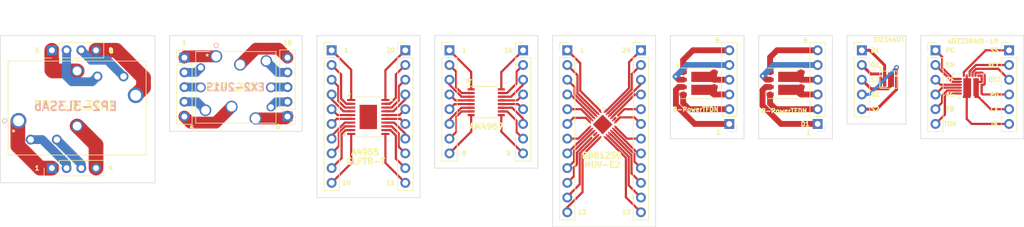
<source format=kicad_pcb>
(kicad_pcb (version 20171130) (host pcbnew "(5.1.6-0-10_14)")

  (general
    (thickness 1.6)
    (drawings 101)
    (tracks 370)
    (zones 0)
    (modules 24)
    (nets 108)
  )

  (page A4)
  (layers
    (0 F.Cu signal)
    (31 B.Cu signal)
    (32 B.Adhes user)
    (33 F.Adhes user)
    (34 B.Paste user)
    (35 F.Paste user)
    (36 B.SilkS user)
    (37 F.SilkS user)
    (38 B.Mask user)
    (39 F.Mask user)
    (40 Dwgs.User user)
    (41 Cmts.User user)
    (42 Eco1.User user)
    (43 Eco2.User user)
    (44 Edge.Cuts user)
    (45 Margin user)
    (46 B.CrtYd user hide)
    (47 F.CrtYd user)
    (48 B.Fab user)
    (49 F.Fab user hide)
  )

  (setup
    (last_trace_width 0.1016)
    (user_trace_width 0.127)
    (user_trace_width 0.2032)
    (user_trace_width 0.381)
    (user_trace_width 0.381)
    (user_trace_width 0.381)
    (user_trace_width 0.381)
    (user_trace_width 0.381)
    (user_trace_width 0.381)
    (user_trace_width 0.381)
    (user_trace_width 0.508)
    (user_trace_width 0.508)
    (user_trace_width 0.508)
    (user_trace_width 0.508)
    (user_trace_width 0.508)
    (user_trace_width 0.508)
    (user_trace_width 0.508)
    (user_trace_width 0.508)
    (user_trace_width 0.508)
    (user_trace_width 0.508)
    (user_trace_width 0.508)
    (user_trace_width 0.508)
    (user_trace_width 0.508)
    (user_trace_width 0.508)
    (user_trace_width 0.508)
    (user_trace_width 0.508)
    (user_trace_width 0.508)
    (user_trace_width 0.508)
    (user_trace_width 0.762)
    (user_trace_width 0.762)
    (user_trace_width 0.762)
    (user_trace_width 0.762)
    (user_trace_width 0.762)
    (user_trace_width 0.762)
    (user_trace_width 0.762)
    (user_trace_width 1.016)
    (user_trace_width 1.016)
    (user_trace_width 1.016)
    (user_trace_width 1.016)
    (user_trace_width 1.016)
    (user_trace_width 1.016)
    (user_trace_width 1.016)
    (user_trace_width 1.016)
    (user_trace_width 1.016)
    (user_trace_width 1.016)
    (user_trace_width 1.016)
    (user_trace_width 1.27)
    (user_trace_width 1.27)
    (user_trace_width 1.27)
    (user_trace_width 1.27)
    (user_trace_width 1.27)
    (user_trace_width 1.27)
    (user_trace_width 1.27)
    (user_trace_width 1.524)
    (user_trace_width 1.524)
    (user_trace_width 1.524)
    (user_trace_width 1.524)
    (user_trace_width 1.524)
    (user_trace_width 1.524)
    (user_trace_width 1.524)
    (user_trace_width 1.524)
    (user_trace_width 1.524)
    (user_trace_width 2.032)
    (user_trace_width 2.54)
    (user_trace_width 2.54)
    (user_trace_width 2.54)
    (user_trace_width 2.54)
    (user_trace_width 2.54)
    (user_trace_width 2.54)
    (user_trace_width 2.54)
    (user_trace_width 2.54)
    (user_trace_width 2.54)
    (user_trace_width 2.54)
    (user_trace_width 2.54)
    (user_trace_width 2.54)
    (user_trace_width 2.54)
    (user_trace_width 2.54)
    (user_trace_width 2.54)
    (user_trace_width 3.048)
    (user_trace_width 7.62)
    (user_trace_width 10.16)
    (trace_clearance 0.1016)
    (zone_clearance 0.508)
    (zone_45_only no)
    (trace_min 0.02)
    (via_size 0.8)
    (via_drill 0.4)
    (via_min_size 0.4)
    (via_min_drill 0.3)
    (user_via 0.508 0.4)
    (user_via 0.508 0.4)
    (user_via 0.508 0.4)
    (user_via 0.508 0.4)
    (user_via 0.508 0.4)
    (user_via 0.508 0.4)
    (user_via 0.508 0.4)
    (user_via 0.508 0.4)
    (user_via 1.016 0.4)
    (user_via 1.016 0.4)
    (user_via 1.016 0.4)
    (user_via 1.016 0.4)
    (user_via 1.016 0.4)
    (user_via 1.016 0.4)
    (user_via 1.016 0.4)
    (user_via 1.016 0.4)
    (user_via 1.524 0.4)
    (user_via 1.524 0.4)
    (user_via 1.524 0.4)
    (user_via 1.524 0.4)
    (user_via 1.524 0.4)
    (user_via 1.524 0.4)
    (user_via 1.524 0.4)
    (user_via 1.524 0.4)
    (user_via 2.54 0.4)
    (user_via 2.54 0.4)
    (user_via 2.54 0.4)
    (user_via 2.54 0.4)
    (user_via 2.54 0.4)
    (user_via 2.54 0.4)
    (user_via 2.54 0.4)
    (user_via 2.54 0.4)
    (uvia_size 0.3)
    (uvia_drill 0.1)
    (uvias_allowed no)
    (uvia_min_size 0.2)
    (uvia_min_drill 0.1)
    (edge_width 0.1)
    (segment_width 0.2)
    (pcb_text_width 0.3)
    (pcb_text_size 1.5 1.5)
    (mod_edge_width 0.15)
    (mod_text_size 1 1)
    (mod_text_width 0.15)
    (pad_size 1.524 1.524)
    (pad_drill 0.762)
    (pad_to_mask_clearance 0)
    (aux_axis_origin 0 0)
    (visible_elements FFFFFF7F)
    (pcbplotparams
      (layerselection 0x010fc_ffffffff)
      (usegerberextensions false)
      (usegerberattributes true)
      (usegerberadvancedattributes true)
      (creategerberjobfile true)
      (excludeedgelayer true)
      (linewidth 0.100000)
      (plotframeref false)
      (viasonmask false)
      (mode 1)
      (useauxorigin false)
      (hpglpennumber 1)
      (hpglpenspeed 20)
      (hpglpendiameter 15.000000)
      (psnegative false)
      (psa4output false)
      (plotreference true)
      (plotvalue true)
      (plotinvisibletext false)
      (padsonsilk false)
      (subtractmaskfromsilk false)
      (outputformat 1)
      (mirror false)
      (drillshape 1)
      (scaleselection 1)
      (outputdirectory ""))
  )

  (net 0 "")
  (net 1 /A4)
  (net 2 /A3)
  (net 3 /A2)
  (net 4 /A1)
  (net 5 /B5)
  (net 6 /B4)
  (net 7 /B3)
  (net 8 /B2)
  (net 9 /B1)
  (net 10 /B6)
  (net 11 /B7)
  (net 12 /B8)
  (net 13 /B9)
  (net 14 /B10)
  (net 15 /A5)
  (net 16 /A6)
  (net 17 /A7)
  (net 18 /A8)
  (net 19 /C10)
  (net 20 /C9)
  (net 21 /C8)
  (net 22 /C7)
  (net 23 /C6)
  (net 24 /C5)
  (net 25 /C4)
  (net 26 /C3)
  (net 27 /C2)
  (net 28 /C1)
  (net 29 /C20)
  (net 30 /C19)
  (net 31 /C18)
  (net 32 /C17)
  (net 33 /C16)
  (net 34 /C15)
  (net 35 /C14)
  (net 36 /C13)
  (net 37 /C12)
  (net 38 /C11)
  (net 39 /D8)
  (net 40 /D7)
  (net 41 /D6)
  (net 42 /D5)
  (net 43 /D4)
  (net 44 /D3)
  (net 45 /D2)
  (net 46 /D1)
  (net 47 /D16)
  (net 48 /D15)
  (net 49 /D14)
  (net 50 /D13)
  (net 51 /D12)
  (net 52 /D11)
  (net 53 /D10)
  (net 54 /D9)
  (net 55 /E24)
  (net 56 /E23)
  (net 57 /E22)
  (net 58 /E21)
  (net 59 /E20)
  (net 60 /E19)
  (net 61 /E18)
  (net 62 /E17)
  (net 63 /E16)
  (net 64 /E15)
  (net 65 /E14)
  (net 66 /E13)
  (net 67 /E12)
  (net 68 /E11)
  (net 69 /E10)
  (net 70 /E9)
  (net 71 /E8)
  (net 72 /E7)
  (net 73 /E6)
  (net 74 /E5)
  (net 75 /E4)
  (net 76 /E3)
  (net 77 /E2)
  (net 78 /E1)
  (net 79 /F6)
  (net 80 /F5)
  (net 81 /F4)
  (net 82 /F3)
  (net 83 /F2)
  (net 84 /F1)
  (net 85 /G6)
  (net 86 /G5)
  (net 87 /G4)
  (net 88 /G3)
  (net 89 /G2)
  (net 90 /G1)
  (net 91 /H5)
  (net 92 /H4)
  (net 93 /H3)
  (net 94 /H2)
  (net 95 /H1)
  (net 96 /I6)
  (net 97 /I5)
  (net 98 /I4)
  (net 99 /I3)
  (net 100 /I2)
  (net 101 /I1)
  (net 102 /I23)
  (net 103 /I21)
  (net 104 /I20)
  (net 105 /I12)
  (net 106 /I10)
  (net 107 /I7)

  (net_class Default "This is the default net class."
    (clearance 0.1016)
    (trace_width 0.1016)
    (via_dia 0.8)
    (via_drill 0.4)
    (uvia_dia 0.3)
    (uvia_drill 0.1)
    (add_net /A1)
    (add_net /A2)
    (add_net /A3)
    (add_net /A4)
    (add_net /A5)
    (add_net /A6)
    (add_net /A7)
    (add_net /A8)
    (add_net /B1)
    (add_net /B10)
    (add_net /B2)
    (add_net /B3)
    (add_net /B4)
    (add_net /B5)
    (add_net /B6)
    (add_net /B7)
    (add_net /B8)
    (add_net /B9)
    (add_net /C1)
    (add_net /C10)
    (add_net /C11)
    (add_net /C12)
    (add_net /C13)
    (add_net /C14)
    (add_net /C15)
    (add_net /C16)
    (add_net /C17)
    (add_net /C18)
    (add_net /C19)
    (add_net /C2)
    (add_net /C20)
    (add_net /C3)
    (add_net /C4)
    (add_net /C5)
    (add_net /C6)
    (add_net /C7)
    (add_net /C8)
    (add_net /C9)
    (add_net /D1)
    (add_net /D10)
    (add_net /D11)
    (add_net /D12)
    (add_net /D13)
    (add_net /D14)
    (add_net /D15)
    (add_net /D16)
    (add_net /D2)
    (add_net /D3)
    (add_net /D4)
    (add_net /D5)
    (add_net /D6)
    (add_net /D7)
    (add_net /D8)
    (add_net /D9)
    (add_net /E1)
    (add_net /E10)
    (add_net /E11)
    (add_net /E12)
    (add_net /E13)
    (add_net /E14)
    (add_net /E15)
    (add_net /E16)
    (add_net /E17)
    (add_net /E18)
    (add_net /E19)
    (add_net /E2)
    (add_net /E20)
    (add_net /E21)
    (add_net /E22)
    (add_net /E23)
    (add_net /E24)
    (add_net /E3)
    (add_net /E4)
    (add_net /E5)
    (add_net /E6)
    (add_net /E7)
    (add_net /E8)
    (add_net /E9)
    (add_net /F1)
    (add_net /F2)
    (add_net /F3)
    (add_net /F4)
    (add_net /F5)
    (add_net /F6)
    (add_net /G1)
    (add_net /G2)
    (add_net /G3)
    (add_net /G4)
    (add_net /G5)
    (add_net /G6)
    (add_net /H1)
    (add_net /H2)
    (add_net /H3)
    (add_net /H4)
    (add_net /H5)
    (add_net /I1)
    (add_net /I10)
    (add_net /I12)
    (add_net /I2)
    (add_net /I20)
    (add_net /I21)
    (add_net /I23)
    (add_net /I3)
    (add_net /I4)
    (add_net /I5)
    (add_net /I6)
    (add_net /I7)
  )

  (module Ninja-qPCR:AOZ2264QI-19 (layer F.Cu) (tedit 615BE20E) (tstamp 615BBA56)
    (at 199.18 34.14)
    (path /615E2052)
    (attr smd)
    (fp_text reference U7 (at 0 -3.5) (layer F.SilkS) hide
      (effects (font (size 1 1) (thickness 0.15)))
    )
    (fp_text value AOZ2264QI-19 (at 0 3.5) (layer F.Fab)
      (effects (font (size 1 1) (thickness 0.15)))
    )
    (fp_poly (pts (xy 1.1 1.3) (xy 0.6 1.3) (xy 0.6 -1) (xy 1.1 -1)) (layer F.Paste) (width 0))
    (fp_poly (pts (xy -0.3 1.3) (xy -1.1 1.3) (xy -1.1 -1) (xy -0.3 -1)) (layer F.Paste) (width 0))
    (fp_poly (pts (xy 1.34 1.72) (xy 0.39 1.72) (xy 0.39 -1.38) (xy 1.34 -1.38)) (layer F.Mask) (width 0))
    (fp_poly (pts (xy 0.01 1.72) (xy -1.33 1.72) (xy -1.33 -1.38) (xy 0.01 -1.38)) (layer F.Mask) (width 0))
    (fp_line (start -1 -2) (end -2 -1) (layer F.Fab) (width 0.15))
    (fp_line (start -2 -1) (end -2 2) (layer F.Fab) (width 0.15))
    (fp_line (start -2 2) (end 2 2) (layer F.Fab) (width 0.15))
    (fp_line (start 2 2) (end 2 -2) (layer F.Fab) (width 0.15))
    (fp_line (start 2 -2) (end -1 -2) (layer F.Fab) (width 0.15))
    (fp_line (start 1.75 -2.15) (end 2.15 -2.15) (layer F.SilkS) (width 0.12))
    (fp_line (start 2.15 -2.15) (end 2.15 -1.75) (layer F.SilkS) (width 0.12))
    (fp_line (start 1.75 2.15) (end 2.15 2.15) (layer F.SilkS) (width 0.12))
    (fp_line (start 2.15 2.15) (end 2.15 1.75) (layer F.SilkS) (width 0.12))
    (fp_line (start -1.75 2.15) (end -2.15 2.15) (layer F.SilkS) (width 0.12))
    (fp_line (start -2.15 2.15) (end -2.15 1.75) (layer F.SilkS) (width 0.12))
    (fp_line (start -1.75 -2.15) (end -2.225 -2.15) (layer F.SilkS) (width 0.12))
    (fp_line (start -2.5 -2.5) (end 2.5 -2.5) (layer F.CrtYd) (width 0.05))
    (fp_line (start 2.5 -2.5) (end 2.5 2.5) (layer F.CrtYd) (width 0.05))
    (fp_line (start 2.5 2.5) (end -2.5 2.5) (layer F.CrtYd) (width 0.05))
    (fp_line (start -2.5 2.5) (end -2.5 -2.5) (layer F.CrtYd) (width 0.05))
    (fp_poly (pts (xy 1.34 1.72) (xy 0.39 1.72) (xy 0.39 -1.38) (xy 1.34 -1.38)) (layer F.Cu) (width 0))
    (fp_poly (pts (xy 0 1.72) (xy -1.34 1.72) (xy -1.34 -1.38) (xy 0 -1.38)) (layer F.Cu) (width 0))
    (fp_text user * (at -2.975 -1.85) (layer F.SilkS)
      (effects (font (size 1 1) (thickness 0.15)))
    )
    (pad 23 smd rect (at -1.25 -1.82) (size 0.25 0.45) (layers F.Cu F.Paste F.Mask)
      (net 102 /I23))
    (pad 22 smd rect (at -0.75 -1.82) (size 0.25 0.45) (layers F.Cu F.Paste F.Mask)
      (net 107 /I7))
    (pad 21 smd rect (at -0.25 -1.82) (size 0.25 0.45) (layers F.Cu F.Paste F.Mask)
      (net 103 /I21))
    (pad 20 smd rect (at 0.25 -1.82) (size 0.25 0.45) (layers F.Cu F.Paste F.Mask)
      (net 104 /I20))
    (pad 19 smd rect (at 0.75 -1.82) (size 0.25 0.45) (layers F.Cu F.Paste F.Mask)
      (net 105 /I12))
    (pad 18 smd rect (at 1.25 -1.82) (size 0.25 0.45) (layers F.Cu F.Paste F.Mask)
      (net 106 /I10))
    (pad 17 smd rect (at 1.82 -1.25 90) (size 0.25 0.45) (layers F.Cu F.Paste F.Mask)
      (net 106 /I10))
    (pad 16 smd rect (at 1.82 -0.75 90) (size 0.25 0.45) (layers F.Cu F.Paste F.Mask)
      (net 106 /I10))
    (pad 15 smd rect (at 1.82 -0.25 90) (size 0.25 0.45) (layers F.Cu F.Paste F.Mask)
      (net 105 /I12))
    (pad 14 smd rect (at 1.82 0.25 90) (size 0.25 0.45) (layers F.Cu F.Paste F.Mask)
      (net 105 /I12))
    (pad 13 smd rect (at 1.82 0.75 90) (size 0.25 0.45) (layers F.Cu F.Paste F.Mask)
      (net 105 /I12))
    (pad 12 smd rect (at 1.82 1.25 90) (size 0.25 0.45) (layers F.Cu F.Paste F.Mask)
      (net 105 /I12))
    (pad 11 smd rect (at 1.25 1.82) (size 0.25 0.45) (layers F.Cu F.Paste F.Mask)
      (net 106 /I10))
    (pad 10 smd rect (at 0.75 1.82) (size 0.25 0.45) (layers F.Cu F.Paste F.Mask)
      (net 106 /I10))
    (pad 9 smd rect (at -0.25 1.82) (size 0.25 0.45) (layers F.Cu F.Paste F.Mask)
      (net 107 /I7))
    (pad 8 smd rect (at -0.75 1.82) (size 0.25 0.45) (layers F.Cu F.Paste F.Mask)
      (net 107 /I7))
    (pad 7 smd rect (at -1.25 1.82) (size 0.25 0.45) (layers F.Cu F.Paste F.Mask)
      (net 107 /I7))
    (pad 6 smd rect (at -1.82 1.25 90) (size 0.25 0.45) (layers F.Cu F.Paste F.Mask)
      (net 96 /I6))
    (pad 5 smd rect (at -1.82 0.75 90) (size 0.25 0.45) (layers F.Cu F.Paste F.Mask)
      (net 97 /I5))
    (pad 4 smd rect (at -1.82 0.25 90) (size 0.25 0.45) (layers F.Cu F.Paste F.Mask)
      (net 98 /I4))
    (pad 3 smd rect (at -1.82 -0.25 90) (size 0.25 0.45) (layers F.Cu F.Paste F.Mask)
      (net 99 /I3))
    (pad 2 smd rect (at -1.82 -0.75 90) (size 0.25 0.45) (layers F.Cu F.Paste F.Mask)
      (net 100 /I2))
    (pad 1 smd rect (at -1.82 -1.25 90) (size 0.25 0.45) (layers F.Cu F.Paste F.Mask)
      (net 101 /I1))
  )

  (module Ninja-qPCR:SiZ346DT (layer F.Cu) (tedit 615BE4BD) (tstamp 615B7B31)
    (at 184.94 33 270)
    (path /615D95B9)
    (fp_text reference U6 (at -0.05 -4.5 90) (layer F.SilkS) hide
      (effects (font (size 1 1) (thickness 0.15)))
    )
    (fp_text value SiZ346DT (at 0 -3 90) (layer F.Fab)
      (effects (font (size 1 1) (thickness 0.15)))
    )
    (fp_poly (pts (xy 1 0.8) (xy -1 0.8) (xy -1 0.6) (xy 1 0.6)) (layer F.Paste) (width 0))
    (fp_poly (pts (xy 1 -0.2) (xy 0.3 -0.2) (xy 0.3 -0.7) (xy 1 -0.7)) (layer F.Paste) (width 0))
    (fp_poly (pts (xy -0.3 -0.2) (xy -1 -0.2) (xy -1 -0.7) (xy -0.3 -0.7)) (layer F.Paste) (width 0))
    (fp_line (start -1.5 -1.5) (end 1.5 -1.5) (layer F.SilkS) (width 0.12))
    (fp_line (start 1.5 -1.5) (end 1.5 1.5) (layer F.SilkS) (width 0.12))
    (fp_line (start 1.5 1.5) (end -1.5 1.5) (layer F.SilkS) (width 0.12))
    (fp_line (start -1.5 1.5) (end -1.5 -1.5) (layer F.SilkS) (width 0.12))
    (fp_text user * (at -1.94 1.03 90) (layer F.SilkS)
      (effects (font (size 1 1) (thickness 0.15)))
    )
    (pad 10 smd rect (at 0 0.671 270) (size 2.45 0.562) (layers F.Cu F.Mask)
      (net 95 /H1))
    (pad 9 smd rect (at 0 -0.434 270) (size 2.45 1.036) (layers F.Cu F.Mask)
      (net 93 /H3))
    (pad 8 smd rect (at -0.975 -1.386 270) (size 0.45 0.45) (layers F.Cu F.Paste F.Mask)
      (net 92 /H4))
    (pad 7 smd rect (at -0.325 -1.386 270) (size 0.45 0.45) (layers F.Cu F.Paste F.Mask)
      (net 91 /H5))
    (pad 6 smd rect (at 0.325 -1.386 270) (size 0.45 0.45) (layers F.Cu F.Paste F.Mask)
      (net 91 /H5))
    (pad 5 smd rect (at 0.975 -1.386 270) (size 0.45 0.45) (layers F.Cu F.Paste F.Mask)
      (net 91 /H5))
    (pad 4 smd rect (at 0.975 1.386 270) (size 0.45 0.45) (layers F.Cu F.Paste F.Mask)
      (net 95 /H1))
    (pad 3 smd rect (at 0.325 1.386 270) (size 0.45 0.45) (layers F.Cu F.Paste F.Mask)
      (net 95 /H1))
    (pad 2 smd rect (at -0.325 1.386 270) (size 0.45 0.45) (layers F.Cu F.Paste F.Mask)
      (net 95 /H1))
    (pad 1 smd rect (at -0.975 1.386 270) (size 0.45 0.45) (layers F.Cu F.Paste F.Mask)
      (net 94 /H2))
  )

  (module Ninja-qPCR:8-PowerTDFN (layer F.Cu) (tedit 615BE3ED) (tstamp 615B823E)
    (at 167.18 33.64)
    (path /6160647D)
    (fp_text reference U5 (at 0.3 -3.7) (layer F.SilkS) hide
      (effects (font (size 1 1) (thickness 0.15)))
    )
    (fp_text value 8-PowerTDFN-NN (at 0.05 3.8) (layer F.SilkS) hide
      (effects (font (size 1 1) (thickness 0.15)))
    )
    (fp_poly (pts (xy 1.5 1.5) (xy -0.7 1.5) (xy -0.7 0.6) (xy 1.5 0.6)) (layer F.Paste) (width 0))
    (fp_poly (pts (xy 1.5 -0.7) (xy -0.7 -0.7) (xy -0.7 -1.6) (xy 1.5 -1.6)) (layer F.Paste) (width 0))
    (fp_line (start -3.0226 2.6289) (end 3.0226 2.6289) (layer F.SilkS) (width 0.12))
    (fp_line (start 3.0226 -2.6289) (end -3.0226 -2.6289) (layer F.SilkS) (width 0.12))
    (fp_line (start -2.8956 2.5019) (end 2.8956 2.5019) (layer F.Fab) (width 0.1))
    (fp_line (start 2.8956 2.5019) (end 2.8956 -2.5019) (layer F.Fab) (width 0.1))
    (fp_line (start 2.8956 -2.5019) (end -2.8956 -2.5019) (layer F.Fab) (width 0.1))
    (fp_line (start -2.8956 -2.5019) (end -2.8956 2.5019) (layer F.Fab) (width 0.1))
    (fp_poly (pts (xy 2.5908 -0.9398) (xy 2.032 -0.9398) (xy 2.032 -0.3302) (xy 2.5908 -0.3302)
      (xy 2.5908 -0.2921) (xy -1.2192 -0.2921) (xy -1.2192 -1.9431) (xy 2.032 -1.9431)
      (xy 2.032 -1.6002) (xy 2.5908 -1.6002)) (layer F.Mask) (width 0.1))
    (fp_poly (pts (xy 2.5908 0.9398) (xy 2.032 0.9398) (xy 2.032 0.3302) (xy 2.5908 0.3302)
      (xy 2.5908 0.2921) (xy -1.2192 0.2921) (xy -1.2192 1.9431) (xy 2.032 1.9431)
      (xy 2.032 1.6002) (xy 2.5908 1.6002)) (layer F.Mask) (width 0.1))
    (fp_line (start -3.556 2.4638) (end -3.556 -2.4638) (layer F.CrtYd) (width 0.05))
    (fp_line (start -3.556 -2.4638) (end -3.1496 -2.4638) (layer F.CrtYd) (width 0.05))
    (fp_line (start -3.1496 -2.4638) (end -3.1496 -2.7559) (layer F.CrtYd) (width 0.05))
    (fp_line (start -3.1496 -2.7559) (end 3.1496 -2.7559) (layer F.CrtYd) (width 0.05))
    (fp_line (start 3.1496 -2.7559) (end 3.1496 -2.4638) (layer F.CrtYd) (width 0.05))
    (fp_line (start 3.1496 -2.4638) (end 3.556 -2.4638) (layer F.CrtYd) (width 0.05))
    (fp_line (start 3.556 -2.4638) (end 3.556 2.4638) (layer F.CrtYd) (width 0.05))
    (fp_line (start 3.556 2.4638) (end 3.1496 2.4638) (layer F.CrtYd) (width 0.05))
    (fp_line (start 3.1496 2.4638) (end 3.1496 2.7559) (layer F.CrtYd) (width 0.05))
    (fp_line (start 3.1496 2.7559) (end -3.1496 2.7559) (layer F.CrtYd) (width 0.05))
    (fp_line (start -3.1496 2.7559) (end -3.1496 2.4638) (layer F.CrtYd) (width 0.05))
    (fp_line (start -3.1496 2.4638) (end -3.556 2.4638) (layer F.CrtYd) (width 0.05))
    (fp_poly (pts (xy 2.5908 0.9398) (xy 2.032 0.9398) (xy 2.032 0.3302) (xy 2.5908 0.3302)
      (xy 2.5908 0.2921) (xy -1.2192 0.2921) (xy -1.2192 1.9431) (xy 2.032 1.9431)
      (xy 2.032 1.6002) (xy 2.5908 1.6002)) (layer F.Cu) (width 0.1))
    (fp_poly (pts (xy 2.5908 -0.9398) (xy 2.032 -0.9398) (xy 2.032 -0.3302) (xy 2.5908 -0.3302)
      (xy 2.5908 -0.2921) (xy -1.2192 -0.2921) (xy -1.2192 -1.9431) (xy 2.032 -1.9431)
      (xy 2.032 -1.6002) (xy 2.5908 -1.6002)) (layer F.Cu) (width 0.1))
    (fp_circle (center -4.0386 -1.905) (end -4.0386 -1.905) (layer F.CrtYd) (width 0.05))
    (fp_circle (center -2.032 -1.905) (end -2.032 -1.905) (layer F.Fab) (width 0.1))
    (fp_text user "Copyright 2021 Accelerated Designs. All rights reserved." (at 0 0) (layer Cmts.User)
      (effects (font (size 0.127 0.127) (thickness 0.002)))
    )
    (fp_text user * (at -3.6 -2.75) (layer F.Fab)
      (effects (font (size 1 1) (thickness 0.15)))
    )
    (fp_text user * (at -3.6 -2.75) (layer F.Fab)
      (effects (font (size 1 1) (thickness 0.15)))
    )
    (fp_arc (start 0 -2.5019) (end -0.4826 -2.5019) (angle -180) (layer F.CrtYd) (width 0.05))
    (fp_arc (start 0 -2.5019) (end -0.3048 -2.5019) (angle -180) (layer F.Fab) (width 0.1))
    (pad 1 smd rect (at -2.667 -1.905) (size 1.27 0.6096) (layers F.Cu F.Paste F.Mask)
      (net 85 /G6))
    (pad 2 smd rect (at -2.667 -0.635) (size 1.27 0.6096) (layers F.Cu F.Paste F.Mask)
      (net 86 /G5))
    (pad 3 smd rect (at -2.667 0.635) (size 1.27 0.6096) (layers F.Cu F.Paste F.Mask)
      (net 90 /G1))
    (pad 4 smd rect (at -2.667 1.905) (size 1.27 0.6096) (layers F.Cu F.Paste F.Mask)
      (net 89 /G2))
    (pad 5 smd rect (at 2.667 1.905) (size 1.27 0.6096) (layers F.Cu F.Paste F.Mask)
      (net 88 /G3))
    (pad 6 smd rect (at 2.667 0.635) (size 1.27 0.6096) (layers F.Cu F.Paste F.Mask)
      (net 88 /G3))
    (pad 7 smd rect (at 2.667 -0.635) (size 1.27 0.6096) (layers F.Cu F.Paste F.Mask)
      (net 87 /G4))
    (pad 8 smd rect (at 2.667 -1.905) (size 1.27 0.6096) (layers F.Cu F.Paste F.Mask)
      (net 87 /G4))
  )

  (module Ninja-qPCR:8-PowerTDFN (layer F.Cu) (tedit 615BE3ED) (tstamp 615B8213)
    (at 152.19 33.64)
    (path /615DC9BE)
    (fp_text reference U4 (at 0.3 -3.7) (layer F.SilkS) hide
      (effects (font (size 1 1) (thickness 0.15)))
    )
    (fp_text value 8-PowerTDFN-PN (at 0.05 3.8) (layer F.SilkS) hide
      (effects (font (size 1 1) (thickness 0.15)))
    )
    (fp_poly (pts (xy 1.5 1.5) (xy -0.7 1.5) (xy -0.7 0.6) (xy 1.5 0.6)) (layer F.Paste) (width 0))
    (fp_poly (pts (xy 1.5 -0.7) (xy -0.7 -0.7) (xy -0.7 -1.6) (xy 1.5 -1.6)) (layer F.Paste) (width 0))
    (fp_line (start -3.0226 2.6289) (end 3.0226 2.6289) (layer F.SilkS) (width 0.12))
    (fp_line (start 3.0226 -2.6289) (end -3.0226 -2.6289) (layer F.SilkS) (width 0.12))
    (fp_line (start -2.8956 2.5019) (end 2.8956 2.5019) (layer F.Fab) (width 0.1))
    (fp_line (start 2.8956 2.5019) (end 2.8956 -2.5019) (layer F.Fab) (width 0.1))
    (fp_line (start 2.8956 -2.5019) (end -2.8956 -2.5019) (layer F.Fab) (width 0.1))
    (fp_line (start -2.8956 -2.5019) (end -2.8956 2.5019) (layer F.Fab) (width 0.1))
    (fp_poly (pts (xy 2.5908 -0.9398) (xy 2.032 -0.9398) (xy 2.032 -0.3302) (xy 2.5908 -0.3302)
      (xy 2.5908 -0.2921) (xy -1.2192 -0.2921) (xy -1.2192 -1.9431) (xy 2.032 -1.9431)
      (xy 2.032 -1.6002) (xy 2.5908 -1.6002)) (layer F.Mask) (width 0.1))
    (fp_poly (pts (xy 2.5908 0.9398) (xy 2.032 0.9398) (xy 2.032 0.3302) (xy 2.5908 0.3302)
      (xy 2.5908 0.2921) (xy -1.2192 0.2921) (xy -1.2192 1.9431) (xy 2.032 1.9431)
      (xy 2.032 1.6002) (xy 2.5908 1.6002)) (layer F.Mask) (width 0.1))
    (fp_line (start -3.556 2.4638) (end -3.556 -2.4638) (layer F.CrtYd) (width 0.05))
    (fp_line (start -3.556 -2.4638) (end -3.1496 -2.4638) (layer F.CrtYd) (width 0.05))
    (fp_line (start -3.1496 -2.4638) (end -3.1496 -2.7559) (layer F.CrtYd) (width 0.05))
    (fp_line (start -3.1496 -2.7559) (end 3.1496 -2.7559) (layer F.CrtYd) (width 0.05))
    (fp_line (start 3.1496 -2.7559) (end 3.1496 -2.4638) (layer F.CrtYd) (width 0.05))
    (fp_line (start 3.1496 -2.4638) (end 3.556 -2.4638) (layer F.CrtYd) (width 0.05))
    (fp_line (start 3.556 -2.4638) (end 3.556 2.4638) (layer F.CrtYd) (width 0.05))
    (fp_line (start 3.556 2.4638) (end 3.1496 2.4638) (layer F.CrtYd) (width 0.05))
    (fp_line (start 3.1496 2.4638) (end 3.1496 2.7559) (layer F.CrtYd) (width 0.05))
    (fp_line (start 3.1496 2.7559) (end -3.1496 2.7559) (layer F.CrtYd) (width 0.05))
    (fp_line (start -3.1496 2.7559) (end -3.1496 2.4638) (layer F.CrtYd) (width 0.05))
    (fp_line (start -3.1496 2.4638) (end -3.556 2.4638) (layer F.CrtYd) (width 0.05))
    (fp_poly (pts (xy 2.5908 0.9398) (xy 2.032 0.9398) (xy 2.032 0.3302) (xy 2.5908 0.3302)
      (xy 2.5908 0.2921) (xy -1.2192 0.2921) (xy -1.2192 1.9431) (xy 2.032 1.9431)
      (xy 2.032 1.6002) (xy 2.5908 1.6002)) (layer F.Cu) (width 0.1))
    (fp_poly (pts (xy 2.5908 -0.9398) (xy 2.032 -0.9398) (xy 2.032 -0.3302) (xy 2.5908 -0.3302)
      (xy 2.5908 -0.2921) (xy -1.2192 -0.2921) (xy -1.2192 -1.9431) (xy 2.032 -1.9431)
      (xy 2.032 -1.6002) (xy 2.5908 -1.6002)) (layer F.Cu) (width 0.1))
    (fp_circle (center -4.0386 -1.905) (end -4.0386 -1.905) (layer F.CrtYd) (width 0.05))
    (fp_circle (center -2.032 -1.905) (end -2.032 -1.905) (layer F.Fab) (width 0.1))
    (fp_text user "Copyright 2021 Accelerated Designs. All rights reserved." (at 0 0) (layer Cmts.User)
      (effects (font (size 0.127 0.127) (thickness 0.002)))
    )
    (fp_text user * (at -3.6 -2.75) (layer F.SilkS)
      (effects (font (size 1 1) (thickness 0.15)))
    )
    (fp_text user * (at -3.6 -2.75) (layer F.Fab)
      (effects (font (size 1 1) (thickness 0.15)))
    )
    (fp_arc (start 0 -2.5019) (end -0.4826 -2.5019) (angle -180) (layer F.CrtYd) (width 0.05))
    (fp_arc (start 0 -2.5019) (end -0.3048 -2.5019) (angle -180) (layer F.Fab) (width 0.1))
    (pad 1 smd rect (at -2.667 -1.905) (size 1.27 0.6096) (layers F.Cu F.Paste F.Mask)
      (net 79 /F6))
    (pad 2 smd rect (at -2.667 -0.635) (size 1.27 0.6096) (layers F.Cu F.Paste F.Mask)
      (net 80 /F5))
    (pad 3 smd rect (at -2.667 0.635) (size 1.27 0.6096) (layers F.Cu F.Paste F.Mask)
      (net 84 /F1))
    (pad 4 smd rect (at -2.667 1.905) (size 1.27 0.6096) (layers F.Cu F.Paste F.Mask)
      (net 83 /F2))
    (pad 5 smd rect (at 2.667 1.905) (size 1.27 0.6096) (layers F.Cu F.Paste F.Mask)
      (net 82 /F3))
    (pad 6 smd rect (at 2.667 0.635) (size 1.27 0.6096) (layers F.Cu F.Paste F.Mask)
      (net 82 /F3))
    (pad 7 smd rect (at 2.667 -0.635) (size 1.27 0.6096) (layers F.Cu F.Paste F.Mask)
      (net 81 /F4))
    (pad 8 smd rect (at 2.667 -1.905) (size 1.27 0.6096) (layers F.Cu F.Paste F.Mask)
      (net 81 /F4))
  )

  (module Ninja-qPCR:BD61250MUV-E2 (layer F.Cu) (tedit 615BE35D) (tstamp 615B70C8)
    (at 135.64 40.74 315)
    (path /615B7AC2)
    (fp_text reference U3 (at 0 -5.250001 135) (layer F.SilkS) hide
      (effects (font (size 1 1) (thickness 0.15)))
    )
    (fp_text value BD61250MUV-E2‎ (at 4.596194 2.446589) (layer F.SilkS) hide
      (effects (font (size 1 1) (thickness 0.15)))
    )
    (fp_circle (center -3.1496 -1.27) (end -3.1496 -1.27) (layer F.CrtYd) (width 0.05))
    (fp_line (start -1.6256 2.2479) (end -2.2479 2.2479) (layer F.CrtYd) (width 0.05))
    (fp_line (start -1.6256 2.5527) (end -1.6256 2.2479) (layer F.CrtYd) (width 0.05))
    (fp_line (start 1.6256 2.5527) (end -1.6256 2.5527) (layer F.CrtYd) (width 0.05))
    (fp_line (start 1.6256 2.2479) (end 1.6256 2.5527) (layer F.CrtYd) (width 0.05))
    (fp_line (start 2.2479 2.2479) (end 1.6256 2.2479) (layer F.CrtYd) (width 0.05))
    (fp_line (start 2.2479 1.6256) (end 2.2479 2.2479) (layer F.CrtYd) (width 0.05))
    (fp_line (start 2.5527 1.6256) (end 2.2479 1.6256) (layer F.CrtYd) (width 0.05))
    (fp_line (start 2.5527 -1.6256) (end 2.5527 1.6256) (layer F.CrtYd) (width 0.05))
    (fp_line (start 2.2479 -1.6256) (end 2.5527 -1.6256) (layer F.CrtYd) (width 0.05))
    (fp_line (start 2.2479 -2.2479) (end 2.2479 -1.6256) (layer F.CrtYd) (width 0.05))
    (fp_line (start 1.6256 -2.2479) (end 2.2479 -2.2479) (layer F.CrtYd) (width 0.05))
    (fp_line (start 1.6256 -2.5527) (end 1.6256 -2.2479) (layer F.CrtYd) (width 0.05))
    (fp_line (start -1.6256 -2.5527) (end 1.6256 -2.5527) (layer F.CrtYd) (width 0.05))
    (fp_line (start -1.6256 -2.2479) (end -1.6256 -2.5527) (layer F.CrtYd) (width 0.05))
    (fp_line (start -2.2479 -2.2479) (end -1.6256 -2.2479) (layer F.CrtYd) (width 0.05))
    (fp_line (start -2.2479 -1.6256) (end -2.2479 -2.2479) (layer F.CrtYd) (width 0.05))
    (fp_line (start -2.5527 -1.6256) (end -2.2479 -1.6256) (layer F.CrtYd) (width 0.05))
    (fp_line (start -2.5527 1.6256) (end -2.5527 -1.6256) (layer F.CrtYd) (width 0.05))
    (fp_line (start -2.2479 1.6256) (end -2.5527 1.6256) (layer F.CrtYd) (width 0.05))
    (fp_line (start -2.2479 2.2479) (end -2.2479 1.6256) (layer F.CrtYd) (width 0.05))
    (fp_poly (pts (xy 0.5715 -2.5527) (xy 0.5715 -2.8067) (xy 0.9525 -2.8067) (xy 0.9525 -2.5527)) (layer F.SilkS) (width 0.1))
    (fp_poly (pts (xy 0.0635 2.5527) (xy 0.0635 2.8067) (xy 0.4445 2.8067) (xy 0.4445 2.5527)) (layer F.SilkS) (width 0.1))
    (fp_line (start -1.70434 -2.1209) (end -2.1209 -2.1209) (layer F.SilkS) (width 0.12))
    (fp_line (start 2.1209 -1.70434) (end 2.1209 -2.1209) (layer F.SilkS) (width 0.12))
    (fp_line (start 1.70434 2.1209) (end 2.1209 2.1209) (layer F.SilkS) (width 0.12))
    (fp_line (start -1.9939 1.9939) (end -1.9939 1.9939) (layer F.Fab) (width 0.1))
    (fp_line (start -1.9939 -1.9939) (end -1.9939 1.9939) (layer F.Fab) (width 0.1))
    (fp_line (start -1.9939 -1.9939) (end -1.9939 -1.9939) (layer F.Fab) (width 0.1))
    (fp_line (start 1.9939 -1.9939) (end -1.9939 -1.9939) (layer F.Fab) (width 0.1))
    (fp_line (start 1.9939 -1.9939) (end 1.9939 -1.9939) (layer F.Fab) (width 0.1))
    (fp_line (start 1.9939 1.9939) (end 1.9939 -1.9939) (layer F.Fab) (width 0.1))
    (fp_line (start 1.9939 1.9939) (end 1.9939 1.9939) (layer F.Fab) (width 0.1))
    (fp_line (start -1.9939 1.9939) (end 1.9939 1.9939) (layer F.Fab) (width 0.1))
    (fp_line (start -2.1209 1.70434) (end -2.1209 2.1209) (layer F.SilkS) (width 0.12))
    (fp_line (start -2.1209 -2.1209) (end -2.1209 -1.70434) (layer F.SilkS) (width 0.12))
    (fp_line (start 2.1209 -2.1209) (end 1.70434 -2.1209) (layer F.SilkS) (width 0.12))
    (fp_line (start 2.1209 2.1209) (end 2.1209 1.70434) (layer F.SilkS) (width 0.12))
    (fp_line (start -2.1209 2.1209) (end -1.70434 2.1209) (layer F.SilkS) (width 0.12))
    (fp_line (start 1.9939 -1.397) (end 1.9939 -1.397) (layer F.Fab) (width 0.1))
    (fp_line (start 1.9939 -1.143) (end 1.9939 -1.397) (layer F.Fab) (width 0.1))
    (fp_line (start 1.9939 -1.143) (end 1.9939 -1.143) (layer F.Fab) (width 0.1))
    (fp_line (start 1.9939 -1.397) (end 1.9939 -1.143) (layer F.Fab) (width 0.1))
    (fp_line (start 1.9939 -0.889) (end 1.9939 -0.889) (layer F.Fab) (width 0.1))
    (fp_line (start 1.9939 -0.635) (end 1.9939 -0.889) (layer F.Fab) (width 0.1))
    (fp_line (start 1.9939 -0.635) (end 1.9939 -0.635) (layer F.Fab) (width 0.1))
    (fp_line (start 1.9939 -0.889) (end 1.9939 -0.635) (layer F.Fab) (width 0.1))
    (fp_line (start 1.9939 -0.381) (end 1.9939 -0.381) (layer F.Fab) (width 0.1))
    (fp_line (start 1.9939 -0.127) (end 1.9939 -0.381) (layer F.Fab) (width 0.1))
    (fp_line (start 1.9939 -0.127) (end 1.9939 -0.127) (layer F.Fab) (width 0.1))
    (fp_line (start 1.9939 -0.381) (end 1.9939 -0.127) (layer F.Fab) (width 0.1))
    (fp_line (start 1.9939 0.127) (end 1.9939 0.127) (layer F.Fab) (width 0.1))
    (fp_line (start 1.9939 0.381) (end 1.9939 0.127) (layer F.Fab) (width 0.1))
    (fp_line (start 1.9939 0.381) (end 1.9939 0.381) (layer F.Fab) (width 0.1))
    (fp_line (start 1.9939 0.127) (end 1.9939 0.381) (layer F.Fab) (width 0.1))
    (fp_line (start 1.9939 0.635) (end 1.9939 0.635) (layer F.Fab) (width 0.1))
    (fp_line (start 1.9939 0.889) (end 1.9939 0.635) (layer F.Fab) (width 0.1))
    (fp_line (start 1.9939 0.889) (end 1.9939 0.889) (layer F.Fab) (width 0.1))
    (fp_line (start 1.9939 0.635) (end 1.9939 0.889) (layer F.Fab) (width 0.1))
    (fp_line (start 1.9939 1.143) (end 1.9939 1.143) (layer F.Fab) (width 0.1))
    (fp_line (start 1.9939 1.397) (end 1.9939 1.143) (layer F.Fab) (width 0.1))
    (fp_line (start 1.9939 1.397) (end 1.9939 1.397) (layer F.Fab) (width 0.1))
    (fp_line (start 1.9939 1.143) (end 1.9939 1.397) (layer F.Fab) (width 0.1))
    (fp_line (start 1.397 1.9939) (end 1.397 1.9939) (layer F.Fab) (width 0.1))
    (fp_line (start 1.143 1.9939) (end 1.397 1.9939) (layer F.Fab) (width 0.1))
    (fp_line (start 1.143 1.9939) (end 1.143 1.9939) (layer F.Fab) (width 0.1))
    (fp_line (start 1.397 1.9939) (end 1.143 1.9939) (layer F.Fab) (width 0.1))
    (fp_line (start 0.889 1.9939) (end 0.889 1.9939) (layer F.Fab) (width 0.1))
    (fp_line (start 0.635 1.9939) (end 0.889 1.9939) (layer F.Fab) (width 0.1))
    (fp_line (start 0.635 1.9939) (end 0.635 1.9939) (layer F.Fab) (width 0.1))
    (fp_line (start 0.889 1.9939) (end 0.635 1.9939) (layer F.Fab) (width 0.1))
    (fp_line (start 0.381 1.9939) (end 0.381 1.9939) (layer F.Fab) (width 0.1))
    (fp_line (start 0.127 1.9939) (end 0.381 1.9939) (layer F.Fab) (width 0.1))
    (fp_line (start 0.127 1.9939) (end 0.127 1.9939) (layer F.Fab) (width 0.1))
    (fp_line (start 0.381 1.9939) (end 0.127 1.9939) (layer F.Fab) (width 0.1))
    (fp_line (start -0.127 1.9939) (end -0.127 1.9939) (layer F.Fab) (width 0.1))
    (fp_line (start -0.381 1.9939) (end -0.127 1.9939) (layer F.Fab) (width 0.1))
    (fp_line (start -0.381 1.9939) (end -0.381 1.9939) (layer F.Fab) (width 0.1))
    (fp_line (start -0.127 1.9939) (end -0.381 1.9939) (layer F.Fab) (width 0.1))
    (fp_line (start -0.635 1.9939) (end -0.635 1.9939) (layer F.Fab) (width 0.1))
    (fp_line (start -0.889 1.9939) (end -0.635 1.9939) (layer F.Fab) (width 0.1))
    (fp_line (start -0.889 1.9939) (end -0.889 1.9939) (layer F.Fab) (width 0.1))
    (fp_line (start -0.635 1.9939) (end -0.889 1.9939) (layer F.Fab) (width 0.1))
    (fp_line (start -1.143 1.9939) (end -1.143 1.9939) (layer F.Fab) (width 0.1))
    (fp_line (start -1.397 1.9939) (end -1.143 1.9939) (layer F.Fab) (width 0.1))
    (fp_line (start -1.397 1.9939) (end -1.397 1.9939) (layer F.Fab) (width 0.1))
    (fp_line (start -1.143 1.9939) (end -1.397 1.9939) (layer F.Fab) (width 0.1))
    (fp_line (start -1.9939 1.397) (end -1.9939 1.397) (layer F.Fab) (width 0.1))
    (fp_line (start -1.9939 1.143) (end -1.9939 1.397) (layer F.Fab) (width 0.1))
    (fp_line (start -1.9939 1.143) (end -1.9939 1.143) (layer F.Fab) (width 0.1))
    (fp_line (start -1.9939 1.397) (end -1.9939 1.143) (layer F.Fab) (width 0.1))
    (fp_line (start -1.9939 0.889) (end -1.9939 0.889) (layer F.Fab) (width 0.1))
    (fp_line (start -1.9939 0.635) (end -1.9939 0.889) (layer F.Fab) (width 0.1))
    (fp_line (start -1.9939 0.635) (end -1.9939 0.635) (layer F.Fab) (width 0.1))
    (fp_line (start -1.9939 0.889) (end -1.9939 0.635) (layer F.Fab) (width 0.1))
    (fp_line (start -1.9939 0.381) (end -1.9939 0.381) (layer F.Fab) (width 0.1))
    (fp_line (start -1.9939 0.127) (end -1.9939 0.381) (layer F.Fab) (width 0.1))
    (fp_line (start -1.9939 0.127) (end -1.9939 0.127) (layer F.Fab) (width 0.1))
    (fp_line (start -1.9939 0.381) (end -1.9939 0.127) (layer F.Fab) (width 0.1))
    (fp_line (start -1.9939 -0.127) (end -1.9939 -0.127) (layer F.Fab) (width 0.1))
    (fp_line (start -1.9939 -0.381) (end -1.9939 -0.127) (layer F.Fab) (width 0.1))
    (fp_line (start -1.9939 -0.381) (end -1.9939 -0.381) (layer F.Fab) (width 0.1))
    (fp_line (start -1.9939 -0.127) (end -1.9939 -0.381) (layer F.Fab) (width 0.1))
    (fp_line (start -1.9939 -0.635) (end -1.9939 -0.635) (layer F.Fab) (width 0.1))
    (fp_line (start -1.9939 -0.889) (end -1.9939 -0.635) (layer F.Fab) (width 0.1))
    (fp_line (start -1.9939 -0.889) (end -1.9939 -0.889) (layer F.Fab) (width 0.1))
    (fp_line (start -1.9939 -0.635) (end -1.9939 -0.889) (layer F.Fab) (width 0.1))
    (fp_line (start -1.9939 -1.143) (end -1.9939 -1.143) (layer F.Fab) (width 0.1))
    (fp_line (start -1.9939 -1.397) (end -1.9939 -1.143) (layer F.Fab) (width 0.1))
    (fp_line (start -1.9939 -1.397) (end -1.9939 -1.397) (layer F.Fab) (width 0.1))
    (fp_line (start -1.9939 -1.143) (end -1.9939 -1.397) (layer F.Fab) (width 0.1))
    (fp_line (start -1.397 -1.9939) (end -1.397 -1.9939) (layer F.Fab) (width 0.1))
    (fp_line (start -1.143 -1.9939) (end -1.397 -1.9939) (layer F.Fab) (width 0.1))
    (fp_line (start -1.143 -1.9939) (end -1.143 -1.9939) (layer F.Fab) (width 0.1))
    (fp_line (start -1.397 -1.9939) (end -1.143 -1.9939) (layer F.Fab) (width 0.1))
    (fp_line (start -0.889 -1.9939) (end -0.889 -1.9939) (layer F.Fab) (width 0.1))
    (fp_line (start -0.635 -1.9939) (end -0.889 -1.9939) (layer F.Fab) (width 0.1))
    (fp_line (start -0.635 -1.9939) (end -0.635 -1.9939) (layer F.Fab) (width 0.1))
    (fp_line (start -0.889 -1.9939) (end -0.635 -1.9939) (layer F.Fab) (width 0.1))
    (fp_line (start -0.381 -1.9939) (end -0.381 -1.9939) (layer F.Fab) (width 0.1))
    (fp_line (start -0.127 -1.9939) (end -0.381 -1.9939) (layer F.Fab) (width 0.1))
    (fp_line (start -0.127 -1.9939) (end -0.127 -1.9939) (layer F.Fab) (width 0.1))
    (fp_line (start -0.381 -1.9939) (end -0.127 -1.9939) (layer F.Fab) (width 0.1))
    (fp_line (start 0.127 -1.9939) (end 0.127 -1.9939) (layer F.Fab) (width 0.1))
    (fp_line (start 0.381 -1.9939) (end 0.127 -1.9939) (layer F.Fab) (width 0.1))
    (fp_line (start 0.381 -1.9939) (end 0.381 -1.9939) (layer F.Fab) (width 0.1))
    (fp_line (start 0.127 -1.9939) (end 0.381 -1.9939) (layer F.Fab) (width 0.1))
    (fp_line (start 0.635 -1.9939) (end 0.635 -1.9939) (layer F.Fab) (width 0.1))
    (fp_line (start 0.889 -1.9939) (end 0.635 -1.9939) (layer F.Fab) (width 0.1))
    (fp_line (start 0.889 -1.9939) (end 0.889 -1.9939) (layer F.Fab) (width 0.1))
    (fp_line (start 0.635 -1.9939) (end 0.889 -1.9939) (layer F.Fab) (width 0.1))
    (fp_line (start 1.143 -1.9939) (end 1.143 -1.9939) (layer F.Fab) (width 0.1))
    (fp_line (start 1.397 -1.9939) (end 1.143 -1.9939) (layer F.Fab) (width 0.1))
    (fp_line (start 1.397 -1.9939) (end 1.397 -1.9939) (layer F.Fab) (width 0.1))
    (fp_line (start 1.143 -1.9939) (end 1.397 -1.9939) (layer F.Fab) (width 0.1))
    (fp_line (start -1.9939 -0.7239) (end -0.7239 -1.9939) (layer F.Fab) (width 0.1))
    (fp_poly (pts (xy 1.2 1.2) (xy -1.2 1.2) (xy -1.2 -1.2) (xy 1.2 -1.2)) (layer F.Cu) (width 0))
    (fp_poly (pts (xy 1.2 1.2) (xy -1.2 1.2) (xy -1.2 -1.2) (xy 1.2 -1.2)) (layer F.Mask) (width 0))
    (fp_poly (pts (xy -0.3 -0.3) (xy -0.9 -0.3) (xy -0.9 -0.9) (xy -0.3 -0.9)) (layer F.Paste) (width 0))
    (fp_poly (pts (xy 0.9 -0.3) (xy 0.3 -0.3) (xy 0.3 -0.9) (xy 0.9 -0.9)) (layer F.Paste) (width 0))
    (fp_poly (pts (xy 0.9 0.9) (xy 0.3 0.9) (xy 0.3 0.3) (xy 0.9 0.3)) (layer F.Paste) (width 0))
    (fp_poly (pts (xy -0.3 0.9) (xy -0.9 0.9) (xy -0.9 0.3) (xy -0.3 0.3)) (layer F.Paste) (width 0))
    (fp_text user "Copyright 2021 Accelerated Designs. All rights reserved." (at 0 0 135) (layer Cmts.User)
      (effects (font (size 0.127 0.127) (thickness 0.002)))
    )
    (fp_text user * (at -2.9337 -1.524 135) (layer F.SilkS)
      (effects (font (size 1 1) (thickness 0.15)))
    )
    (fp_text user * (at -1.5875 -1.524 135) (layer F.Fab)
      (effects (font (size 1 1) (thickness 0.15)))
    )
    (fp_text user 0.02in/0.508mm (at -3.924301 -1.016 135) (layer Dwgs.User)
      (effects (font (size 1 1) (thickness 0.15)))
    )
    (fp_text user 0.028in/0.711mm (at -1.9431 -4.9911 135) (layer Dwgs.User) hide
      (effects (font (size 1 1) (thickness 0.15)))
    )
    (fp_text user 0.008in/0.203mm (at -4.9911 1.9431 135) (layer Dwgs.User)
      (effects (font (size 1 1) (thickness 0.15)))
    )
    (fp_text user 0.153in/3.886mm (at 0 7.5311 135) (layer Dwgs.User)
      (effects (font (size 1 1) (thickness 0.15)))
    )
    (fp_text user 0.153in/3.886mm (at 7.5311 0.635 135) (layer Dwgs.User)
      (effects (font (size 1 1) (thickness 0.15)))
    )
    (fp_text user 0.094in/2.388mm (at 0 4.241801 135) (layer Dwgs.User)
      (effects (font (size 1 1) (thickness 0.15)))
    )
    (fp_text user 0.094in/2.388mm (at 4.2418 -0.635 135) (layer Dwgs.User)
      (effects (font (size 1 1) (thickness 0.15)))
    )
    (fp_text user * (at -2.9337 -1.524 135) (layer F.SilkS)
      (effects (font (size 1 1) (thickness 0.15)))
    )
    (fp_text user * (at -1.5875 -1.524 135) (layer F.Fab)
      (effects (font (size 1 1) (thickness 0.15)))
    )
    (pad 25 smd rect (at 0 0 315) (size 0.5 0.5) (layers F.Cu F.Paste F.Mask))
    (pad 1 smd rect (at -1.9431 -1.27 45) (size 0.2032 0.7112) (layers F.Cu F.Paste F.Mask)
      (net 78 /E1))
    (pad 2 smd rect (at -1.9431 -0.762 45) (size 0.2032 0.7112) (layers F.Cu F.Paste F.Mask)
      (net 77 /E2))
    (pad 3 smd rect (at -1.9431 -0.254 45) (size 0.2032 0.7112) (layers F.Cu F.Paste F.Mask)
      (net 76 /E3))
    (pad 4 smd rect (at -1.9431 0.254 45) (size 0.2032 0.7112) (layers F.Cu F.Paste F.Mask)
      (net 75 /E4))
    (pad 5 smd rect (at -1.9431 0.762 45) (size 0.2032 0.7112) (layers F.Cu F.Paste F.Mask)
      (net 74 /E5))
    (pad 6 smd rect (at -1.9431 1.27 45) (size 0.2032 0.7112) (layers F.Cu F.Paste F.Mask)
      (net 73 /E6))
    (pad 7 smd rect (at -1.27 1.9431 315) (size 0.2032 0.7112) (layers F.Cu F.Paste F.Mask)
      (net 72 /E7))
    (pad 8 smd rect (at -0.762 1.9431 315) (size 0.2032 0.7112) (layers F.Cu F.Paste F.Mask)
      (net 71 /E8))
    (pad 9 smd rect (at -0.254 1.9431 315) (size 0.2032 0.7112) (layers F.Cu F.Paste F.Mask)
      (net 70 /E9))
    (pad 10 smd rect (at 0.254 1.9431 315) (size 0.2032 0.7112) (layers F.Cu F.Paste F.Mask)
      (net 69 /E10))
    (pad 11 smd rect (at 0.762 1.9431 315) (size 0.2032 0.7112) (layers F.Cu F.Paste F.Mask)
      (net 68 /E11))
    (pad 12 smd rect (at 1.27 1.9431 315) (size 0.2032 0.7112) (layers F.Cu F.Paste F.Mask)
      (net 67 /E12))
    (pad 13 smd rect (at 1.9431 1.27 45) (size 0.2032 0.7112) (layers F.Cu F.Paste F.Mask)
      (net 66 /E13))
    (pad 14 smd rect (at 1.9431 0.762 45) (size 0.2032 0.7112) (layers F.Cu F.Paste F.Mask)
      (net 65 /E14))
    (pad 15 smd rect (at 1.9431 0.254 45) (size 0.2032 0.7112) (layers F.Cu F.Paste F.Mask)
      (net 64 /E15))
    (pad 16 smd rect (at 1.9431 -0.254 45) (size 0.2032 0.7112) (layers F.Cu F.Paste F.Mask)
      (net 63 /E16))
    (pad 17 smd rect (at 1.9431 -0.762 45) (size 0.2032 0.7112) (layers F.Cu F.Paste F.Mask)
      (net 62 /E17))
    (pad 18 smd rect (at 1.9431 -1.27 45) (size 0.2032 0.7112) (layers F.Cu F.Paste F.Mask)
      (net 61 /E18))
    (pad 19 smd rect (at 1.27 -1.9431 315) (size 0.2032 0.7112) (layers F.Cu F.Paste F.Mask)
      (net 60 /E19))
    (pad 20 smd rect (at 0.762 -1.9431 315) (size 0.2032 0.7112) (layers F.Cu F.Paste F.Mask)
      (net 59 /E20))
    (pad 21 smd rect (at 0.254 -1.9431 315) (size 0.2032 0.7112) (layers F.Cu F.Paste F.Mask)
      (net 58 /E21))
    (pad 22 smd rect (at -0.254 -1.9431 315) (size 0.2032 0.7112) (layers F.Cu F.Paste F.Mask)
      (net 57 /E22))
    (pad 23 smd rect (at -0.762 -1.9431 315) (size 0.2032 0.7112) (layers F.Cu F.Paste F.Mask)
      (net 56 /E23))
    (pad 24 smd rect (at -1.27 -1.9431 315) (size 0.2032 0.7112) (layers F.Cu F.Paste F.Mask)
      (net 55 /E24))
  )

  (module Pin_Headers:Pin_Header_Straight_1x04_Pitch2.54mm (layer F.Cu) (tedit 59650532) (tstamp 615B6E32)
    (at 40.64 48.26 90)
    (descr "Through hole straight pin header, 1x04, 2.54mm pitch, single row")
    (tags "Through hole pin header THT 1x04 2.54mm single row")
    (path /615B6A96)
    (fp_text reference J1 (at 0 -2.33 90) (layer F.SilkS) hide
      (effects (font (size 1 1) (thickness 0.15)))
    )
    (fp_text value Conn_01x04_Male (at 0 9.95 90) (layer F.Fab)
      (effects (font (size 1 1) (thickness 0.15)))
    )
    (fp_line (start -0.635 -1.27) (end 1.27 -1.27) (layer F.Fab) (width 0.1))
    (fp_line (start 1.27 -1.27) (end 1.27 8.89) (layer F.Fab) (width 0.1))
    (fp_line (start 1.27 8.89) (end -1.27 8.89) (layer F.Fab) (width 0.1))
    (fp_line (start -1.27 8.89) (end -1.27 -0.635) (layer F.Fab) (width 0.1))
    (fp_line (start -1.27 -0.635) (end -0.635 -1.27) (layer F.Fab) (width 0.1))
    (fp_line (start -1.33 8.95) (end 1.33 8.95) (layer F.SilkS) (width 0.12))
    (fp_line (start -1.33 1.27) (end -1.33 8.95) (layer F.SilkS) (width 0.12))
    (fp_line (start 1.33 1.27) (end 1.33 8.95) (layer F.SilkS) (width 0.12))
    (fp_line (start -1.33 1.27) (end 1.33 1.27) (layer F.SilkS) (width 0.12))
    (fp_line (start -1.33 0) (end -1.33 -1.33) (layer F.SilkS) (width 0.12))
    (fp_line (start -1.33 -1.33) (end 0 -1.33) (layer F.SilkS) (width 0.12))
    (fp_line (start -1.8 -1.8) (end -1.8 9.4) (layer F.CrtYd) (width 0.05))
    (fp_line (start -1.8 9.4) (end 1.8 9.4) (layer F.CrtYd) (width 0.05))
    (fp_line (start 1.8 9.4) (end 1.8 -1.8) (layer F.CrtYd) (width 0.05))
    (fp_line (start 1.8 -1.8) (end -1.8 -1.8) (layer F.CrtYd) (width 0.05))
    (fp_text user %R (at 0 3.81) (layer F.Fab)
      (effects (font (size 1 1) (thickness 0.15)))
    )
    (pad 4 thru_hole oval (at 0 7.62 90) (size 1.7 1.7) (drill 1) (layers *.Cu *.Mask)
      (net 1 /A4))
    (pad 3 thru_hole oval (at 0 5.08 90) (size 1.7 1.7) (drill 1) (layers *.Cu *.Mask)
      (net 2 /A3))
    (pad 2 thru_hole oval (at 0 2.54 90) (size 1.7 1.7) (drill 1) (layers *.Cu *.Mask)
      (net 3 /A2))
    (pad 1 thru_hole rect (at 0 0 90) (size 1.7 1.7) (drill 1) (layers *.Cu *.Mask)
      (net 4 /A1))
    (model ${KISYS3DMOD}/Pin_Headers.3dshapes/Pin_Header_Straight_1x04_Pitch2.54mm.wrl
      (at (xyz 0 0 0))
      (scale (xyz 1 1 1))
      (rotate (xyz 0 0 0))
    )
  )

  (module Pin_Headers:Pin_Header_Straight_1x05_Pitch2.54mm (layer F.Cu) (tedit 59650532) (tstamp 615B6E4B)
    (at 63.5 29.21)
    (descr "Through hole straight pin header, 1x05, 2.54mm pitch, single row")
    (tags "Through hole pin header THT 1x05 2.54mm single row")
    (path /615B9AE9)
    (fp_text reference J2 (at 0 -2.33) (layer F.SilkS) hide
      (effects (font (size 1 1) (thickness 0.15)))
    )
    (fp_text value Conn_01x05_Male (at 0 12.49) (layer F.Fab)
      (effects (font (size 1 1) (thickness 0.15)))
    )
    (fp_line (start -0.635 -1.27) (end 1.27 -1.27) (layer F.Fab) (width 0.1))
    (fp_line (start 1.27 -1.27) (end 1.27 11.43) (layer F.Fab) (width 0.1))
    (fp_line (start 1.27 11.43) (end -1.27 11.43) (layer F.Fab) (width 0.1))
    (fp_line (start -1.27 11.43) (end -1.27 -0.635) (layer F.Fab) (width 0.1))
    (fp_line (start -1.27 -0.635) (end -0.635 -1.27) (layer F.Fab) (width 0.1))
    (fp_line (start -1.33 11.49) (end 1.33 11.49) (layer F.SilkS) (width 0.12))
    (fp_line (start -1.33 1.27) (end -1.33 11.49) (layer F.SilkS) (width 0.12))
    (fp_line (start 1.33 1.27) (end 1.33 11.49) (layer F.SilkS) (width 0.12))
    (fp_line (start -1.33 1.27) (end 1.33 1.27) (layer F.SilkS) (width 0.12))
    (fp_line (start -1.33 0) (end -1.33 -1.33) (layer F.SilkS) (width 0.12))
    (fp_line (start -1.33 -1.33) (end 0 -1.33) (layer F.SilkS) (width 0.12))
    (fp_line (start -1.8 -1.8) (end -1.8 11.95) (layer F.CrtYd) (width 0.05))
    (fp_line (start -1.8 11.95) (end 1.8 11.95) (layer F.CrtYd) (width 0.05))
    (fp_line (start 1.8 11.95) (end 1.8 -1.8) (layer F.CrtYd) (width 0.05))
    (fp_line (start 1.8 -1.8) (end -1.8 -1.8) (layer F.CrtYd) (width 0.05))
    (fp_text user %R (at 0 5.08 90) (layer F.Fab)
      (effects (font (size 1 1) (thickness 0.15)))
    )
    (pad 5 thru_hole oval (at 0 10.16) (size 1.7 1.7) (drill 1) (layers *.Cu *.Mask)
      (net 5 /B5))
    (pad 4 thru_hole oval (at 0 7.62) (size 1.7 1.7) (drill 1) (layers *.Cu *.Mask)
      (net 6 /B4))
    (pad 3 thru_hole oval (at 0 5.08) (size 1.7 1.7) (drill 1) (layers *.Cu *.Mask)
      (net 7 /B3))
    (pad 2 thru_hole oval (at 0 2.54) (size 1.7 1.7) (drill 1) (layers *.Cu *.Mask)
      (net 8 /B2))
    (pad 1 thru_hole rect (at 0 0) (size 1.7 1.7) (drill 1) (layers *.Cu *.Mask)
      (net 9 /B1))
    (model ${KISYS3DMOD}/Pin_Headers.3dshapes/Pin_Header_Straight_1x05_Pitch2.54mm.wrl
      (at (xyz 0 0 0))
      (scale (xyz 1 1 1))
      (rotate (xyz 0 0 0))
    )
  )

  (module Pin_Headers:Pin_Header_Straight_1x05_Pitch2.54mm (layer F.Cu) (tedit 59650532) (tstamp 615B6E64)
    (at 81.28 39.37 180)
    (descr "Through hole straight pin header, 1x05, 2.54mm pitch, single row")
    (tags "Through hole pin header THT 1x05 2.54mm single row")
    (path /615BACC9)
    (fp_text reference J3 (at 0 -2.33) (layer F.SilkS) hide
      (effects (font (size 1 1) (thickness 0.15)))
    )
    (fp_text value Conn_01x05_Male (at 0 12.49) (layer F.Fab)
      (effects (font (size 1 1) (thickness 0.15)))
    )
    (fp_line (start 1.8 -1.8) (end -1.8 -1.8) (layer F.CrtYd) (width 0.05))
    (fp_line (start 1.8 11.95) (end 1.8 -1.8) (layer F.CrtYd) (width 0.05))
    (fp_line (start -1.8 11.95) (end 1.8 11.95) (layer F.CrtYd) (width 0.05))
    (fp_line (start -1.8 -1.8) (end -1.8 11.95) (layer F.CrtYd) (width 0.05))
    (fp_line (start -1.33 -1.33) (end 0 -1.33) (layer F.SilkS) (width 0.12))
    (fp_line (start -1.33 0) (end -1.33 -1.33) (layer F.SilkS) (width 0.12))
    (fp_line (start -1.33 1.27) (end 1.33 1.27) (layer F.SilkS) (width 0.12))
    (fp_line (start 1.33 1.27) (end 1.33 11.49) (layer F.SilkS) (width 0.12))
    (fp_line (start -1.33 1.27) (end -1.33 11.49) (layer F.SilkS) (width 0.12))
    (fp_line (start -1.33 11.49) (end 1.33 11.49) (layer F.SilkS) (width 0.12))
    (fp_line (start -1.27 -0.635) (end -0.635 -1.27) (layer F.Fab) (width 0.1))
    (fp_line (start -1.27 11.43) (end -1.27 -0.635) (layer F.Fab) (width 0.1))
    (fp_line (start 1.27 11.43) (end -1.27 11.43) (layer F.Fab) (width 0.1))
    (fp_line (start 1.27 -1.27) (end 1.27 11.43) (layer F.Fab) (width 0.1))
    (fp_line (start -0.635 -1.27) (end 1.27 -1.27) (layer F.Fab) (width 0.1))
    (fp_text user %R (at 0 5.08 90) (layer F.Fab)
      (effects (font (size 1 1) (thickness 0.15)))
    )
    (pad 1 thru_hole rect (at 0 0 180) (size 1.7 1.7) (drill 1) (layers *.Cu *.Mask)
      (net 10 /B6))
    (pad 2 thru_hole oval (at 0 2.54 180) (size 1.7 1.7) (drill 1) (layers *.Cu *.Mask)
      (net 11 /B7))
    (pad 3 thru_hole oval (at 0 5.08 180) (size 1.7 1.7) (drill 1) (layers *.Cu *.Mask)
      (net 12 /B8))
    (pad 4 thru_hole oval (at 0 7.62 180) (size 1.7 1.7) (drill 1) (layers *.Cu *.Mask)
      (net 13 /B9))
    (pad 5 thru_hole oval (at 0 10.16 180) (size 1.7 1.7) (drill 1) (layers *.Cu *.Mask)
      (net 14 /B10))
    (model ${KISYS3DMOD}/Pin_Headers.3dshapes/Pin_Header_Straight_1x05_Pitch2.54mm.wrl
      (at (xyz 0 0 0))
      (scale (xyz 1 1 1))
      (rotate (xyz 0 0 0))
    )
  )

  (module Pin_Headers:Pin_Header_Straight_1x04_Pitch2.54mm (layer F.Cu) (tedit 59650532) (tstamp 615B6E7C)
    (at 40.64 27.94 90)
    (descr "Through hole straight pin header, 1x04, 2.54mm pitch, single row")
    (tags "Through hole pin header THT 1x04 2.54mm single row")
    (path /615B86C2)
    (fp_text reference J4 (at 0 -2.33 90) (layer F.SilkS) hide
      (effects (font (size 1 1) (thickness 0.15)))
    )
    (fp_text value Conn_01x04_Male (at 0 9.95 90) (layer F.Fab)
      (effects (font (size 1 1) (thickness 0.15)))
    )
    (fp_line (start 1.8 -1.8) (end -1.8 -1.8) (layer F.CrtYd) (width 0.05))
    (fp_line (start 1.8 9.4) (end 1.8 -1.8) (layer F.CrtYd) (width 0.05))
    (fp_line (start -1.8 9.4) (end 1.8 9.4) (layer F.CrtYd) (width 0.05))
    (fp_line (start -1.8 -1.8) (end -1.8 9.4) (layer F.CrtYd) (width 0.05))
    (fp_line (start -1.33 -1.33) (end 0 -1.33) (layer F.SilkS) (width 0.12))
    (fp_line (start -1.33 0) (end -1.33 -1.33) (layer F.SilkS) (width 0.12))
    (fp_line (start -1.33 1.27) (end 1.33 1.27) (layer F.SilkS) (width 0.12))
    (fp_line (start 1.33 1.27) (end 1.33 8.95) (layer F.SilkS) (width 0.12))
    (fp_line (start -1.33 1.27) (end -1.33 8.95) (layer F.SilkS) (width 0.12))
    (fp_line (start -1.33 8.95) (end 1.33 8.95) (layer F.SilkS) (width 0.12))
    (fp_line (start -1.27 -0.635) (end -0.635 -1.27) (layer F.Fab) (width 0.1))
    (fp_line (start -1.27 8.89) (end -1.27 -0.635) (layer F.Fab) (width 0.1))
    (fp_line (start 1.27 8.89) (end -1.27 8.89) (layer F.Fab) (width 0.1))
    (fp_line (start 1.27 -1.27) (end 1.27 8.89) (layer F.Fab) (width 0.1))
    (fp_line (start -0.635 -1.27) (end 1.27 -1.27) (layer F.Fab) (width 0.1))
    (fp_text user %R (at 0 3.81) (layer F.Fab)
      (effects (font (size 1 1) (thickness 0.15)))
    )
    (pad 1 thru_hole rect (at 0 0 90) (size 1.7 1.7) (drill 1) (layers *.Cu *.Mask)
      (net 15 /A5))
    (pad 2 thru_hole oval (at 0 2.54 90) (size 1.7 1.7) (drill 1) (layers *.Cu *.Mask)
      (net 16 /A6))
    (pad 3 thru_hole oval (at 0 5.08 90) (size 1.7 1.7) (drill 1) (layers *.Cu *.Mask)
      (net 17 /A7))
    (pad 4 thru_hole oval (at 0 7.62 90) (size 1.7 1.7) (drill 1) (layers *.Cu *.Mask)
      (net 18 /A8))
    (model ${KISYS3DMOD}/Pin_Headers.3dshapes/Pin_Header_Straight_1x04_Pitch2.54mm.wrl
      (at (xyz 0 0 0))
      (scale (xyz 1 1 1))
      (rotate (xyz 0 0 0))
    )
  )

  (module Pin_Headers:Pin_Header_Straight_1x10_Pitch2.54mm (layer F.Cu) (tedit 59650532) (tstamp 615B6E9A)
    (at 88.9 27.94)
    (descr "Through hole straight pin header, 1x10, 2.54mm pitch, single row")
    (tags "Through hole pin header THT 1x10 2.54mm single row")
    (path /615CEAE2)
    (fp_text reference J5 (at 0 -2.33) (layer F.SilkS) hide
      (effects (font (size 1 1) (thickness 0.15)))
    )
    (fp_text value Conn_01x10_Male (at 0 25.19) (layer F.Fab)
      (effects (font (size 1 1) (thickness 0.15)))
    )
    (fp_line (start -0.635 -1.27) (end 1.27 -1.27) (layer F.Fab) (width 0.1))
    (fp_line (start 1.27 -1.27) (end 1.27 24.13) (layer F.Fab) (width 0.1))
    (fp_line (start 1.27 24.13) (end -1.27 24.13) (layer F.Fab) (width 0.1))
    (fp_line (start -1.27 24.13) (end -1.27 -0.635) (layer F.Fab) (width 0.1))
    (fp_line (start -1.27 -0.635) (end -0.635 -1.27) (layer F.Fab) (width 0.1))
    (fp_line (start -1.33 24.19) (end 1.33 24.19) (layer F.SilkS) (width 0.12))
    (fp_line (start -1.33 1.27) (end -1.33 24.19) (layer F.SilkS) (width 0.12))
    (fp_line (start 1.33 1.27) (end 1.33 24.19) (layer F.SilkS) (width 0.12))
    (fp_line (start -1.33 1.27) (end 1.33 1.27) (layer F.SilkS) (width 0.12))
    (fp_line (start -1.33 0) (end -1.33 -1.33) (layer F.SilkS) (width 0.12))
    (fp_line (start -1.33 -1.33) (end 0 -1.33) (layer F.SilkS) (width 0.12))
    (fp_line (start -1.8 -1.8) (end -1.8 24.65) (layer F.CrtYd) (width 0.05))
    (fp_line (start -1.8 24.65) (end 1.8 24.65) (layer F.CrtYd) (width 0.05))
    (fp_line (start 1.8 24.65) (end 1.8 -1.8) (layer F.CrtYd) (width 0.05))
    (fp_line (start 1.8 -1.8) (end -1.8 -1.8) (layer F.CrtYd) (width 0.05))
    (fp_text user %R (at 0 11.43 90) (layer F.Fab)
      (effects (font (size 1 1) (thickness 0.15)))
    )
    (pad 10 thru_hole oval (at 0 22.86) (size 1.7 1.7) (drill 1) (layers *.Cu *.Mask)
      (net 19 /C10))
    (pad 9 thru_hole oval (at 0 20.32) (size 1.7 1.7) (drill 1) (layers *.Cu *.Mask)
      (net 20 /C9))
    (pad 8 thru_hole oval (at 0 17.78) (size 1.7 1.7) (drill 1) (layers *.Cu *.Mask)
      (net 21 /C8))
    (pad 7 thru_hole oval (at 0 15.24) (size 1.7 1.7) (drill 1) (layers *.Cu *.Mask)
      (net 22 /C7))
    (pad 6 thru_hole oval (at 0 12.7) (size 1.7 1.7) (drill 1) (layers *.Cu *.Mask)
      (net 23 /C6))
    (pad 5 thru_hole oval (at 0 10.16) (size 1.7 1.7) (drill 1) (layers *.Cu *.Mask)
      (net 24 /C5))
    (pad 4 thru_hole oval (at 0 7.62) (size 1.7 1.7) (drill 1) (layers *.Cu *.Mask)
      (net 25 /C4))
    (pad 3 thru_hole oval (at 0 5.08) (size 1.7 1.7) (drill 1) (layers *.Cu *.Mask)
      (net 26 /C3))
    (pad 2 thru_hole oval (at 0 2.54) (size 1.7 1.7) (drill 1) (layers *.Cu *.Mask)
      (net 27 /C2))
    (pad 1 thru_hole rect (at 0 0) (size 1.7 1.7) (drill 1) (layers *.Cu *.Mask)
      (net 28 /C1))
    (model ${KISYS3DMOD}/Pin_Headers.3dshapes/Pin_Header_Straight_1x10_Pitch2.54mm.wrl
      (at (xyz 0 0 0))
      (scale (xyz 1 1 1))
      (rotate (xyz 0 0 0))
    )
  )

  (module Pin_Headers:Pin_Header_Straight_1x10_Pitch2.54mm (layer F.Cu) (tedit 59650532) (tstamp 615B6EB8)
    (at 101.6 27.94)
    (descr "Through hole straight pin header, 1x10, 2.54mm pitch, single row")
    (tags "Through hole pin header THT 1x10 2.54mm single row")
    (path /615D082C)
    (fp_text reference J6 (at 0 -2.33) (layer F.SilkS) hide
      (effects (font (size 1 1) (thickness 0.15)))
    )
    (fp_text value Conn_01x10_Male (at 0 25.19) (layer F.Fab)
      (effects (font (size 1 1) (thickness 0.15)))
    )
    (fp_line (start 1.8 -1.8) (end -1.8 -1.8) (layer F.CrtYd) (width 0.05))
    (fp_line (start 1.8 24.65) (end 1.8 -1.8) (layer F.CrtYd) (width 0.05))
    (fp_line (start -1.8 24.65) (end 1.8 24.65) (layer F.CrtYd) (width 0.05))
    (fp_line (start -1.8 -1.8) (end -1.8 24.65) (layer F.CrtYd) (width 0.05))
    (fp_line (start -1.33 -1.33) (end 0 -1.33) (layer F.SilkS) (width 0.12))
    (fp_line (start -1.33 0) (end -1.33 -1.33) (layer F.SilkS) (width 0.12))
    (fp_line (start -1.33 1.27) (end 1.33 1.27) (layer F.SilkS) (width 0.12))
    (fp_line (start 1.33 1.27) (end 1.33 24.19) (layer F.SilkS) (width 0.12))
    (fp_line (start -1.33 1.27) (end -1.33 24.19) (layer F.SilkS) (width 0.12))
    (fp_line (start -1.33 24.19) (end 1.33 24.19) (layer F.SilkS) (width 0.12))
    (fp_line (start -1.27 -0.635) (end -0.635 -1.27) (layer F.Fab) (width 0.1))
    (fp_line (start -1.27 24.13) (end -1.27 -0.635) (layer F.Fab) (width 0.1))
    (fp_line (start 1.27 24.13) (end -1.27 24.13) (layer F.Fab) (width 0.1))
    (fp_line (start 1.27 -1.27) (end 1.27 24.13) (layer F.Fab) (width 0.1))
    (fp_line (start -0.635 -1.27) (end 1.27 -1.27) (layer F.Fab) (width 0.1))
    (fp_text user %R (at 0 11.43 90) (layer F.Fab)
      (effects (font (size 1 1) (thickness 0.15)))
    )
    (pad 1 thru_hole rect (at 0 0) (size 1.7 1.7) (drill 1) (layers *.Cu *.Mask)
      (net 29 /C20))
    (pad 2 thru_hole oval (at 0 2.54) (size 1.7 1.7) (drill 1) (layers *.Cu *.Mask)
      (net 30 /C19))
    (pad 3 thru_hole oval (at 0 5.08) (size 1.7 1.7) (drill 1) (layers *.Cu *.Mask)
      (net 31 /C18))
    (pad 4 thru_hole oval (at 0 7.62) (size 1.7 1.7) (drill 1) (layers *.Cu *.Mask)
      (net 32 /C17))
    (pad 5 thru_hole oval (at 0 10.16) (size 1.7 1.7) (drill 1) (layers *.Cu *.Mask)
      (net 33 /C16))
    (pad 6 thru_hole oval (at 0 12.7) (size 1.7 1.7) (drill 1) (layers *.Cu *.Mask)
      (net 34 /C15))
    (pad 7 thru_hole oval (at 0 15.24) (size 1.7 1.7) (drill 1) (layers *.Cu *.Mask)
      (net 35 /C14))
    (pad 8 thru_hole oval (at 0 17.78) (size 1.7 1.7) (drill 1) (layers *.Cu *.Mask)
      (net 36 /C13))
    (pad 9 thru_hole oval (at 0 20.32) (size 1.7 1.7) (drill 1) (layers *.Cu *.Mask)
      (net 37 /C12))
    (pad 10 thru_hole oval (at 0 22.86) (size 1.7 1.7) (drill 1) (layers *.Cu *.Mask)
      (net 38 /C11))
    (model ${KISYS3DMOD}/Pin_Headers.3dshapes/Pin_Header_Straight_1x10_Pitch2.54mm.wrl
      (at (xyz 0 0 0))
      (scale (xyz 1 1 1))
      (rotate (xyz 0 0 0))
    )
  )

  (module Pin_Headers:Pin_Header_Straight_1x08_Pitch2.54mm (layer F.Cu) (tedit 59650532) (tstamp 615B6ED4)
    (at 109.22 27.94)
    (descr "Through hole straight pin header, 1x08, 2.54mm pitch, single row")
    (tags "Through hole pin header THT 1x08 2.54mm single row")
    (path /61611AFB)
    (fp_text reference J7 (at 0 -2.33) (layer F.SilkS) hide
      (effects (font (size 1 1) (thickness 0.15)))
    )
    (fp_text value Conn_01x08_Male (at 0 20.11) (layer F.Fab)
      (effects (font (size 1 1) (thickness 0.15)))
    )
    (fp_line (start -0.635 -1.27) (end 1.27 -1.27) (layer F.Fab) (width 0.1))
    (fp_line (start 1.27 -1.27) (end 1.27 19.05) (layer F.Fab) (width 0.1))
    (fp_line (start 1.27 19.05) (end -1.27 19.05) (layer F.Fab) (width 0.1))
    (fp_line (start -1.27 19.05) (end -1.27 -0.635) (layer F.Fab) (width 0.1))
    (fp_line (start -1.27 -0.635) (end -0.635 -1.27) (layer F.Fab) (width 0.1))
    (fp_line (start -1.33 19.11) (end 1.33 19.11) (layer F.SilkS) (width 0.12))
    (fp_line (start -1.33 1.27) (end -1.33 19.11) (layer F.SilkS) (width 0.12))
    (fp_line (start 1.33 1.27) (end 1.33 19.11) (layer F.SilkS) (width 0.12))
    (fp_line (start -1.33 1.27) (end 1.33 1.27) (layer F.SilkS) (width 0.12))
    (fp_line (start -1.33 0) (end -1.33 -1.33) (layer F.SilkS) (width 0.12))
    (fp_line (start -1.33 -1.33) (end 0 -1.33) (layer F.SilkS) (width 0.12))
    (fp_line (start -1.8 -1.8) (end -1.8 19.55) (layer F.CrtYd) (width 0.05))
    (fp_line (start -1.8 19.55) (end 1.8 19.55) (layer F.CrtYd) (width 0.05))
    (fp_line (start 1.8 19.55) (end 1.8 -1.8) (layer F.CrtYd) (width 0.05))
    (fp_line (start 1.8 -1.8) (end -1.8 -1.8) (layer F.CrtYd) (width 0.05))
    (fp_text user %R (at 0 8.89 90) (layer F.Fab)
      (effects (font (size 1 1) (thickness 0.15)))
    )
    (pad 8 thru_hole oval (at 0 17.78) (size 1.7 1.7) (drill 1) (layers *.Cu *.Mask)
      (net 39 /D8))
    (pad 7 thru_hole oval (at 0 15.24) (size 1.7 1.7) (drill 1) (layers *.Cu *.Mask)
      (net 40 /D7))
    (pad 6 thru_hole oval (at 0 12.7) (size 1.7 1.7) (drill 1) (layers *.Cu *.Mask)
      (net 41 /D6))
    (pad 5 thru_hole oval (at 0 10.16) (size 1.7 1.7) (drill 1) (layers *.Cu *.Mask)
      (net 42 /D5))
    (pad 4 thru_hole oval (at 0 7.62) (size 1.7 1.7) (drill 1) (layers *.Cu *.Mask)
      (net 43 /D4))
    (pad 3 thru_hole oval (at 0 5.08) (size 1.7 1.7) (drill 1) (layers *.Cu *.Mask)
      (net 44 /D3))
    (pad 2 thru_hole oval (at 0 2.54) (size 1.7 1.7) (drill 1) (layers *.Cu *.Mask)
      (net 45 /D2))
    (pad 1 thru_hole rect (at 0 0) (size 1.7 1.7) (drill 1) (layers *.Cu *.Mask)
      (net 46 /D1))
    (model ${KISYS3DMOD}/Pin_Headers.3dshapes/Pin_Header_Straight_1x08_Pitch2.54mm.wrl
      (at (xyz 0 0 0))
      (scale (xyz 1 1 1))
      (rotate (xyz 0 0 0))
    )
  )

  (module Pin_Headers:Pin_Header_Straight_1x08_Pitch2.54mm (layer F.Cu) (tedit 59650532) (tstamp 615B6EF0)
    (at 121.92 27.94)
    (descr "Through hole straight pin header, 1x08, 2.54mm pitch, single row")
    (tags "Through hole pin header THT 1x08 2.54mm single row")
    (path /61612D55)
    (fp_text reference J8 (at 0 -2.33) (layer F.SilkS) hide
      (effects (font (size 1 1) (thickness 0.15)))
    )
    (fp_text value Conn_01x08_Male (at 0 20.11) (layer F.Fab)
      (effects (font (size 1 1) (thickness 0.15)))
    )
    (fp_line (start 1.8 -1.8) (end -1.8 -1.8) (layer F.CrtYd) (width 0.05))
    (fp_line (start 1.8 19.55) (end 1.8 -1.8) (layer F.CrtYd) (width 0.05))
    (fp_line (start -1.8 19.55) (end 1.8 19.55) (layer F.CrtYd) (width 0.05))
    (fp_line (start -1.8 -1.8) (end -1.8 19.55) (layer F.CrtYd) (width 0.05))
    (fp_line (start -1.33 -1.33) (end 0 -1.33) (layer F.SilkS) (width 0.12))
    (fp_line (start -1.33 0) (end -1.33 -1.33) (layer F.SilkS) (width 0.12))
    (fp_line (start -1.33 1.27) (end 1.33 1.27) (layer F.SilkS) (width 0.12))
    (fp_line (start 1.33 1.27) (end 1.33 19.11) (layer F.SilkS) (width 0.12))
    (fp_line (start -1.33 1.27) (end -1.33 19.11) (layer F.SilkS) (width 0.12))
    (fp_line (start -1.33 19.11) (end 1.33 19.11) (layer F.SilkS) (width 0.12))
    (fp_line (start -1.27 -0.635) (end -0.635 -1.27) (layer F.Fab) (width 0.1))
    (fp_line (start -1.27 19.05) (end -1.27 -0.635) (layer F.Fab) (width 0.1))
    (fp_line (start 1.27 19.05) (end -1.27 19.05) (layer F.Fab) (width 0.1))
    (fp_line (start 1.27 -1.27) (end 1.27 19.05) (layer F.Fab) (width 0.1))
    (fp_line (start -0.635 -1.27) (end 1.27 -1.27) (layer F.Fab) (width 0.1))
    (fp_text user %R (at 0 8.89 90) (layer F.Fab)
      (effects (font (size 1 1) (thickness 0.15)))
    )
    (pad 1 thru_hole rect (at 0 0) (size 1.7 1.7) (drill 1) (layers *.Cu *.Mask)
      (net 47 /D16))
    (pad 2 thru_hole oval (at 0 2.54) (size 1.7 1.7) (drill 1) (layers *.Cu *.Mask)
      (net 48 /D15))
    (pad 3 thru_hole oval (at 0 5.08) (size 1.7 1.7) (drill 1) (layers *.Cu *.Mask)
      (net 49 /D14))
    (pad 4 thru_hole oval (at 0 7.62) (size 1.7 1.7) (drill 1) (layers *.Cu *.Mask)
      (net 50 /D13))
    (pad 5 thru_hole oval (at 0 10.16) (size 1.7 1.7) (drill 1) (layers *.Cu *.Mask)
      (net 51 /D12))
    (pad 6 thru_hole oval (at 0 12.7) (size 1.7 1.7) (drill 1) (layers *.Cu *.Mask)
      (net 52 /D11))
    (pad 7 thru_hole oval (at 0 15.24) (size 1.7 1.7) (drill 1) (layers *.Cu *.Mask)
      (net 53 /D10))
    (pad 8 thru_hole oval (at 0 17.78) (size 1.7 1.7) (drill 1) (layers *.Cu *.Mask)
      (net 54 /D9))
    (model ${KISYS3DMOD}/Pin_Headers.3dshapes/Pin_Header_Straight_1x08_Pitch2.54mm.wrl
      (at (xyz 0 0 0))
      (scale (xyz 1 1 1))
      (rotate (xyz 0 0 0))
    )
  )

  (module Pin_Headers:Pin_Header_Straight_1x12_Pitch2.54mm (layer F.Cu) (tedit 59650532) (tstamp 615B6F10)
    (at 129.54 27.94)
    (descr "Through hole straight pin header, 1x12, 2.54mm pitch, single row")
    (tags "Through hole pin header THT 1x12 2.54mm single row")
    (path /616907A1)
    (fp_text reference J9 (at 0 -2.33) (layer F.SilkS) hide
      (effects (font (size 1 1) (thickness 0.15)))
    )
    (fp_text value Conn_01x12_Male (at 0 30.27) (layer F.Fab)
      (effects (font (size 1 1) (thickness 0.15)))
    )
    (fp_line (start -0.635 -1.27) (end 1.27 -1.27) (layer F.Fab) (width 0.1))
    (fp_line (start 1.27 -1.27) (end 1.27 29.21) (layer F.Fab) (width 0.1))
    (fp_line (start 1.27 29.21) (end -1.27 29.21) (layer F.Fab) (width 0.1))
    (fp_line (start -1.27 29.21) (end -1.27 -0.635) (layer F.Fab) (width 0.1))
    (fp_line (start -1.27 -0.635) (end -0.635 -1.27) (layer F.Fab) (width 0.1))
    (fp_line (start -1.33 29.27) (end 1.33 29.27) (layer F.SilkS) (width 0.12))
    (fp_line (start -1.33 1.27) (end -1.33 29.27) (layer F.SilkS) (width 0.12))
    (fp_line (start 1.33 1.27) (end 1.33 29.27) (layer F.SilkS) (width 0.12))
    (fp_line (start -1.33 1.27) (end 1.33 1.27) (layer F.SilkS) (width 0.12))
    (fp_line (start -1.33 0) (end -1.33 -1.33) (layer F.SilkS) (width 0.12))
    (fp_line (start -1.33 -1.33) (end 0 -1.33) (layer F.SilkS) (width 0.12))
    (fp_line (start -1.8 -1.8) (end -1.8 29.75) (layer F.CrtYd) (width 0.05))
    (fp_line (start -1.8 29.75) (end 1.8 29.75) (layer F.CrtYd) (width 0.05))
    (fp_line (start 1.8 29.75) (end 1.8 -1.8) (layer F.CrtYd) (width 0.05))
    (fp_line (start 1.8 -1.8) (end -1.8 -1.8) (layer F.CrtYd) (width 0.05))
    (fp_text user %R (at 0 13.97 90) (layer F.Fab)
      (effects (font (size 1 1) (thickness 0.15)))
    )
    (pad 12 thru_hole oval (at 0 27.94) (size 1.7 1.7) (drill 1) (layers *.Cu *.Mask)
      (net 67 /E12))
    (pad 11 thru_hole oval (at 0 25.4) (size 1.7 1.7) (drill 1) (layers *.Cu *.Mask)
      (net 68 /E11))
    (pad 10 thru_hole oval (at 0 22.86) (size 1.7 1.7) (drill 1) (layers *.Cu *.Mask)
      (net 69 /E10))
    (pad 9 thru_hole oval (at 0 20.32) (size 1.7 1.7) (drill 1) (layers *.Cu *.Mask)
      (net 70 /E9))
    (pad 8 thru_hole oval (at 0 17.78) (size 1.7 1.7) (drill 1) (layers *.Cu *.Mask)
      (net 71 /E8))
    (pad 7 thru_hole oval (at 0 15.24) (size 1.7 1.7) (drill 1) (layers *.Cu *.Mask)
      (net 72 /E7))
    (pad 6 thru_hole oval (at 0 12.7) (size 1.7 1.7) (drill 1) (layers *.Cu *.Mask)
      (net 73 /E6))
    (pad 5 thru_hole oval (at 0 10.16) (size 1.7 1.7) (drill 1) (layers *.Cu *.Mask)
      (net 74 /E5))
    (pad 4 thru_hole oval (at 0 7.62) (size 1.7 1.7) (drill 1) (layers *.Cu *.Mask)
      (net 75 /E4))
    (pad 3 thru_hole oval (at 0 5.08) (size 1.7 1.7) (drill 1) (layers *.Cu *.Mask)
      (net 76 /E3))
    (pad 2 thru_hole oval (at 0 2.54) (size 1.7 1.7) (drill 1) (layers *.Cu *.Mask)
      (net 77 /E2))
    (pad 1 thru_hole rect (at 0 0) (size 1.7 1.7) (drill 1) (layers *.Cu *.Mask)
      (net 78 /E1))
    (model ${KISYS3DMOD}/Pin_Headers.3dshapes/Pin_Header_Straight_1x12_Pitch2.54mm.wrl
      (at (xyz 0 0 0))
      (scale (xyz 1 1 1))
      (rotate (xyz 0 0 0))
    )
  )

  (module Pin_Headers:Pin_Header_Straight_1x12_Pitch2.54mm (layer F.Cu) (tedit 59650532) (tstamp 615B6F30)
    (at 142.24 27.94)
    (descr "Through hole straight pin header, 1x12, 2.54mm pitch, single row")
    (tags "Through hole pin header THT 1x12 2.54mm single row")
    (path /616927A1)
    (fp_text reference J10 (at 0 -2.33) (layer F.SilkS) hide
      (effects (font (size 1 1) (thickness 0.15)))
    )
    (fp_text value Conn_01x12_Male (at 0 30.27) (layer F.Fab)
      (effects (font (size 1 1) (thickness 0.15)))
    )
    (fp_line (start 1.8 -1.8) (end -1.8 -1.8) (layer F.CrtYd) (width 0.05))
    (fp_line (start 1.8 29.75) (end 1.8 -1.8) (layer F.CrtYd) (width 0.05))
    (fp_line (start -1.8 29.75) (end 1.8 29.75) (layer F.CrtYd) (width 0.05))
    (fp_line (start -1.8 -1.8) (end -1.8 29.75) (layer F.CrtYd) (width 0.05))
    (fp_line (start -1.33 -1.33) (end 0 -1.33) (layer F.SilkS) (width 0.12))
    (fp_line (start -1.33 0) (end -1.33 -1.33) (layer F.SilkS) (width 0.12))
    (fp_line (start -1.33 1.27) (end 1.33 1.27) (layer F.SilkS) (width 0.12))
    (fp_line (start 1.33 1.27) (end 1.33 29.27) (layer F.SilkS) (width 0.12))
    (fp_line (start -1.33 1.27) (end -1.33 29.27) (layer F.SilkS) (width 0.12))
    (fp_line (start -1.33 29.27) (end 1.33 29.27) (layer F.SilkS) (width 0.12))
    (fp_line (start -1.27 -0.635) (end -0.635 -1.27) (layer F.Fab) (width 0.1))
    (fp_line (start -1.27 29.21) (end -1.27 -0.635) (layer F.Fab) (width 0.1))
    (fp_line (start 1.27 29.21) (end -1.27 29.21) (layer F.Fab) (width 0.1))
    (fp_line (start 1.27 -1.27) (end 1.27 29.21) (layer F.Fab) (width 0.1))
    (fp_line (start -0.635 -1.27) (end 1.27 -1.27) (layer F.Fab) (width 0.1))
    (fp_text user %R (at 0 13.97 90) (layer F.Fab)
      (effects (font (size 1 1) (thickness 0.15)))
    )
    (pad 1 thru_hole rect (at 0 0) (size 1.7 1.7) (drill 1) (layers *.Cu *.Mask)
      (net 55 /E24))
    (pad 2 thru_hole oval (at 0 2.54) (size 1.7 1.7) (drill 1) (layers *.Cu *.Mask)
      (net 56 /E23))
    (pad 3 thru_hole oval (at 0 5.08) (size 1.7 1.7) (drill 1) (layers *.Cu *.Mask)
      (net 57 /E22))
    (pad 4 thru_hole oval (at 0 7.62) (size 1.7 1.7) (drill 1) (layers *.Cu *.Mask)
      (net 58 /E21))
    (pad 5 thru_hole oval (at 0 10.16) (size 1.7 1.7) (drill 1) (layers *.Cu *.Mask)
      (net 59 /E20))
    (pad 6 thru_hole oval (at 0 12.7) (size 1.7 1.7) (drill 1) (layers *.Cu *.Mask)
      (net 60 /E19))
    (pad 7 thru_hole oval (at 0 15.24) (size 1.7 1.7) (drill 1) (layers *.Cu *.Mask)
      (net 61 /E18))
    (pad 8 thru_hole oval (at 0 17.78) (size 1.7 1.7) (drill 1) (layers *.Cu *.Mask)
      (net 62 /E17))
    (pad 9 thru_hole oval (at 0 20.32) (size 1.7 1.7) (drill 1) (layers *.Cu *.Mask)
      (net 63 /E16))
    (pad 10 thru_hole oval (at 0 22.86) (size 1.7 1.7) (drill 1) (layers *.Cu *.Mask)
      (net 64 /E15))
    (pad 11 thru_hole oval (at 0 25.4) (size 1.7 1.7) (drill 1) (layers *.Cu *.Mask)
      (net 65 /E14))
    (pad 12 thru_hole oval (at 0 27.94) (size 1.7 1.7) (drill 1) (layers *.Cu *.Mask)
      (net 66 /E13))
    (model ${KISYS3DMOD}/Pin_Headers.3dshapes/Pin_Header_Straight_1x12_Pitch2.54mm.wrl
      (at (xyz 0 0 0))
      (scale (xyz 1 1 1))
      (rotate (xyz 0 0 0))
    )
  )

  (module Ninja-qPCR:EX2-2U1S (layer F.Cu) (tedit 6155CF71) (tstamp 615B6F51)
    (at 68.98 28.99)
    (path /615B92DF)
    (fp_text reference K1 (at 3.75 5.2) (layer F.SilkS) hide
      (effects (font (size 1 1) (thickness 0.15)))
    )
    (fp_text value EX2-2U1S (at 4.5 -4.25) (layer F.SilkS) hide
      (effects (font (size 1 1) (thickness 0.15)))
    )
    (fp_circle (center 0.000501 -1.9) (end 0.381501 -1.9) (layer B.SilkS) (width 0.12))
    (fp_circle (center 0.000501 -1.9) (end 0.381501 -1.9) (layer F.SilkS) (width 0.12))
    (fp_circle (center 0 -1.905) (end 0.381 -1.905) (layer F.Fab) (width 0.1))
    (fp_line (start 10.448501 -1.2573) (end -3.648499 -1.2573) (layer F.CrtYd) (width 0.05))
    (fp_line (start 10.448501 11.644399) (end 10.448501 -1.2573) (layer F.CrtYd) (width 0.05))
    (fp_line (start -3.648499 11.644399) (end 10.448501 11.644399) (layer F.CrtYd) (width 0.05))
    (fp_line (start -3.648499 -1.2573) (end -3.648499 11.644399) (layer F.CrtYd) (width 0.05))
    (fp_line (start -1.04932 -0.827) (end -3.521499 -0.827) (layer F.SilkS) (width 0.12))
    (fp_line (start -3.394499 -0.7) (end -3.394499 11.390399) (layer F.Fab) (width 0.1))
    (fp_line (start 10.194501 -0.7) (end -3.394499 -0.7) (layer F.Fab) (width 0.1))
    (fp_line (start 10.194501 11.390399) (end 10.194501 -0.7) (layer F.Fab) (width 0.1))
    (fp_line (start -3.394499 11.390399) (end 10.194501 11.390399) (layer F.Fab) (width 0.1))
    (fp_line (start -3.521499 -0.827) (end -3.521499 11.517399) (layer F.SilkS) (width 0.12))
    (fp_line (start 10.321501 -0.827) (end 1.049321 -0.827) (layer F.SilkS) (width 0.12))
    (fp_line (start 10.321501 11.517399) (end 10.321501 -0.827) (layer F.SilkS) (width 0.12))
    (fp_line (start -3.521499 11.517399) (end 10.321501 11.517399) (layer F.SilkS) (width 0.12))
    (fp_text user * (at 0 0) (layer F.Fab)
      (effects (font (size 1 1) (thickness 0.15)))
    )
    (fp_text user * (at -1.55 0.1) (layer F.SilkS)
      (effects (font (size 1 1) (thickness 0.15)))
    )
    (fp_text user "Copyright 2021 Accelerated Designs. All rights reserved." (at 0 0) (layer Cmts.User)
      (effects (font (size 0.127 0.127) (thickness 0.002)))
    )
    (pad 10 thru_hole circle (at 4.15 1.4) (size 2.1082 2.1082) (drill 1.6002) (layers *.Cu *.Mask)
      (net 14 /B10))
    (pad 9 thru_hole circle (at 8.65 0.8) (size 2.0066 2.0066) (drill 1.4986) (layers *.Cu *.Mask)
      (net 13 /B9))
    (pad 8 thru_hole circle (at 9.45 5.35) (size 1.7018 1.7018) (drill 1.1938) (layers *.Cu *.Mask)
      (net 12 /B8))
    (pad 7 thru_hole circle (at 9.45 8.75) (size 1.4986 1.4986) (drill 0.9906) (layers *.Cu *.Mask)
      (net 11 /B7))
    (pad 6 thru_hole circle (at 6.8 10.7) (size 2.1082 2.1082) (drill 1.6002) (layers *.Cu *.Mask)
      (net 10 /B6))
    (pad 5 thru_hole circle (at 2.65 8.7) (size 2.1082 2.1082) (drill 1.6002) (layers *.Cu *.Mask)
      (net 5 /B5))
    (pad 4 thru_hole circle (at -1.85 9.3) (size 2.0066 2.0066) (drill 1.4986) (layers *.Cu *.Mask)
      (net 6 /B4))
    (pad 3 thru_hole circle (at -2.65 5.35) (size 1.7018 1.7018) (drill 1.1938) (layers *.Cu *.Mask)
      (net 7 /B3))
    (pad 2 thru_hole circle (at -2.65 1.95) (size 1.4986 1.4986) (drill 0.9906) (layers *.Cu *.Mask)
      (net 8 /B2))
    (pad 1 thru_hole circle (at 0 0) (size 2.1082 2.1082) (drill 1.6002) (layers *.Cu *.Mask)
      (net 9 /B1))
    (model ":desktop:NEC EX2-2U1S.step"
      (at (xyz 0 0 0))
      (scale (xyz 1 1 1))
      (rotate (xyz 0 0 0))
    )
  )

  (module Ninja-qPCR:EP2-3L3SAb (layer F.Cu) (tedit 6155D4D3) (tstamp 615BCBBA)
    (at 34.9 40.1)
    (path /615B7084)
    (fp_text reference K2 (at 10.5 -3.7 180) (layer F.SilkS) hide
      (effects (font (size 1 1) (thickness 0.15)))
    )
    (fp_text value EP2-3L3SAb (at 10.65 -13.75 180) (layer F.SilkS) hide
      (effects (font (size 1 1) (thickness 0.15)))
    )
    (fp_line (start 22 5.9) (end 22 -10.3) (layer F.SilkS) (width 0.12))
    (fp_line (start -1.8 -10.3) (end 22 -10.3) (layer F.SilkS) (width 0.12))
    (fp_line (start -1.8 5.9) (end 22 5.9) (layer F.SilkS) (width 0.12))
    (fp_line (start -1.8 -10.3) (end -1.8 5.9) (layer F.SilkS) (width 0.12))
    (fp_circle (center -2.405 0) (end -2.405 -0.381) (layer F.Fab) (width 0.1))
    (fp_circle (center -2.4 -0.000501) (end -2.4 -0.381501) (layer F.SilkS) (width 0.12))
    (fp_circle (center -2.4 -0.000501) (end -2.4 -0.381501) (layer B.SilkS) (width 0.12))
    (fp_text user * (at 0 0 90) (layer F.Fab)
      (effects (font (size 1 1) (thickness 0.15)))
    )
    (fp_text user * (at -0.55 1.75 90) (layer F.SilkS)
      (effects (font (size 1 1) (thickness 0.15)))
    )
    (fp_text user "Copyright 2021 Accelerated Designs. All rights reserved." (at 0 0 90) (layer Cmts.User)
      (effects (font (size 0.127 0.127) (thickness 0.002)))
    )
    (pad 5 thru_hole circle (at 10.1 -8.6 90) (size 2 2) (drill 1.5) (layers *.Cu *.Mask)
      (net 15 /A5))
    (pad 6 thru_hole circle (at 13.6 -7.65 90) (size 1.7 1.7) (drill 1.1) (layers *.Cu *.Mask)
      (net 16 /A6))
    (pad 7 thru_hole circle (at 18.1 -7.65 90) (size 1.7 1.7) (drill 1.1) (layers *.Cu *.Mask)
      (net 17 /A7))
    (pad 8 thru_hole circle (at 20.2 -4.4 90) (size 2.7 2.7) (drill 1.9) (layers *.Cu *.Mask)
      (net 18 /A8))
    (pad 4 thru_hole circle (at 10.1 0.9 90) (size 2 2) (drill 1.5) (layers *.Cu *.Mask)
      (net 1 /A4))
    (pad 3 thru_hole circle (at 6.6 3.25 90) (size 1.7 1.7) (drill 1.1) (layers *.Cu *.Mask)
      (net 2 /A3))
    (pad 2 thru_hole circle (at 2.1 3.25 90) (size 1.7 1.7) (drill 1.1) (layers *.Cu *.Mask)
      (net 3 /A2))
    (pad 1 thru_hole circle (at 0 0 90) (size 2.7 2.7) (drill 1.9) (layers *.Cu *.Mask)
      (net 4 /A1))
    (model ":desktop:NEC EP2-3L3SAb.step"
      (at (xyz 0 0 0))
      (scale (xyz 1 1 1))
      (rotate (xyz 0 0 90))
    )
  )

  (module Ninja-qPCR:A4955GLPTR-T (layer F.Cu) (tedit 615B629B) (tstamp 615B6FF7)
    (at 95.22 39.44)
    (path /615B6595)
    (fp_text reference U1 (at 0 -7.05) (layer F.SilkS) hide
      (effects (font (size 1 1) (thickness 0.15)))
    )
    (fp_text value A4955GLPTR-T (at 0.05 -5.7) (layer F.SilkS) hide
      (effects (font (size 1 1) (thickness 0.15)))
    )
    (fp_line (start -2.5019 3.3568) (end -3.9116 3.3568) (layer F.CrtYd) (width 0.05))
    (fp_line (start -2.5019 3.556) (end -2.5019 3.3568) (layer F.CrtYd) (width 0.05))
    (fp_line (start 2.5019 3.556) (end -2.5019 3.556) (layer F.CrtYd) (width 0.05))
    (fp_line (start 2.5019 3.3568) (end 2.5019 3.556) (layer F.CrtYd) (width 0.05))
    (fp_line (start 3.9116 3.3568) (end 2.5019 3.3568) (layer F.CrtYd) (width 0.05))
    (fp_line (start 3.9116 -3.3568) (end 3.9116 3.3568) (layer F.CrtYd) (width 0.05))
    (fp_line (start 2.5019 -3.3568) (end 3.9116 -3.3568) (layer F.CrtYd) (width 0.05))
    (fp_line (start 2.5019 -3.556) (end 2.5019 -3.3568) (layer F.CrtYd) (width 0.05))
    (fp_line (start -2.5019 -3.556) (end 2.5019 -3.556) (layer F.CrtYd) (width 0.05))
    (fp_line (start -2.5019 -3.3568) (end -2.5019 -3.556) (layer F.CrtYd) (width 0.05))
    (fp_line (start -3.9116 -3.3568) (end -2.5019 -3.3568) (layer F.CrtYd) (width 0.05))
    (fp_line (start -3.9116 3.3568) (end -3.9116 -3.3568) (layer F.CrtYd) (width 0.05))
    (fp_poly (pts (xy 0.1 0.7985) (xy 0.1 1.9955) (xy 1.3986 1.9955) (xy 1.3986 0.7985)) (layer F.Paste) (width 0.1))
    (fp_poly (pts (xy 0.1 -0.5985) (xy 0.1 0.5985) (xy 1.3986 0.5985) (xy 1.3986 -0.5985)) (layer F.Paste) (width 0.1))
    (fp_poly (pts (xy 0.1 -1.9955) (xy 0.1 -0.7985) (xy 1.3986 -0.7985) (xy 1.3986 -1.9955)) (layer F.Paste) (width 0.1))
    (fp_poly (pts (xy -1.3986 0.7985) (xy -1.3986 1.9955) (xy -0.1 1.9955) (xy -0.1 0.7985)) (layer F.Paste) (width 0.1))
    (fp_poly (pts (xy -1.3986 -0.5985) (xy -1.3986 0.5985) (xy -0.1 0.5985) (xy -0.1 -0.5985)) (layer F.Paste) (width 0.1))
    (fp_poly (pts (xy -1.3986 -1.9955) (xy -1.3986 -0.7985) (xy -0.1 -0.7985) (xy -0.1 -1.9955)) (layer F.Paste) (width 0.1))
    (fp_poly (pts (xy 4.1656 -3.115498) (xy 4.1656 -2.734498) (xy 3.9116 -2.734498) (xy 3.9116 -3.115498)) (layer F.SilkS) (width 0.1))
    (fp_poly (pts (xy -4.1656 2.734498) (xy -4.1656 3.115498) (xy -3.9116 3.115498) (xy -3.9116 2.734498)) (layer F.SilkS) (width 0.1))
    (fp_line (start -2.2479 -3.302) (end -2.2479 3.302) (layer F.Fab) (width 0.1))
    (fp_line (start 2.2479 -3.302) (end -2.2479 -3.302) (layer F.Fab) (width 0.1))
    (fp_line (start 2.2479 3.302) (end 2.2479 -3.302) (layer F.Fab) (width 0.1))
    (fp_line (start -2.2479 3.302) (end 2.2479 3.302) (layer F.Fab) (width 0.1))
    (fp_line (start 2.182264 -3.429) (end -2.182251 -3.429) (layer F.SilkS) (width 0.12))
    (fp_line (start -2.182264 3.429) (end 2.182251 3.429) (layer F.SilkS) (width 0.12))
    (fp_line (start 3.302 -3.077399) (end 2.2479 -3.077399) (layer F.Fab) (width 0.1))
    (fp_line (start 3.302 -2.772599) (end 3.302 -3.077399) (layer F.Fab) (width 0.1))
    (fp_line (start 2.2479 -2.772599) (end 3.302 -2.772599) (layer F.Fab) (width 0.1))
    (fp_line (start 2.2479 -3.077399) (end 2.2479 -2.772599) (layer F.Fab) (width 0.1))
    (fp_line (start 3.302 -2.427399) (end 2.2479 -2.427399) (layer F.Fab) (width 0.1))
    (fp_line (start 3.302 -2.122599) (end 3.302 -2.427399) (layer F.Fab) (width 0.1))
    (fp_line (start 2.2479 -2.122599) (end 3.302 -2.122599) (layer F.Fab) (width 0.1))
    (fp_line (start 2.2479 -2.427399) (end 2.2479 -2.122599) (layer F.Fab) (width 0.1))
    (fp_line (start 3.302 -1.777399) (end 2.2479 -1.777399) (layer F.Fab) (width 0.1))
    (fp_line (start 3.302 -1.472599) (end 3.302 -1.777399) (layer F.Fab) (width 0.1))
    (fp_line (start 2.2479 -1.472599) (end 3.302 -1.472599) (layer F.Fab) (width 0.1))
    (fp_line (start 2.2479 -1.777399) (end 2.2479 -1.472599) (layer F.Fab) (width 0.1))
    (fp_line (start 3.302 -1.127399) (end 2.2479 -1.127399) (layer F.Fab) (width 0.1))
    (fp_line (start 3.302 -0.822599) (end 3.302 -1.127399) (layer F.Fab) (width 0.1))
    (fp_line (start 2.2479 -0.822599) (end 3.302 -0.822599) (layer F.Fab) (width 0.1))
    (fp_line (start 2.2479 -1.127399) (end 2.2479 -0.822599) (layer F.Fab) (width 0.1))
    (fp_line (start 3.302 -0.477399) (end 2.2479 -0.477399) (layer F.Fab) (width 0.1))
    (fp_line (start 3.302 -0.172599) (end 3.302 -0.477399) (layer F.Fab) (width 0.1))
    (fp_line (start 2.2479 -0.172599) (end 3.302 -0.172599) (layer F.Fab) (width 0.1))
    (fp_line (start 2.2479 -0.477399) (end 2.2479 -0.172599) (layer F.Fab) (width 0.1))
    (fp_line (start 3.302 0.172601) (end 2.2479 0.172601) (layer F.Fab) (width 0.1))
    (fp_line (start 3.302 0.477401) (end 3.302 0.172601) (layer F.Fab) (width 0.1))
    (fp_line (start 2.2479 0.477401) (end 3.302 0.477401) (layer F.Fab) (width 0.1))
    (fp_line (start 2.2479 0.172601) (end 2.2479 0.477401) (layer F.Fab) (width 0.1))
    (fp_line (start 3.302 0.822601) (end 2.2479 0.822601) (layer F.Fab) (width 0.1))
    (fp_line (start 3.302 1.127401) (end 3.302 0.822601) (layer F.Fab) (width 0.1))
    (fp_line (start 2.2479 1.127401) (end 3.302 1.127401) (layer F.Fab) (width 0.1))
    (fp_line (start 2.2479 0.822601) (end 2.2479 1.127401) (layer F.Fab) (width 0.1))
    (fp_line (start 3.302 1.472601) (end 2.2479 1.472601) (layer F.Fab) (width 0.1))
    (fp_line (start 3.302 1.777401) (end 3.302 1.472601) (layer F.Fab) (width 0.1))
    (fp_line (start 2.2479 1.777401) (end 3.302 1.777401) (layer F.Fab) (width 0.1))
    (fp_line (start 2.2479 1.472601) (end 2.2479 1.777401) (layer F.Fab) (width 0.1))
    (fp_line (start 3.302 2.122601) (end 2.2479 2.122601) (layer F.Fab) (width 0.1))
    (fp_line (start 3.302 2.427401) (end 3.302 2.122601) (layer F.Fab) (width 0.1))
    (fp_line (start 2.2479 2.427401) (end 3.302 2.427401) (layer F.Fab) (width 0.1))
    (fp_line (start 2.2479 2.122601) (end 2.2479 2.427401) (layer F.Fab) (width 0.1))
    (fp_line (start 3.302 2.772601) (end 2.2479 2.772601) (layer F.Fab) (width 0.1))
    (fp_line (start 3.302 3.077401) (end 3.302 2.772601) (layer F.Fab) (width 0.1))
    (fp_line (start 2.2479 3.077401) (end 3.302 3.077401) (layer F.Fab) (width 0.1))
    (fp_line (start 2.2479 2.772601) (end 2.2479 3.077401) (layer F.Fab) (width 0.1))
    (fp_line (start -3.302 3.077399) (end -2.2479 3.077399) (layer F.Fab) (width 0.1))
    (fp_line (start -3.302 2.772599) (end -3.302 3.077399) (layer F.Fab) (width 0.1))
    (fp_line (start -2.2479 2.772599) (end -3.302 2.772599) (layer F.Fab) (width 0.1))
    (fp_line (start -2.2479 3.077399) (end -2.2479 2.772599) (layer F.Fab) (width 0.1))
    (fp_line (start -3.302 2.427399) (end -2.2479 2.427399) (layer F.Fab) (width 0.1))
    (fp_line (start -3.302 2.122599) (end -3.302 2.427399) (layer F.Fab) (width 0.1))
    (fp_line (start -2.2479 2.122599) (end -3.302 2.122599) (layer F.Fab) (width 0.1))
    (fp_line (start -2.2479 2.427399) (end -2.2479 2.122599) (layer F.Fab) (width 0.1))
    (fp_line (start -3.302 1.777399) (end -2.2479 1.777399) (layer F.Fab) (width 0.1))
    (fp_line (start -3.302 1.472599) (end -3.302 1.777399) (layer F.Fab) (width 0.1))
    (fp_line (start -2.2479 1.472599) (end -3.302 1.472599) (layer F.Fab) (width 0.1))
    (fp_line (start -2.2479 1.777399) (end -2.2479 1.472599) (layer F.Fab) (width 0.1))
    (fp_line (start -3.302 1.127399) (end -2.2479 1.127399) (layer F.Fab) (width 0.1))
    (fp_line (start -3.302 0.822599) (end -3.302 1.127399) (layer F.Fab) (width 0.1))
    (fp_line (start -2.2479 0.822599) (end -3.302 0.822599) (layer F.Fab) (width 0.1))
    (fp_line (start -2.2479 1.127399) (end -2.2479 0.822599) (layer F.Fab) (width 0.1))
    (fp_line (start -3.302 0.477399) (end -2.2479 0.477399) (layer F.Fab) (width 0.1))
    (fp_line (start -3.302 0.172599) (end -3.302 0.477399) (layer F.Fab) (width 0.1))
    (fp_line (start -2.2479 0.172599) (end -3.302 0.172599) (layer F.Fab) (width 0.1))
    (fp_line (start -2.2479 0.477399) (end -2.2479 0.172599) (layer F.Fab) (width 0.1))
    (fp_line (start -3.302 -0.172601) (end -2.2479 -0.172601) (layer F.Fab) (width 0.1))
    (fp_line (start -3.302 -0.477401) (end -3.302 -0.172601) (layer F.Fab) (width 0.1))
    (fp_line (start -2.2479 -0.477401) (end -3.302 -0.477401) (layer F.Fab) (width 0.1))
    (fp_line (start -2.2479 -0.172601) (end -2.2479 -0.477401) (layer F.Fab) (width 0.1))
    (fp_line (start -3.302 -0.822601) (end -2.2479 -0.822601) (layer F.Fab) (width 0.1))
    (fp_line (start -3.302 -1.127401) (end -3.302 -0.822601) (layer F.Fab) (width 0.1))
    (fp_line (start -2.2479 -1.127401) (end -3.302 -1.127401) (layer F.Fab) (width 0.1))
    (fp_line (start -2.2479 -0.822601) (end -2.2479 -1.127401) (layer F.Fab) (width 0.1))
    (fp_line (start -3.302 -1.472601) (end -2.2479 -1.472601) (layer F.Fab) (width 0.1))
    (fp_line (start -3.302 -1.777401) (end -3.302 -1.472601) (layer F.Fab) (width 0.1))
    (fp_line (start -2.2479 -1.777401) (end -3.302 -1.777401) (layer F.Fab) (width 0.1))
    (fp_line (start -2.2479 -1.472601) (end -2.2479 -1.777401) (layer F.Fab) (width 0.1))
    (fp_line (start -3.302 -2.1226) (end -2.2479 -2.1226) (layer F.Fab) (width 0.1))
    (fp_line (start -3.302 -2.4274) (end -3.302 -2.1226) (layer F.Fab) (width 0.1))
    (fp_line (start -2.2479 -2.4274) (end -3.302 -2.4274) (layer F.Fab) (width 0.1))
    (fp_line (start -2.2479 -2.1226) (end -2.2479 -2.4274) (layer F.Fab) (width 0.1))
    (fp_line (start -3.302 -2.772601) (end -2.2479 -2.772601) (layer F.Fab) (width 0.1))
    (fp_line (start -3.302 -3.077401) (end -3.302 -2.772601) (layer F.Fab) (width 0.1))
    (fp_line (start -2.2479 -3.077401) (end -3.302 -3.077401) (layer F.Fab) (width 0.1))
    (fp_line (start -2.2479 -2.772601) (end -2.2479 -3.077401) (layer F.Fab) (width 0.1))
    (fp_arc (start 0 -3.302) (end -0.3048 -3.302) (angle -180) (layer F.Fab) (width 0.1))
    (fp_arc (start 0 -3.302) (end -0.37465 -3.302) (angle -180) (layer F.CrtYd) (width 0.05))
    (fp_text user * (at -1.8669 -3.2258) (layer F.Fab)
      (effects (font (size 1 1) (thickness 0.15)))
    )
    (fp_text user * (at -3.31 -3.51) (layer F.SilkS)
      (effects (font (size 1 1) (thickness 0.15)))
    )
    (fp_text user 0.118in/2.997mm (at 0 6.985) (layer Dwgs.User)
      (effects (font (size 1 1) (thickness 0.15)))
    )
    (fp_text user 0.165in/4.191mm (at 7.8359 0) (layer Dwgs.User)
      (effects (font (size 1 1) (thickness 0.15)))
    )
    (fp_text user 0.056in/1.41mm (at -2.95275 5.715) (layer Dwgs.User)
      (effects (font (size 1 1) (thickness 0.15)))
    )
    (fp_text user 0.232in/5.906mm (at 0 -5.715) (layer Dwgs.User)
      (effects (font (size 1 1) (thickness 0.15)))
    )
    (fp_text user 0.014in/0.356mm (at 6.00075 -2.925001) (layer Dwgs.User)
      (effects (font (size 1 1) (thickness 0.15)))
    )
    (fp_text user 0.026in/0.65mm (at -6.00075 -2.600001) (layer Dwgs.User)
      (effects (font (size 1 1) (thickness 0.15)))
    )
    (fp_text user * (at -1.8669 -3.2258) (layer F.Fab)
      (effects (font (size 1 1) (thickness 0.15)))
    )
    (fp_text user * (at -3.32 -3.52) (layer F.SilkS)
      (effects (font (size 1 1) (thickness 0.15)))
    )
    (fp_text user "Copyright 2021 Accelerated Designs. All rights reserved." (at 0 0) (layer Cmts.User)
      (effects (font (size 0.127 0.127) (thickness 0.002)))
    )
    (pad EPAD smd rect (at 0 0) (size 2.9972 4.191) (layers F.Cu F.Paste F.Mask))
    (pad 20 smd rect (at 2.95275 -2.924998) (size 1.4097 0.3556) (layers F.Cu F.Paste F.Mask)
      (net 29 /C20))
    (pad 19 smd rect (at 2.95275 -2.274999) (size 1.4097 0.3556) (layers F.Cu F.Paste F.Mask)
      (net 30 /C19))
    (pad 18 smd rect (at 2.95275 -1.624998) (size 1.4097 0.3556) (layers F.Cu F.Paste F.Mask)
      (net 31 /C18))
    (pad 17 smd rect (at 2.95275 -0.974999) (size 1.4097 0.3556) (layers F.Cu F.Paste F.Mask)
      (net 32 /C17))
    (pad 16 smd rect (at 2.95275 -0.324998) (size 1.4097 0.3556) (layers F.Cu F.Paste F.Mask)
      (net 33 /C16))
    (pad 15 smd rect (at 2.95275 0.325001) (size 1.4097 0.3556) (layers F.Cu F.Paste F.Mask)
      (net 34 /C15))
    (pad 14 smd rect (at 2.95275 0.975002) (size 1.4097 0.3556) (layers F.Cu F.Paste F.Mask)
      (net 35 /C14))
    (pad 13 smd rect (at 2.95275 1.625001) (size 1.4097 0.3556) (layers F.Cu F.Paste F.Mask)
      (net 36 /C13))
    (pad 12 smd rect (at 2.95275 2.275002) (size 1.4097 0.3556) (layers F.Cu F.Paste F.Mask)
      (net 37 /C12))
    (pad 11 smd rect (at 2.95275 2.925) (size 1.4097 0.3556) (layers F.Cu F.Paste F.Mask)
      (net 38 /C11))
    (pad 10 smd rect (at -2.95275 2.924998) (size 1.4097 0.3556) (layers F.Cu F.Paste F.Mask)
      (net 19 /C10))
    (pad 9 smd rect (at -2.95275 2.274999) (size 1.4097 0.3556) (layers F.Cu F.Paste F.Mask)
      (net 20 /C9))
    (pad 8 smd rect (at -2.95275 1.624998) (size 1.4097 0.3556) (layers F.Cu F.Paste F.Mask)
      (net 21 /C8))
    (pad 7 smd rect (at -2.95275 0.974999) (size 1.4097 0.3556) (layers F.Cu F.Paste F.Mask)
      (net 22 /C7))
    (pad 6 smd rect (at -2.95275 0.324998) (size 1.4097 0.3556) (layers F.Cu F.Paste F.Mask)
      (net 23 /C6))
    (pad 5 smd rect (at -2.95275 -0.325001) (size 1.4097 0.3556) (layers F.Cu F.Paste F.Mask)
      (net 24 /C5))
    (pad 4 smd rect (at -2.95275 -0.974999) (size 1.4097 0.3556) (layers F.Cu F.Paste F.Mask)
      (net 25 /C4))
    (pad 3 smd rect (at -2.95275 -1.625001) (size 1.4097 0.3556) (layers F.Cu F.Paste F.Mask)
      (net 26 /C3))
    (pad 2 smd rect (at -2.95275 -2.274999) (size 1.4097 0.3556) (layers F.Cu F.Paste F.Mask)
      (net 27 /C2))
    (pad 1 smd rect (at -2.95275 -2.925) (size 1.4097 0.3556) (layers F.Cu F.Paste F.Mask)
      (net 28 /C1))
    (model :desktop:A4955GLPTR-T‎.step
      (at (xyz 0 0 0))
      (scale (xyz 1 1 1))
      (rotate (xyz 0 0 0))
    )
  )

  (module Housings_SSOP:SSOP-16_3.9x4.9mm_Pitch0.635mm (layer F.Cu) (tedit 54130A77) (tstamp 615B7017)
    (at 115.56 36.9)
    (descr "SSOP16: plastic shrink small outline package; 16 leads; body width 3.9 mm; lead pitch 0.635; (see NXP SSOP-TSSOP-VSO-REFLOW.pdf and sot519-1_po.pdf)")
    (tags "SSOP 0.635")
    (path /615B6665)
    (attr smd)
    (fp_text reference U2 (at 0 -3.5) (layer F.SilkS) hide
      (effects (font (size 1 1) (thickness 0.15)))
    )
    (fp_text value AM4967 (at 0 3.5) (layer F.Fab)
      (effects (font (size 1 1) (thickness 0.15)))
    )
    (fp_line (start -0.95 -2.45) (end 1.95 -2.45) (layer F.Fab) (width 0.15))
    (fp_line (start 1.95 -2.45) (end 1.95 2.45) (layer F.Fab) (width 0.15))
    (fp_line (start 1.95 2.45) (end -1.95 2.45) (layer F.Fab) (width 0.15))
    (fp_line (start -1.95 2.45) (end -1.95 -1.45) (layer F.Fab) (width 0.15))
    (fp_line (start -1.95 -1.45) (end -0.95 -2.45) (layer F.Fab) (width 0.15))
    (fp_line (start -3.45 -2.85) (end -3.45 2.8) (layer F.CrtYd) (width 0.05))
    (fp_line (start 3.45 -2.85) (end 3.45 2.8) (layer F.CrtYd) (width 0.05))
    (fp_line (start -3.45 -2.85) (end 3.45 -2.85) (layer F.CrtYd) (width 0.05))
    (fp_line (start -3.45 2.8) (end 3.45 2.8) (layer F.CrtYd) (width 0.05))
    (fp_line (start -2 2.675) (end 2 2.675) (layer F.SilkS) (width 0.15))
    (fp_line (start -3.275 -2.725) (end 2 -2.725) (layer F.SilkS) (width 0.15))
    (fp_text user %R (at 0 0) (layer F.Fab)
      (effects (font (size 0.8 0.8) (thickness 0.15)))
    )
    (pad 16 smd rect (at 2.6 -2.2225) (size 1.2 0.4) (layers F.Cu F.Paste F.Mask)
      (net 47 /D16))
    (pad 15 smd rect (at 2.6 -1.5875) (size 1.2 0.4) (layers F.Cu F.Paste F.Mask)
      (net 48 /D15))
    (pad 14 smd rect (at 2.6 -0.9525) (size 1.2 0.4) (layers F.Cu F.Paste F.Mask)
      (net 49 /D14))
    (pad 13 smd rect (at 2.6 -0.3175) (size 1.2 0.4) (layers F.Cu F.Paste F.Mask)
      (net 50 /D13))
    (pad 12 smd rect (at 2.6 0.3175) (size 1.2 0.4) (layers F.Cu F.Paste F.Mask)
      (net 51 /D12))
    (pad 11 smd rect (at 2.6 0.9525) (size 1.2 0.4) (layers F.Cu F.Paste F.Mask)
      (net 52 /D11))
    (pad 10 smd rect (at 2.6 1.5875) (size 1.2 0.4) (layers F.Cu F.Paste F.Mask)
      (net 53 /D10))
    (pad 9 smd rect (at 2.6 2.2225) (size 1.2 0.4) (layers F.Cu F.Paste F.Mask)
      (net 54 /D9))
    (pad 8 smd rect (at -2.6 2.2225) (size 1.2 0.4) (layers F.Cu F.Paste F.Mask)
      (net 39 /D8))
    (pad 7 smd rect (at -2.6 1.5875) (size 1.2 0.4) (layers F.Cu F.Paste F.Mask)
      (net 40 /D7))
    (pad 6 smd rect (at -2.6 0.9525) (size 1.2 0.4) (layers F.Cu F.Paste F.Mask)
      (net 41 /D6))
    (pad 5 smd rect (at -2.6 0.3175) (size 1.2 0.4) (layers F.Cu F.Paste F.Mask)
      (net 42 /D5))
    (pad 4 smd rect (at -2.6 -0.3175) (size 1.2 0.4) (layers F.Cu F.Paste F.Mask)
      (net 43 /D4))
    (pad 3 smd rect (at -2.6 -0.9525) (size 1.2 0.4) (layers F.Cu F.Paste F.Mask)
      (net 44 /D3))
    (pad 2 smd rect (at -2.6 -1.5875) (size 1.2 0.4) (layers F.Cu F.Paste F.Mask)
      (net 45 /D2))
    (pad 1 smd rect (at -2.6 -2.2225) (size 1.2 0.4) (layers F.Cu F.Paste F.Mask)
      (net 46 /D1))
    (model ${KISYS3DMOD}/Housings_SSOP.3dshapes/SSOP-16_3.9x4.9mm_Pitch0.635mm.wrl
      (at (xyz 0 0 0))
      (scale (xyz 1 1 1))
      (rotate (xyz 0 0 0))
    )
    (model :kicad-packages3D:Package_SO.3dshapes/SSOP-16_3.9x4.9mm_P0.635mm.step
      (at (xyz 0 0 0))
      (scale (xyz 1 1 1))
      (rotate (xyz 0 0 0))
    )
  )

  (module Pin_Headers:Pin_Header_Straight_1x06_Pitch2.54mm (layer F.Cu) (tedit 59650532) (tstamp 615B806E)
    (at 157.48 40.64 180)
    (descr "Through hole straight pin header, 1x06, 2.54mm pitch, single row")
    (tags "Through hole pin header THT 1x06 2.54mm single row")
    (path /615D93EA)
    (fp_text reference J11 (at 0 -2.33) (layer F.SilkS) hide
      (effects (font (size 1 1) (thickness 0.15)))
    )
    (fp_text value Conn_01x06_Male (at 0 15.03) (layer F.Fab)
      (effects (font (size 1 1) (thickness 0.15)))
    )
    (fp_line (start -0.635 -1.27) (end 1.27 -1.27) (layer F.Fab) (width 0.1))
    (fp_line (start 1.27 -1.27) (end 1.27 13.97) (layer F.Fab) (width 0.1))
    (fp_line (start 1.27 13.97) (end -1.27 13.97) (layer F.Fab) (width 0.1))
    (fp_line (start -1.27 13.97) (end -1.27 -0.635) (layer F.Fab) (width 0.1))
    (fp_line (start -1.27 -0.635) (end -0.635 -1.27) (layer F.Fab) (width 0.1))
    (fp_line (start -1.33 14.03) (end 1.33 14.03) (layer F.SilkS) (width 0.12))
    (fp_line (start -1.33 1.27) (end -1.33 14.03) (layer F.SilkS) (width 0.12))
    (fp_line (start 1.33 1.27) (end 1.33 14.03) (layer F.SilkS) (width 0.12))
    (fp_line (start -1.33 1.27) (end 1.33 1.27) (layer F.SilkS) (width 0.12))
    (fp_line (start -1.33 0) (end -1.33 -1.33) (layer F.SilkS) (width 0.12))
    (fp_line (start -1.33 -1.33) (end 0 -1.33) (layer F.SilkS) (width 0.12))
    (fp_line (start -1.8 -1.8) (end -1.8 14.5) (layer F.CrtYd) (width 0.05))
    (fp_line (start -1.8 14.5) (end 1.8 14.5) (layer F.CrtYd) (width 0.05))
    (fp_line (start 1.8 14.5) (end 1.8 -1.8) (layer F.CrtYd) (width 0.05))
    (fp_line (start 1.8 -1.8) (end -1.8 -1.8) (layer F.CrtYd) (width 0.05))
    (fp_text user %R (at 0 6.35 90) (layer F.Fab)
      (effects (font (size 1 1) (thickness 0.15)))
    )
    (pad 6 thru_hole oval (at 0 12.7 180) (size 1.7 1.7) (drill 1) (layers *.Cu *.Mask)
      (net 79 /F6))
    (pad 5 thru_hole oval (at 0 10.16 180) (size 1.7 1.7) (drill 1) (layers *.Cu *.Mask)
      (net 80 /F5))
    (pad 4 thru_hole oval (at 0 7.62 180) (size 1.7 1.7) (drill 1) (layers *.Cu *.Mask)
      (net 81 /F4))
    (pad 3 thru_hole oval (at 0 5.08 180) (size 1.7 1.7) (drill 1) (layers *.Cu *.Mask)
      (net 82 /F3))
    (pad 2 thru_hole oval (at 0 2.54 180) (size 1.7 1.7) (drill 1) (layers *.Cu *.Mask)
      (net 83 /F2))
    (pad 1 thru_hole rect (at 0 0 180) (size 1.7 1.7) (drill 1) (layers *.Cu *.Mask)
      (net 84 /F1))
    (model ${KISYS3DMOD}/Pin_Headers.3dshapes/Pin_Header_Straight_1x06_Pitch2.54mm.wrl
      (at (xyz 0 0 0))
      (scale (xyz 1 1 1))
      (rotate (xyz 0 0 0))
    )
  )

  (module Pin_Headers:Pin_Header_Straight_1x06_Pitch2.54mm (layer F.Cu) (tedit 59650532) (tstamp 615B81E8)
    (at 172.72 40.64 180)
    (descr "Through hole straight pin header, 1x06, 2.54mm pitch, single row")
    (tags "Through hole pin header THT 1x06 2.54mm single row")
    (path /615E1C81)
    (fp_text reference J12 (at 0 -2.33) (layer F.SilkS) hide
      (effects (font (size 1 1) (thickness 0.15)))
    )
    (fp_text value Conn_01x06_Male (at 0 15.03) (layer F.Fab)
      (effects (font (size 1 1) (thickness 0.15)))
    )
    (fp_line (start -0.635 -1.27) (end 1.27 -1.27) (layer F.Fab) (width 0.1))
    (fp_line (start 1.27 -1.27) (end 1.27 13.97) (layer F.Fab) (width 0.1))
    (fp_line (start 1.27 13.97) (end -1.27 13.97) (layer F.Fab) (width 0.1))
    (fp_line (start -1.27 13.97) (end -1.27 -0.635) (layer F.Fab) (width 0.1))
    (fp_line (start -1.27 -0.635) (end -0.635 -1.27) (layer F.Fab) (width 0.1))
    (fp_line (start -1.33 14.03) (end 1.33 14.03) (layer F.SilkS) (width 0.12))
    (fp_line (start -1.33 1.27) (end -1.33 14.03) (layer F.SilkS) (width 0.12))
    (fp_line (start 1.33 1.27) (end 1.33 14.03) (layer F.SilkS) (width 0.12))
    (fp_line (start -1.33 1.27) (end 1.33 1.27) (layer F.SilkS) (width 0.12))
    (fp_line (start -1.33 0) (end -1.33 -1.33) (layer F.SilkS) (width 0.12))
    (fp_line (start -1.33 -1.33) (end 0 -1.33) (layer F.SilkS) (width 0.12))
    (fp_line (start -1.8 -1.8) (end -1.8 14.5) (layer F.CrtYd) (width 0.05))
    (fp_line (start -1.8 14.5) (end 1.8 14.5) (layer F.CrtYd) (width 0.05))
    (fp_line (start 1.8 14.5) (end 1.8 -1.8) (layer F.CrtYd) (width 0.05))
    (fp_line (start 1.8 -1.8) (end -1.8 -1.8) (layer F.CrtYd) (width 0.05))
    (fp_text user %R (at 0 6.35 90) (layer F.Fab)
      (effects (font (size 1 1) (thickness 0.15)))
    )
    (pad 6 thru_hole oval (at 0 12.7 180) (size 1.7 1.7) (drill 1) (layers *.Cu *.Mask)
      (net 85 /G6))
    (pad 5 thru_hole oval (at 0 10.16 180) (size 1.7 1.7) (drill 1) (layers *.Cu *.Mask)
      (net 86 /G5))
    (pad 4 thru_hole oval (at 0 7.62 180) (size 1.7 1.7) (drill 1) (layers *.Cu *.Mask)
      (net 87 /G4))
    (pad 3 thru_hole oval (at 0 5.08 180) (size 1.7 1.7) (drill 1) (layers *.Cu *.Mask)
      (net 88 /G3))
    (pad 2 thru_hole oval (at 0 2.54 180) (size 1.7 1.7) (drill 1) (layers *.Cu *.Mask)
      (net 89 /G2))
    (pad 1 thru_hole rect (at 0 0 180) (size 1.7 1.7) (drill 1) (layers *.Cu *.Mask)
      (net 90 /G1))
    (model ${KISYS3DMOD}/Pin_Headers.3dshapes/Pin_Header_Straight_1x06_Pitch2.54mm.wrl
      (at (xyz 0 0 0))
      (scale (xyz 1 1 1))
      (rotate (xyz 0 0 0))
    )
  )

  (module Pin_Headers:Pin_Header_Straight_1x05_Pitch2.54mm (layer F.Cu) (tedit 59650532) (tstamp 615B7B1E)
    (at 180.34 27.94)
    (descr "Through hole straight pin header, 1x05, 2.54mm pitch, single row")
    (tags "Through hole pin header THT 1x05 2.54mm single row")
    (path /6160DAD3)
    (fp_text reference J13 (at 0 -2.33) (layer F.SilkS) hide
      (effects (font (size 1 1) (thickness 0.15)))
    )
    (fp_text value Conn_01x05_Male (at 0 12.49) (layer F.Fab)
      (effects (font (size 1 1) (thickness 0.15)))
    )
    (fp_line (start 1.8 -1.8) (end -1.8 -1.8) (layer F.CrtYd) (width 0.05))
    (fp_line (start 1.8 11.95) (end 1.8 -1.8) (layer F.CrtYd) (width 0.05))
    (fp_line (start -1.8 11.95) (end 1.8 11.95) (layer F.CrtYd) (width 0.05))
    (fp_line (start -1.8 -1.8) (end -1.8 11.95) (layer F.CrtYd) (width 0.05))
    (fp_line (start -1.33 -1.33) (end 0 -1.33) (layer F.SilkS) (width 0.12))
    (fp_line (start -1.33 0) (end -1.33 -1.33) (layer F.SilkS) (width 0.12))
    (fp_line (start -1.33 1.27) (end 1.33 1.27) (layer F.SilkS) (width 0.12))
    (fp_line (start 1.33 1.27) (end 1.33 11.49) (layer F.SilkS) (width 0.12))
    (fp_line (start -1.33 1.27) (end -1.33 11.49) (layer F.SilkS) (width 0.12))
    (fp_line (start -1.33 11.49) (end 1.33 11.49) (layer F.SilkS) (width 0.12))
    (fp_line (start -1.27 -0.635) (end -0.635 -1.27) (layer F.Fab) (width 0.1))
    (fp_line (start -1.27 11.43) (end -1.27 -0.635) (layer F.Fab) (width 0.1))
    (fp_line (start 1.27 11.43) (end -1.27 11.43) (layer F.Fab) (width 0.1))
    (fp_line (start 1.27 -1.27) (end 1.27 11.43) (layer F.Fab) (width 0.1))
    (fp_line (start -0.635 -1.27) (end 1.27 -1.27) (layer F.Fab) (width 0.1))
    (fp_text user %R (at 0 5.08 90) (layer F.Fab)
      (effects (font (size 1 1) (thickness 0.15)))
    )
    (pad 5 thru_hole oval (at 0 10.16) (size 1.7 1.7) (drill 1) (layers *.Cu *.Mask)
      (net 91 /H5))
    (pad 4 thru_hole oval (at 0 7.62) (size 1.7 1.7) (drill 1) (layers *.Cu *.Mask)
      (net 92 /H4))
    (pad 3 thru_hole oval (at 0 5.08) (size 1.7 1.7) (drill 1) (layers *.Cu *.Mask)
      (net 93 /H3))
    (pad 2 thru_hole oval (at 0 2.54) (size 1.7 1.7) (drill 1) (layers *.Cu *.Mask)
      (net 94 /H2))
    (pad 1 thru_hole rect (at 0 0) (size 1.7 1.7) (drill 1) (layers *.Cu *.Mask)
      (net 95 /H1))
    (model ${KISYS3DMOD}/Pin_Headers.3dshapes/Pin_Header_Straight_1x05_Pitch2.54mm.wrl
      (at (xyz 0 0 0))
      (scale (xyz 1 1 1))
      (rotate (xyz 0 0 0))
    )
  )

  (module Pin_Headers:Pin_Header_Straight_1x06_Pitch2.54mm (layer F.Cu) (tedit 59650532) (tstamp 615BBA0F)
    (at 193.04 27.94)
    (descr "Through hole straight pin header, 1x06, 2.54mm pitch, single row")
    (tags "Through hole pin header THT 1x06 2.54mm single row")
    (path /618F77E7)
    (fp_text reference J14 (at 0 -2.33) (layer F.SilkS) hide
      (effects (font (size 1 1) (thickness 0.15)))
    )
    (fp_text value Conn_01x06_Male (at 0 15.03) (layer F.Fab)
      (effects (font (size 1 1) (thickness 0.15)))
    )
    (fp_line (start 1.8 -1.8) (end -1.8 -1.8) (layer F.CrtYd) (width 0.05))
    (fp_line (start 1.8 14.5) (end 1.8 -1.8) (layer F.CrtYd) (width 0.05))
    (fp_line (start -1.8 14.5) (end 1.8 14.5) (layer F.CrtYd) (width 0.05))
    (fp_line (start -1.8 -1.8) (end -1.8 14.5) (layer F.CrtYd) (width 0.05))
    (fp_line (start -1.33 -1.33) (end 0 -1.33) (layer F.SilkS) (width 0.12))
    (fp_line (start -1.33 0) (end -1.33 -1.33) (layer F.SilkS) (width 0.12))
    (fp_line (start -1.33 1.27) (end 1.33 1.27) (layer F.SilkS) (width 0.12))
    (fp_line (start 1.33 1.27) (end 1.33 14.03) (layer F.SilkS) (width 0.12))
    (fp_line (start -1.33 1.27) (end -1.33 14.03) (layer F.SilkS) (width 0.12))
    (fp_line (start -1.33 14.03) (end 1.33 14.03) (layer F.SilkS) (width 0.12))
    (fp_line (start -1.27 -0.635) (end -0.635 -1.27) (layer F.Fab) (width 0.1))
    (fp_line (start -1.27 13.97) (end -1.27 -0.635) (layer F.Fab) (width 0.1))
    (fp_line (start 1.27 13.97) (end -1.27 13.97) (layer F.Fab) (width 0.1))
    (fp_line (start 1.27 -1.27) (end 1.27 13.97) (layer F.Fab) (width 0.1))
    (fp_line (start -0.635 -1.27) (end 1.27 -1.27) (layer F.Fab) (width 0.1))
    (fp_text user %R (at 0 6.35 90) (layer F.Fab)
      (effects (font (size 1 1) (thickness 0.15)))
    )
    (pad 6 thru_hole oval (at 0 12.7) (size 1.7 1.7) (drill 1) (layers *.Cu *.Mask)
      (net 96 /I6))
    (pad 5 thru_hole oval (at 0 10.16) (size 1.7 1.7) (drill 1) (layers *.Cu *.Mask)
      (net 97 /I5))
    (pad 4 thru_hole oval (at 0 7.62) (size 1.7 1.7) (drill 1) (layers *.Cu *.Mask)
      (net 98 /I4))
    (pad 3 thru_hole oval (at 0 5.08) (size 1.7 1.7) (drill 1) (layers *.Cu *.Mask)
      (net 99 /I3))
    (pad 2 thru_hole oval (at 0 2.54) (size 1.7 1.7) (drill 1) (layers *.Cu *.Mask)
      (net 100 /I2))
    (pad 1 thru_hole rect (at 0 0) (size 1.7 1.7) (drill 1) (layers *.Cu *.Mask)
      (net 101 /I1))
    (model ${KISYS3DMOD}/Pin_Headers.3dshapes/Pin_Header_Straight_1x06_Pitch2.54mm.wrl
      (at (xyz 0 0 0))
      (scale (xyz 1 1 1))
      (rotate (xyz 0 0 0))
    )
  )

  (module Pin_Headers:Pin_Header_Straight_1x06_Pitch2.54mm (layer F.Cu) (tedit 59650532) (tstamp 615BBA29)
    (at 205.74 27.94)
    (descr "Through hole straight pin header, 1x06, 2.54mm pitch, single row")
    (tags "Through hole pin header THT 1x06 2.54mm single row")
    (path /618F8D1E)
    (fp_text reference J15 (at 0 -2.33) (layer F.SilkS) hide
      (effects (font (size 1 1) (thickness 0.15)))
    )
    (fp_text value Conn_01x06_Male (at 0 15.03) (layer F.Fab)
      (effects (font (size 1 1) (thickness 0.15)))
    )
    (fp_line (start -0.635 -1.27) (end 1.27 -1.27) (layer F.Fab) (width 0.1))
    (fp_line (start 1.27 -1.27) (end 1.27 13.97) (layer F.Fab) (width 0.1))
    (fp_line (start 1.27 13.97) (end -1.27 13.97) (layer F.Fab) (width 0.1))
    (fp_line (start -1.27 13.97) (end -1.27 -0.635) (layer F.Fab) (width 0.1))
    (fp_line (start -1.27 -0.635) (end -0.635 -1.27) (layer F.Fab) (width 0.1))
    (fp_line (start -1.33 14.03) (end 1.33 14.03) (layer F.SilkS) (width 0.12))
    (fp_line (start -1.33 1.27) (end -1.33 14.03) (layer F.SilkS) (width 0.12))
    (fp_line (start 1.33 1.27) (end 1.33 14.03) (layer F.SilkS) (width 0.12))
    (fp_line (start -1.33 1.27) (end 1.33 1.27) (layer F.SilkS) (width 0.12))
    (fp_line (start -1.33 0) (end -1.33 -1.33) (layer F.SilkS) (width 0.12))
    (fp_line (start -1.33 -1.33) (end 0 -1.33) (layer F.SilkS) (width 0.12))
    (fp_line (start -1.8 -1.8) (end -1.8 14.5) (layer F.CrtYd) (width 0.05))
    (fp_line (start -1.8 14.5) (end 1.8 14.5) (layer F.CrtYd) (width 0.05))
    (fp_line (start 1.8 14.5) (end 1.8 -1.8) (layer F.CrtYd) (width 0.05))
    (fp_line (start 1.8 -1.8) (end -1.8 -1.8) (layer F.CrtYd) (width 0.05))
    (fp_text user %R (at 0 6.35 90) (layer F.Fab)
      (effects (font (size 1 1) (thickness 0.15)))
    )
    (pad 1 thru_hole rect (at 0 0) (size 1.7 1.7) (drill 1) (layers *.Cu *.Mask)
      (net 102 /I23))
    (pad 2 thru_hole oval (at 0 2.54) (size 1.7 1.7) (drill 1) (layers *.Cu *.Mask)
      (net 103 /I21))
    (pad 3 thru_hole oval (at 0 5.08) (size 1.7 1.7) (drill 1) (layers *.Cu *.Mask)
      (net 104 /I20))
    (pad 4 thru_hole oval (at 0 7.62) (size 1.7 1.7) (drill 1) (layers *.Cu *.Mask)
      (net 105 /I12))
    (pad 5 thru_hole oval (at 0 10.16) (size 1.7 1.7) (drill 1) (layers *.Cu *.Mask)
      (net 106 /I10))
    (pad 6 thru_hole oval (at 0 12.7) (size 1.7 1.7) (drill 1) (layers *.Cu *.Mask)
      (net 107 /I7))
    (model ${KISYS3DMOD}/Pin_Headers.3dshapes/Pin_Header_Straight_1x06_Pitch2.54mm.wrl
      (at (xyz 0 0 0))
      (scale (xyz 1 1 1))
      (rotate (xyz 0 0 0))
    )
  )

  (gr_text ORDER (at 182.88 21.88) (layer Dwgs.User) (tstamp 615E4ED3)
    (effects (font (size 1.5 1.5) (thickness 0.3)))
  )
  (gr_text ORDER (at 162.56 21.88) (layer Dwgs.User) (tstamp 615E4ED0)
    (effects (font (size 1.5 1.5) (thickness 0.3)))
  )
  (gr_text AITENDO (at 137.16 21.88) (layer Dwgs.User) (tstamp 615E4ECE)
    (effects (font (size 1.5 1.5) (thickness 0.3)))
  )
  (gr_text AITENDO (at 114.3 21.88) (layer Dwgs.User) (tstamp 615E4ECC)
    (effects (font (size 1.5 1.5) (thickness 0.3)))
  )
  (gr_text AITENDO (at 96.52 21.88) (layer Dwgs.User) (tstamp 615E4EC9)
    (effects (font (size 1.5 1.5) (thickness 0.3)))
  )
  (gr_text "USE PELTIER\n INSTEAD" (at 200.66 21.88) (layer Dwgs.User) (tstamp 615E4EC1)
    (effects (font (size 1.5 1.5) (thickness 0.3)))
  )
  (gr_text LATER (at 73.66 21.88) (layer Dwgs.User) (tstamp 615E4EBF)
    (effects (font (size 1.5 1.5) (thickness 0.3)))
  )
  (gr_text LATER (at 44.53 21.88) (layer Dwgs.User)
    (effects (font (size 1.5 1.5) (thickness 0.3)))
  )
  (gr_text EX2-2U1S (at 72.29 34.31) (layer B.SilkS) (tstamp 615C0242)
    (effects (font (size 1.27 1.27) (thickness 0.3)) (justify mirror))
  )
  (gr_text EP2-3L3SAb (at 44.74 37.61) (layer B.SilkS) (tstamp 615C0206)
    (effects (font (size 1.5 1.5) (thickness 0.3)) (justify mirror))
  )
  (gr_text 8 (at 50.8 27.94) (layer F.SilkS) (tstamp 615C01E4)
    (effects (font (size 0.762 0.762) (thickness 0.1905)))
  )
  (gr_text 20 (at 99.06 27.94) (layer F.SilkS) (tstamp 615C01DB)
    (effects (font (size 0.762 0.762) (thickness 0.1905)))
  )
  (gr_text 11 (at 99.06 50.8) (layer F.SilkS) (tstamp 615C01D7)
    (effects (font (size 0.762 0.762) (thickness 0.1905)))
  )
  (gr_text 10 (at 91.44 50.8) (layer F.SilkS) (tstamp 615C01D4)
    (effects (font (size 0.762 0.762) (thickness 0.1905)))
  )
  (gr_text 1 (at 91.44 27.94) (layer F.SilkS) (tstamp 615C01D1)
    (effects (font (size 0.762 0.762) (thickness 0.1905)))
  )
  (gr_text 16 (at 119.38 27.94) (layer F.SilkS) (tstamp 615C01CE)
    (effects (font (size 0.762 0.762) (thickness 0.1905)))
  )
  (gr_text 9 (at 119.38 45.72) (layer F.SilkS) (tstamp 615C01CB)
    (effects (font (size 0.762 0.762) (thickness 0.1905)))
  )
  (gr_text 8 (at 111.76 45.72) (layer F.SilkS) (tstamp 615C01C8)
    (effects (font (size 0.762 0.762) (thickness 0.1905)))
  )
  (gr_text 1 (at 111.76 27.94) (layer F.SilkS) (tstamp 615C01C5)
    (effects (font (size 0.762 0.762) (thickness 0.1905)))
  )
  (gr_text 24 (at 139.7 27.94) (layer F.SilkS) (tstamp 615C01BA)
    (effects (font (size 0.762 0.762) (thickness 0.1905)))
  )
  (gr_text 13 (at 139.7 55.88) (layer F.SilkS) (tstamp 615C01B7)
    (effects (font (size 0.762 0.762) (thickness 0.1905)))
  )
  (gr_text 12 (at 132.08 55.88) (layer F.SilkS) (tstamp 615C01B4)
    (effects (font (size 0.762 0.762) (thickness 0.1905)))
  )
  (gr_text 1 (at 132.08 27.94) (layer F.SilkS) (tstamp 615C01B1)
    (effects (font (size 0.762 0.762) (thickness 0.1905)))
  )
  (gr_text D1 (at 170.57 40.66) (layer F.SilkS) (tstamp 615C01AB)
    (effects (font (size 0.762 0.762) (thickness 0.1905)))
  )
  (gr_text S2 (at 182.626 38.1) (layer F.SilkS) (tstamp 615C0199)
    (effects (font (size 0.762 0.762) (thickness 0.1905)))
  )
  (gr_text G2 (at 182.626 35.56) (layer F.SilkS) (tstamp 615C0190)
    (effects (font (size 0.762 0.762) (thickness 0.1905)))
  )
  (gr_text S1 (at 182.626 33.02) (layer F.SilkS) (tstamp 615C0188)
    (effects (font (size 0.762 0.762) (thickness 0.1905)))
  )
  (gr_text G1 (at 182.626 30.48) (layer F.SilkS) (tstamp 615C0183)
    (effects (font (size 0.762 0.762) (thickness 0.1905)))
  )
  (gr_text D1 (at 182.626 27.94) (layer F.SilkS) (tstamp 615C016B)
    (effects (font (size 0.762 0.762) (thickness 0.1905)))
  )
  (gr_text TON (at 195.58 40.64) (layer F.SilkS) (tstamp 615C0139)
    (effects (font (size 0.762 0.762) (thickness 0.1905)))
  )
  (gr_text FB (at 195.58 38.1) (layer F.SilkS) (tstamp 615C0136)
    (effects (font (size 0.762 0.762) (thickness 0.1905)))
  )
  (gr_text AG (at 195.58 35.56) (layer F.SilkS) (tstamp 615C0133)
    (effects (font (size 0.762 0.762) (thickness 0.1905)))
  )
  (gr_text PF (at 195.58 33.02) (layer F.SilkS) (tstamp 615C0130)
    (effects (font (size 0.762 0.762) (thickness 0.1905)))
  )
  (gr_text EN (at 195.58 30.48) (layer F.SilkS) (tstamp 615C012D)
    (effects (font (size 0.762 0.762) (thickness 0.1905)))
  )
  (gr_text SS (at 203.2 27.94) (layer F.SilkS) (tstamp 615BFF6E)
    (effects (font (size 0.762 0.762) (thickness 0.1905)))
  )
  (gr_text VCC (at 203.2 30.48) (layer F.SilkS) (tstamp 615BFF6B)
    (effects (font (size 0.762 0.762) (thickness 0.1905)))
  )
  (gr_text BST (at 203.2 33.02) (layer F.SilkS) (tstamp 615BFF68)
    (effects (font (size 0.762 0.762) (thickness 0.1905)))
  )
  (gr_text PG (at 203.2 35.56) (layer F.SilkS) (tstamp 615BFF62)
    (effects (font (size 0.762 0.762) (thickness 0.1905)))
  )
  (gr_text LX (at 203.2 38.1) (layer F.SilkS) (tstamp 615BFF5D)
    (effects (font (size 0.762 0.762) (thickness 0.1905)))
  )
  (gr_text IN (at 203.2 40.64) (layer F.SilkS) (tstamp 615BFF5A)
    (effects (font (size 0.762 0.762) (thickness 0.1905)))
  )
  (gr_text 6 (at 170.64 26.21) (layer F.SilkS) (tstamp 615BFF49)
    (effects (font (size 0.762 0.762) (thickness 0.1905)))
  )
  (gr_text 6 (at 155.47 26.21) (layer F.SilkS) (tstamp 615BFF0B)
    (effects (font (size 0.762 0.762) (thickness 0.1905)))
  )
  (gr_text 10 (at 81.28 26.67) (layer F.SilkS) (tstamp 615BFEEE)
    (effects (font (size 0.762 0.762) (thickness 0.1905)))
  )
  (gr_text 6 (at 79.62 41.15) (layer F.SilkS) (tstamp 615BFEEB)
    (effects (font (size 0.762 0.762) (thickness 0.1905)))
  )
  (gr_text 5 (at 64.81 41.36) (layer F.SilkS) (tstamp 615BFEE8)
    (effects (font (size 0.762 0.762) (thickness 0.1905)))
  )
  (gr_text 1 (at 63.5 26.67) (layer F.SilkS) (tstamp 615BFEE5)
    (effects (font (size 0.762 0.762) (thickness 0.1905)))
  )
  (gr_text 4 (at 50.8 48.26) (layer F.SilkS) (tstamp 615BFEE1)
    (effects (font (size 0.762 0.762) (thickness 0.1905)))
  )
  (gr_text 5 (at 38.1 27.94) (layer F.SilkS) (tstamp 615BFEDC)
    (effects (font (size 0.762 0.762) (thickness 0.1905)))
  )
  (gr_text 8 (at 50.91 28.08) (layer F.SilkS) (tstamp 615BFED8)
    (effects (font (size 0.762 0.762) (thickness 0.1905)))
  )
  (gr_text 1 (at 38.1 48.26) (layer F.SilkS) (tstamp 615BFED6)
    (effects (font (size 0.762 0.762) (thickness 0.1905)))
  )
  (gr_text 1 (at 155.63 42.09) (layer F.SilkS) (tstamp 615BFED4)
    (effects (font (size 0.762 0.762) (thickness 0.1905)))
  )
  (gr_text 1 (at 171.16 42.18) (layer F.SilkS) (tstamp 615BFED2)
    (effects (font (size 0.762 0.762) (thickness 0.1905)))
  )
  (gr_text PG (at 195.58 27.94) (layer F.SilkS) (tstamp 615BFECB)
    (effects (font (size 0.762 0.762) (thickness 0.1905)))
  )
  (gr_text AOZ2264QI-19 (at 199.49 26.37) (layer F.SilkS) (tstamp 615BFE01)
    (effects (font (size 0.762 0.762) (thickness 0.1905)))
  )
  (gr_text 8-PowerTFDN (at 151.68 38.14) (layer F.SilkS) (tstamp 615BFDF9)
    (effects (font (size 0.762 0.762) (thickness 0.1905)))
  )
  (gr_text SiZ346DT (at 184.98 26.1) (layer F.SilkS) (tstamp 615BFDBD)
    (effects (font (size 0.762 0.762) (thickness 0.1905)))
  )
  (gr_text 8-PowerTFDN (at 166.95 38.4) (layer F.SilkS) (tstamp 615BFD8C)
    (effects (font (size 0.762 0.762) (thickness 0.1905)))
  )
  (gr_text MUV-E2‎ (at 135.55 47.68) (layer F.SilkS) (tstamp 615BF57F)
    (effects (font (size 1.016 1.016) (thickness 0.254)))
  )
  (gr_text BD61250 (at 135.47 46.07) (layer F.SilkS) (tstamp 615BF57E)
    (effects (font (size 1.016 1.016) (thickness 0.254)))
  )
  (gr_text * (at 112.53 33.64) (layer F.SilkS)
    (effects (font (size 1.5 1.5) (thickness 0.3)))
  )
  (gr_text AM4967 (at 115.59 41.09) (layer F.SilkS) (tstamp 615BF47E)
    (effects (font (size 1.016 1.016) (thickness 0.254)))
  )
  (gr_text GLPTR-T (at 94.77 47.1) (layer F.SilkS) (tstamp 615BF2ED)
    (effects (font (size 1.016 1.016) (thickness 0.254)))
  )
  (gr_text A4955 (at 94.69 45.49) (layer F.SilkS) (tstamp 615BF1AD)
    (effects (font (size 1.016 1.016) (thickness 0.254)))
  )
  (gr_text EX2-2U1S (at 72.29 34.31) (layer F.SilkS) (tstamp 615BF124)
    (effects (font (size 1.27 1.27) (thickness 0.3)))
  )
  (gr_text EP2-3L3SAb (at 44.66 37.5) (layer F.SilkS)
    (effects (font (size 1.5 1.5) (thickness 0.3)))
  )
  (gr_line (start 190.5 43.18) (end 190.5 25.4) (layer Edge.Cuts) (width 0.1) (tstamp 615BE20F))
  (gr_line (start 208.28 43.18) (end 190.5 43.18) (layer Edge.Cuts) (width 0.1))
  (gr_line (start 208.28 25.4) (end 208.28 43.18) (layer Edge.Cuts) (width 0.1))
  (gr_line (start 190.5 25.4) (end 208.28 25.4) (layer Edge.Cuts) (width 0.1))
  (gr_line (start 177.8 25.4) (end 177.8 40.64) (layer Edge.Cuts) (width 0.1) (tstamp 615BE20E))
  (gr_line (start 187.96 40.64) (end 177.8 40.64) (layer Edge.Cuts) (width 0.1))
  (gr_line (start 187.96 25.4) (end 187.96 40.64) (layer Edge.Cuts) (width 0.1))
  (gr_line (start 177.8 25.4) (end 187.96 25.4) (layer Edge.Cuts) (width 0.1))
  (gr_line (start 175.26 25.4) (end 175.26 43.18) (layer Edge.Cuts) (width 0.1) (tstamp 615BE20C))
  (gr_line (start 162.56 25.4) (end 175.26 25.4) (layer Edge.Cuts) (width 0.1))
  (gr_line (start 162.56 43.18) (end 162.56 25.4) (layer Edge.Cuts) (width 0.1))
  (gr_line (start 175.26 43.18) (end 162.56 43.18) (layer Edge.Cuts) (width 0.1))
  (gr_line (start 160.02 25.4) (end 160.02 43.18) (layer Edge.Cuts) (width 0.1) (tstamp 615BE20B))
  (gr_line (start 147.32 25.4) (end 160.02 25.4) (layer Edge.Cuts) (width 0.1))
  (gr_line (start 147.32 43.18) (end 147.32 25.4) (layer Edge.Cuts) (width 0.1))
  (gr_line (start 160.02 43.18) (end 147.32 43.18) (layer Edge.Cuts) (width 0.1))
  (gr_line (start 127 58.42) (end 127 25.4) (layer Edge.Cuts) (width 0.1) (tstamp 615BE20A))
  (gr_line (start 144.78 58.42) (end 127 58.42) (layer Edge.Cuts) (width 0.1))
  (gr_line (start 144.78 25.4) (end 144.78 58.42) (layer Edge.Cuts) (width 0.1))
  (gr_line (start 127 25.4) (end 144.78 25.4) (layer Edge.Cuts) (width 0.1))
  (gr_line (start 106.68 48.26) (end 106.68 25.4) (layer Edge.Cuts) (width 0.1) (tstamp 615BE209))
  (gr_line (start 124.46 25.4) (end 106.68 25.4) (layer Edge.Cuts) (width 0.1))
  (gr_line (start 124.46 25.4) (end 124.46 48.26) (layer Edge.Cuts) (width 0.1))
  (gr_line (start 106.68 48.26) (end 124.46 48.26) (layer Edge.Cuts) (width 0.1))
  (gr_line (start 86.36 53.34) (end 86.36 25.4) (layer Edge.Cuts) (width 0.1) (tstamp 615BE208))
  (gr_line (start 104.14 53.34) (end 86.36 53.34) (layer Edge.Cuts) (width 0.1))
  (gr_line (start 104.14 25.4) (end 104.14 53.34) (layer Edge.Cuts) (width 0.1))
  (gr_line (start 86.36 25.4) (end 104.14 25.4) (layer Edge.Cuts) (width 0.1))
  (gr_line (start 60.96 41.91) (end 60.96 25.4) (layer Edge.Cuts) (width 0.1) (tstamp 615BE207))
  (gr_line (start 83.82 41.91) (end 60.96 41.91) (layer Edge.Cuts) (width 0.1))
  (gr_line (start 83.82 25.4) (end 83.82 41.91) (layer Edge.Cuts) (width 0.1))
  (gr_line (start 60.96 25.4) (end 83.82 25.4) (layer Edge.Cuts) (width 0.1))
  (gr_line (start 31.75 50.8) (end 31.75 25.4) (layer Edge.Cuts) (width 0.1))
  (gr_line (start 58.42 50.8) (end 31.75 50.8) (layer Edge.Cuts) (width 0.1))
  (gr_line (start 58.42 25.4) (end 58.42 50.8) (layer Edge.Cuts) (width 0.1))
  (gr_line (start 31.75 25.4) (end 58.42 25.4) (layer Edge.Cuts) (width 0.1))

  (segment (start 48.26 44.26) (end 48.26 48.26) (width 2.54) (layer F.Cu) (net 1))
  (segment (start 45 41) (end 48.26 44.26) (width 2.54) (layer F.Cu) (net 1))
  (segment (start 45.72 47.57) (end 41.5 43.35) (width 1.524) (layer B.Cu) (net 2))
  (segment (start 45.72 48.26) (end 45.72 47.57) (width 1.524) (layer B.Cu) (net 2))
  (segment (start 43.18 47.545518) (end 38.984482 43.35) (width 1.524) (layer B.Cu) (net 3))
  (segment (start 38.984482 43.35) (end 37 43.35) (width 1.524) (layer B.Cu) (net 3))
  (segment (start 43.18 48.26) (end 43.18 47.545518) (width 1.524) (layer B.Cu) (net 3))
  (segment (start 34.778399 40.221601) (end 34.778399 44.416369) (width 2.54) (layer F.Cu) (net 4))
  (segment (start 38.62203 48.26) (end 40.64 48.26) (width 2.54) (layer F.Cu) (net 4))
  (segment (start 34.778399 44.416369) (end 38.62203 48.26) (width 2.54) (layer F.Cu) (net 4))
  (segment (start 34.9 40.1) (end 34.778399 40.221601) (width 2.54) (layer F.Cu) (net 4))
  (segment (start 64.540901 40.410901) (end 63.5 39.37) (width 2.032) (layer F.Cu) (net 5))
  (segment (start 68.909099 40.410901) (end 64.540901 40.410901) (width 2.032) (layer F.Cu) (net 5))
  (segment (start 71.63 37.69) (end 68.909099 40.410901) (width 2.032) (layer F.Cu) (net 5))
  (segment (start 65.67 36.83) (end 67.13 38.29) (width 1.524) (layer B.Cu) (net 6))
  (segment (start 63.5 36.83) (end 65.67 36.83) (width 1.524) (layer B.Cu) (net 6))
  (segment (start 66.28 34.29) (end 66.33 34.34) (width 1.524) (layer B.Cu) (net 7))
  (segment (start 63.5 34.29) (end 66.28 34.29) (width 1.524) (layer B.Cu) (net 7))
  (segment (start 65.52 31.75) (end 66.33 30.94) (width 1.524) (layer B.Cu) (net 8))
  (segment (start 63.5 31.75) (end 65.52 31.75) (width 1.524) (layer B.Cu) (net 8))
  (segment (start 63.72 28.99) (end 63.5 29.21) (width 2.032) (layer F.Cu) (net 9))
  (segment (start 68.98 28.99) (end 63.72 28.99) (width 2.032) (layer F.Cu) (net 9))
  (segment (start 80.96 39.69) (end 81.28 39.37) (width 2.032) (layer F.Cu) (net 10))
  (segment (start 75.78 39.69) (end 80.96 39.69) (width 2.032) (layer F.Cu) (net 10))
  (segment (start 79.34 36.83) (end 78.43 37.74) (width 1.524) (layer B.Cu) (net 11))
  (segment (start 81.28 36.83) (end 79.34 36.83) (width 1.524) (layer B.Cu) (net 11))
  (segment (start 78.48 34.29) (end 78.43 34.34) (width 1.524) (layer B.Cu) (net 12))
  (segment (start 81.28 34.29) (end 78.48 34.29) (width 1.524) (layer B.Cu) (net 12))
  (segment (start 79.59 31.75) (end 77.63 29.79) (width 1.524) (layer B.Cu) (net 13))
  (segment (start 81.28 31.75) (end 79.59 31.75) (width 1.524) (layer B.Cu) (net 13))
  (segment (start 79.739099 27.669099) (end 81.28 29.21) (width 2.032) (layer F.Cu) (net 14))
  (segment (start 75.850901 27.669099) (end 79.739099 27.669099) (width 2.032) (layer F.Cu) (net 14))
  (segment (start 73.13 30.39) (end 75.850901 27.669099) (width 2.032) (layer F.Cu) (net 14))
  (segment (start 40.81 31.5) (end 45 31.5) (width 2.54) (layer F.Cu) (net 15))
  (segment (start 40.64 31.33) (end 40.81 31.5) (width 2.54) (layer F.Cu) (net 15))
  (segment (start 40.64 27.94) (end 40.64 31.33) (width 2.54) (layer F.Cu) (net 15))
  (segment (start 47.586399 33.363601) (end 48.5 32.45) (width 1.524) (layer B.Cu) (net 16))
  (segment (start 44.105471 33.363601) (end 47.586399 33.363601) (width 1.524) (layer B.Cu) (net 16))
  (segment (start 43.136399 32.394529) (end 44.105471 33.363601) (width 1.524) (layer B.Cu) (net 16))
  (segment (start 43.136399 30.605471) (end 43.136399 32.394529) (width 1.524) (layer B.Cu) (net 16))
  (segment (start 43.18 30.56187) (end 43.136399 30.605471) (width 1.524) (layer B.Cu) (net 16))
  (segment (start 43.18 27.94) (end 43.18 30.56187) (width 1.524) (layer B.Cu) (net 16))
  (segment (start 47.433601 29.653601) (end 50.203601 29.653601) (width 1.524) (layer B.Cu) (net 17))
  (segment (start 50.203601 29.653601) (end 53 32.45) (width 1.524) (layer B.Cu) (net 17))
  (segment (start 45.72 27.94) (end 47.433601 29.653601) (width 1.524) (layer B.Cu) (net 17))
  (segment (start 56.449999 32.659999) (end 56.449999 34.350001) (width 2.54) (layer F.Cu) (net 18))
  (segment (start 51.73 27.94) (end 56.449999 32.659999) (width 2.54) (layer F.Cu) (net 18))
  (segment (start 56.449999 34.350001) (end 55.1 35.7) (width 2.54) (layer F.Cu) (net 18))
  (segment (start 48.26 27.94) (end 51.73 27.94) (width 2.54) (layer F.Cu) (net 18))
  (segment (start 92.26725 47.43275) (end 92.26725 42.364998) (width 0.381) (layer F.Cu) (net 19))
  (segment (start 88.9 50.8) (end 92.26725 47.43275) (width 0.381) (layer F.Cu) (net 19))
  (segment (start 90.62261 46.53739) (end 88.9 48.26) (width 0.381) (layer F.Cu) (net 20))
  (segment (start 90.62261 42.38739) (end 90.62261 46.53739) (width 0.381) (layer F.Cu) (net 20))
  (segment (start 91.295001 41.714999) (end 90.62261 42.38739) (width 0.381) (layer F.Cu) (net 20))
  (segment (start 92.26725 41.714999) (end 91.295001 41.714999) (width 0.381) (layer F.Cu) (net 20))
  (segment (start 90.14 42.138911) (end 90.14 44.48) (width 0.381) (layer F.Cu) (net 21))
  (segment (start 90.14 44.48) (end 88.9 45.72) (width 0.381) (layer F.Cu) (net 21))
  (segment (start 91.213913 41.064998) (end 90.14 42.138911) (width 0.381) (layer F.Cu) (net 21))
  (segment (start 92.26725 41.064998) (end 91.213913 41.064998) (width 0.381) (layer F.Cu) (net 21))
  (segment (start 88.9 42.696399) (end 88.9 43.18) (width 0.381) (layer F.Cu) (net 22))
  (segment (start 91.1814 40.414999) (end 88.9 42.696399) (width 0.381) (layer F.Cu) (net 22))
  (segment (start 92.26725 40.414999) (end 91.1814 40.414999) (width 0.381) (layer F.Cu) (net 22))
  (segment (start 89.775002 39.764998) (end 88.9 40.64) (width 0.381) (layer F.Cu) (net 23))
  (segment (start 92.26725 39.764998) (end 89.775002 39.764998) (width 0.381) (layer F.Cu) (net 23))
  (segment (start 89.914999 39.114999) (end 88.9 38.1) (width 0.381) (layer F.Cu) (net 24))
  (segment (start 92.26725 39.114999) (end 89.914999 39.114999) (width 0.381) (layer F.Cu) (net 24))
  (segment (start 88.9 36.40969) (end 88.9 35.56) (width 0.381) (layer F.Cu) (net 25))
  (segment (start 90.955311 38.465001) (end 88.9 36.40969) (width 0.381) (layer F.Cu) (net 25))
  (segment (start 92.26725 38.465001) (end 90.955311 38.465001) (width 0.381) (layer F.Cu) (net 25))
  (segment (start 90.042101 34.162101) (end 88.9 33.02) (width 0.381) (layer F.Cu) (net 26))
  (segment (start 90.042101 36.6757) (end 90.042101 34.162101) (width 0.381) (layer F.Cu) (net 26))
  (segment (start 91.1814 37.814999) (end 90.042101 36.6757) (width 0.381) (layer F.Cu) (net 26))
  (segment (start 92.26725 37.814999) (end 91.1814 37.814999) (width 0.381) (layer F.Cu) (net 26))
  (segment (start 90.524711 32.104711) (end 88.9 30.48) (width 0.381) (layer F.Cu) (net 27))
  (segment (start 90.524711 36.274711) (end 90.524711 32.104711) (width 0.381) (layer F.Cu) (net 27))
  (segment (start 91.415001 37.165001) (end 90.524711 36.274711) (width 0.381) (layer F.Cu) (net 27))
  (segment (start 92.26725 37.165001) (end 91.415001 37.165001) (width 0.381) (layer F.Cu) (net 27))
  (segment (start 92.26725 31.30725) (end 88.9 27.94) (width 0.381) (layer F.Cu) (net 28))
  (segment (start 92.26725 36.515) (end 92.26725 31.30725) (width 0.381) (layer F.Cu) (net 28))
  (segment (start 98.17275 31.36725) (end 101.6 27.94) (width 0.381) (layer F.Cu) (net 29))
  (segment (start 98.17275 36.515002) (end 98.17275 31.36725) (width 0.381) (layer F.Cu) (net 29))
  (segment (start 99.975289 32.104711) (end 101.6 30.48) (width 0.381) (layer F.Cu) (net 30))
  (segment (start 98.931183 37.165001) (end 99.975289 36.120895) (width 0.381) (layer F.Cu) (net 30))
  (segment (start 99.975289 36.120895) (end 99.975289 32.104711) (width 0.381) (layer F.Cu) (net 30))
  (segment (start 98.17275 37.165001) (end 98.931183 37.165001) (width 0.381) (layer F.Cu) (net 30))
  (segment (start 100.457899 34.162101) (end 101.6 33.02) (width 0.381) (layer F.Cu) (net 31))
  (segment (start 100.457899 36.615703) (end 100.457899 34.162101) (width 0.381) (layer F.Cu) (net 31))
  (segment (start 99.2586 37.815002) (end 100.457899 36.615703) (width 0.381) (layer F.Cu) (net 31))
  (segment (start 98.17275 37.815002) (end 99.2586 37.815002) (width 0.381) (layer F.Cu) (net 31))
  (segment (start 101.6 36.40969) (end 101.6 35.56) (width 0.381) (layer F.Cu) (net 32))
  (segment (start 99.544689 38.465001) (end 101.6 36.40969) (width 0.381) (layer F.Cu) (net 32))
  (segment (start 98.17275 38.465001) (end 99.544689 38.465001) (width 0.381) (layer F.Cu) (net 32))
  (segment (start 100.584998 39.115002) (end 101.6 38.1) (width 0.381) (layer F.Cu) (net 33))
  (segment (start 98.17275 39.115002) (end 100.584998 39.115002) (width 0.381) (layer F.Cu) (net 33))
  (segment (start 100.725001 39.765001) (end 101.6 40.64) (width 0.381) (layer F.Cu) (net 34))
  (segment (start 98.17275 39.765001) (end 100.725001 39.765001) (width 0.381) (layer F.Cu) (net 34))
  (segment (start 99.684692 40.415002) (end 101.6 42.33031) (width 0.381) (layer F.Cu) (net 35))
  (segment (start 101.6 42.33031) (end 101.6 43.18) (width 0.381) (layer F.Cu) (net 35))
  (segment (start 98.17275 40.415002) (end 99.684692 40.415002) (width 0.381) (layer F.Cu) (net 35))
  (segment (start 100.457899 44.577899) (end 101.6 45.72) (width 0.381) (layer F.Cu) (net 36))
  (segment (start 100.457899 42.2643) (end 100.457899 44.577899) (width 0.381) (layer F.Cu) (net 36))
  (segment (start 99.2586 41.065001) (end 100.457899 42.2643) (width 0.381) (layer F.Cu) (net 36))
  (segment (start 98.17275 41.065001) (end 99.2586 41.065001) (width 0.381) (layer F.Cu) (net 36))
  (segment (start 99.045002 41.715002) (end 99.975289 42.645289) (width 0.381) (layer F.Cu) (net 37))
  (segment (start 98.17275 41.715002) (end 99.045002 41.715002) (width 0.381) (layer F.Cu) (net 37))
  (segment (start 99.975289 46.635289) (end 101.6 48.26) (width 0.381) (layer F.Cu) (net 37))
  (segment (start 99.975289 42.645289) (end 99.975289 46.635289) (width 0.381) (layer F.Cu) (net 37))
  (segment (start 98.17275 47.37275) (end 101.6 50.8) (width 0.381) (layer F.Cu) (net 38))
  (segment (start 98.17275 42.365) (end 98.17275 47.37275) (width 0.381) (layer F.Cu) (net 38))
  (segment (start 112.96 41.98) (end 109.22 45.72) (width 0.381) (layer F.Cu) (net 39))
  (segment (start 112.96 39.1225) (end 112.96 41.98) (width 0.381) (layer F.Cu) (net 39))
  (segment (start 112.96 38.4875) (end 111.315012 38.4875) (width 0.381) (layer F.Cu) (net 40))
  (segment (start 111.315012 38.4875) (end 110.42 39.382512) (width 0.381) (layer F.Cu) (net 40))
  (segment (start 110.42 41.98) (end 109.22 43.18) (width 0.381) (layer F.Cu) (net 40))
  (segment (start 110.42 39.382512) (end 110.42 41.98) (width 0.381) (layer F.Cu) (net 40))
  (segment (start 112.96 37.8525) (end 111.2675 37.8525) (width 0.381) (layer F.Cu) (net 41))
  (segment (start 109.22 39.9) (end 109.22 40.64) (width 0.381) (layer F.Cu) (net 41))
  (segment (start 111.2675 37.8525) (end 109.22 39.9) (width 0.381) (layer F.Cu) (net 41))
  (segment (start 110.1025 37.2175) (end 109.22 38.1) (width 0.381) (layer F.Cu) (net 42))
  (segment (start 112.96 37.2175) (end 110.1025 37.2175) (width 0.381) (layer F.Cu) (net 42))
  (segment (start 110.2425 36.5825) (end 109.22 35.56) (width 0.381) (layer F.Cu) (net 43))
  (segment (start 112.96 36.5825) (end 110.2425 36.5825) (width 0.381) (layer F.Cu) (net 43))
  (segment (start 112.96 35.9475) (end 111.29781 35.9475) (width 0.381) (layer F.Cu) (net 44))
  (segment (start 109.22 33.86969) (end 109.22 33.02) (width 0.381) (layer F.Cu) (net 44))
  (segment (start 111.29781 35.9475) (end 109.22 33.86969) (width 0.381) (layer F.Cu) (net 44))
  (segment (start 112.96 35.3125) (end 111.345322 35.3125) (width 0.381) (layer F.Cu) (net 45))
  (segment (start 111.345322 35.3125) (end 110.362101 34.329279) (width 0.381) (layer F.Cu) (net 45))
  (segment (start 110.362101 31.622101) (end 109.22 30.48) (width 0.381) (layer F.Cu) (net 45))
  (segment (start 110.362101 34.329279) (end 110.362101 31.622101) (width 0.381) (layer F.Cu) (net 45))
  (segment (start 112.96 31.68) (end 109.22 27.94) (width 0.381) (layer F.Cu) (net 46))
  (segment (start 112.96 34.6775) (end 112.96 31.68) (width 0.381) (layer F.Cu) (net 46))
  (segment (start 118.16 31.7) (end 121.92 27.94) (width 0.381) (layer F.Cu) (net 47))
  (segment (start 118.16 34.6775) (end 118.16 31.7) (width 0.381) (layer F.Cu) (net 47))
  (segment (start 119.141 35.3125) (end 120.777899 33.675601) (width 0.381) (layer F.Cu) (net 48))
  (segment (start 118.16 35.3125) (end 119.141 35.3125) (width 0.381) (layer F.Cu) (net 48))
  (segment (start 120.777899 31.622101) (end 121.92 30.48) (width 0.381) (layer F.Cu) (net 48))
  (segment (start 120.777899 33.675601) (end 120.777899 31.622101) (width 0.381) (layer F.Cu) (net 48))
  (segment (start 121.92 33.86969) (end 121.92 33.02) (width 0.381) (layer F.Cu) (net 49))
  (segment (start 119.84219 35.9475) (end 121.92 33.86969) (width 0.381) (layer F.Cu) (net 49))
  (segment (start 118.16 35.9475) (end 119.84219 35.9475) (width 0.381) (layer F.Cu) (net 49))
  (segment (start 120.8975 36.5825) (end 121.92 35.56) (width 0.381) (layer F.Cu) (net 50))
  (segment (start 118.16 36.5825) (end 120.8975 36.5825) (width 0.381) (layer F.Cu) (net 50))
  (segment (start 121.0375 37.2175) (end 121.92 38.1) (width 0.381) (layer F.Cu) (net 51))
  (segment (start 118.16 37.2175) (end 121.0375 37.2175) (width 0.381) (layer F.Cu) (net 51))
  (segment (start 118.16 37.8525) (end 120.0325 37.8525) (width 0.381) (layer F.Cu) (net 52))
  (segment (start 121.92 39.74) (end 121.92 40.64) (width 0.381) (layer F.Cu) (net 52))
  (segment (start 120.0325 37.8525) (end 121.92 39.74) (width 0.381) (layer F.Cu) (net 52))
  (segment (start 119.173608 38.4875) (end 120.777899 40.091791) (width 0.381) (layer F.Cu) (net 53))
  (segment (start 118.16 38.4875) (end 119.173608 38.4875) (width 0.381) (layer F.Cu) (net 53))
  (segment (start 120.777899 42.037899) (end 121.92 43.18) (width 0.381) (layer F.Cu) (net 53))
  (segment (start 120.777899 40.091791) (end 120.777899 42.037899) (width 0.381) (layer F.Cu) (net 53))
  (segment (start 118.16 41.96) (end 121.92 45.72) (width 0.381) (layer F.Cu) (net 54))
  (segment (start 118.16 39.1225) (end 118.16 41.96) (width 0.381) (layer F.Cu) (net 54))
  (segment (start 136.289856 38.33) (end 136.325766 38.33) (width 0.381) (layer F.Cu) (net 55))
  (segment (start 136.151861 38.467995) (end 136.289856 38.33) (width 0.381) (layer F.Cu) (net 55))
  (segment (start 136.115954 38.467995) (end 136.151861 38.467995) (width 0.381) (layer F.Cu) (net 55))
  (segment (start 136.325766 38.33) (end 140.19739 34.458376) (width 0.381) (layer F.Cu) (net 55))
  (segment (start 140.19739 29.98261) (end 142.24 27.94) (width 0.381) (layer F.Cu) (net 55))
  (segment (start 140.19739 34.458376) (end 140.19739 29.98261) (width 0.381) (layer F.Cu) (net 55))
  (segment (start 136.475164 38.827205) (end 136.511073 38.827205) (width 0.381) (layer F.Cu) (net 56))
  (segment (start 136.511073 38.827205) (end 140.68 34.658278) (width 0.381) (layer F.Cu) (net 56))
  (segment (start 140.68 32.04) (end 142.24 30.48) (width 0.381) (layer F.Cu) (net 56))
  (segment (start 140.68 34.658278) (end 140.68 32.04) (width 0.381) (layer F.Cu) (net 56))
  (segment (start 142.24 33.78079) (end 142.24 33.02) (width 0.381) (layer F.Cu) (net 57))
  (segment (start 136.834374 39.186416) (end 142.24 33.78079) (width 0.381) (layer F.Cu) (net 57))
  (segment (start 141.17921 35.56) (end 142.24 35.56) (width 0.381) (layer F.Cu) (net 58))
  (segment (start 137.193584 39.545626) (end 141.17921 35.56) (width 0.381) (layer F.Cu) (net 58))
  (segment (start 139.357631 38.1) (end 142.24 38.1) (width 0.381) (layer F.Cu) (net 59))
  (segment (start 137.552795 39.904836) (end 139.357631 38.1) (width 0.381) (layer F.Cu) (net 59))
  (segment (start 137.912005 40.264046) (end 137.912005 40.228138) (width 0.381) (layer F.Cu) (net 60))
  (segment (start 137.912005 40.228138) (end 138.630143 39.51) (width 0.381) (layer F.Cu) (net 60))
  (segment (start 141.11 39.51) (end 142.24 40.64) (width 0.381) (layer F.Cu) (net 60))
  (segment (start 138.630143 39.51) (end 141.11 39.51) (width 0.381) (layer F.Cu) (net 60))
  (segment (start 137.912005 41.215954) (end 137.912005 41.251862) (width 0.381) (layer F.Cu) (net 61))
  (segment (start 139.840143 43.18) (end 142.24 43.18) (width 0.381) (layer F.Cu) (net 61))
  (segment (start 137.912005 41.251862) (end 139.840143 43.18) (width 0.381) (layer F.Cu) (net 61))
  (segment (start 141.697631 45.72) (end 142.24 45.72) (width 0.381) (layer F.Cu) (net 62))
  (segment (start 137.552795 41.575164) (end 141.697631 45.72) (width 0.381) (layer F.Cu) (net 62))
  (segment (start 141.097899 47.117899) (end 142.24 48.26) (width 0.381) (layer F.Cu) (net 63))
  (segment (start 141.097899 45.838689) (end 141.097899 47.117899) (width 0.381) (layer F.Cu) (net 63))
  (segment (start 137.193584 41.934374) (end 141.097899 45.838689) (width 0.381) (layer F.Cu) (net 63))
  (segment (start 137.090563 42.549773) (end 137.126471 42.549773) (width 0.381) (layer F.Cu) (net 64))
  (segment (start 136.834374 42.293584) (end 137.090563 42.549773) (width 0.381) (layer F.Cu) (net 64))
  (segment (start 137.126471 42.549773) (end 140.615289 46.038591) (width 0.381) (layer F.Cu) (net 64))
  (segment (start 140.615289 49.175289) (end 142.24 50.8) (width 0.381) (layer F.Cu) (net 64))
  (segment (start 140.615289 46.038591) (end 140.615289 49.175289) (width 0.381) (layer F.Cu) (net 64))
  (segment (start 136.475164 42.652795) (end 136.502795 42.652795) (width 0.381) (layer F.Cu) (net 65))
  (segment (start 140.132679 51.232679) (end 142.24 53.34) (width 0.381) (layer F.Cu) (net 65))
  (segment (start 140.132679 46.282679) (end 140.132679 51.232679) (width 0.381) (layer F.Cu) (net 65))
  (segment (start 136.502795 42.652795) (end 140.132679 46.282679) (width 0.381) (layer F.Cu) (net 65))
  (segment (start 139.650069 53.290069) (end 142.24 55.88) (width 0.381) (layer F.Cu) (net 66))
  (segment (start 139.650069 46.482581) (end 139.650069 53.290069) (width 0.381) (layer F.Cu) (net 66))
  (segment (start 136.115954 43.012005) (end 136.151861 43.012005) (width 0.381) (layer F.Cu) (net 66))
  (segment (start 136.307488 43.14) (end 139.650069 46.482581) (width 0.381) (layer F.Cu) (net 66))
  (segment (start 136.279856 43.14) (end 136.307488 43.14) (width 0.381) (layer F.Cu) (net 66))
  (segment (start 136.151861 43.012005) (end 136.279856 43.14) (width 0.381) (layer F.Cu) (net 66))
  (segment (start 132.16783 52.40248) (end 129.54 55.03031) (width 0.381) (layer F.Cu) (net 67))
  (segment (start 129.54 55.03031) (end 129.54 55.88) (width 0.381) (layer F.Cu) (net 67))
  (segment (start 132.16783 46.008221) (end 132.16783 52.40248) (width 0.381) (layer F.Cu) (net 67))
  (segment (start 135.164046 43.012005) (end 132.16783 46.008221) (width 0.381) (layer F.Cu) (net 67))
  (segment (start 134.804836 42.652795) (end 134.768927 42.652795) (width 0.381) (layer F.Cu) (net 68))
  (segment (start 130.11 52.63) (end 130.11 52.77) (width 0.381) (layer F.Cu) (net 68))
  (segment (start 131.68522 51.05478) (end 130.11 52.63) (width 0.381) (layer F.Cu) (net 68))
  (segment (start 131.68522 45.757292) (end 131.68522 51.05478) (width 0.381) (layer F.Cu) (net 68))
  (segment (start 130.11 52.77) (end 129.54 53.34) (width 0.381) (layer F.Cu) (net 68))
  (segment (start 134.768927 42.673585) (end 131.68522 45.757292) (width 0.381) (layer F.Cu) (net 68))
  (segment (start 134.768927 42.652795) (end 134.768927 42.673585) (width 0.381) (layer F.Cu) (net 68))
  (segment (start 134.445626 42.293584) (end 131.940514 44.798696) (width 0.381) (layer F.Cu) (net 69))
  (segment (start 131.940514 44.819486) (end 131.20261 45.55739) (width 0.381) (layer F.Cu) (net 69))
  (segment (start 131.940514 44.798696) (end 131.940514 44.819486) (width 0.381) (layer F.Cu) (net 69))
  (segment (start 130.682101 48.127899) (end 130.682101 49.657899) (width 0.381) (layer F.Cu) (net 69))
  (segment (start 131.20261 47.60739) (end 130.682101 48.127899) (width 0.381) (layer F.Cu) (net 69))
  (segment (start 130.682101 49.657899) (end 129.54 50.8) (width 0.381) (layer F.Cu) (net 69))
  (segment (start 131.20261 45.55739) (end 131.20261 47.60739) (width 0.381) (layer F.Cu) (net 69))
  (segment (start 133.830227 42.190563) (end 133.794318 42.190563) (width 0.381) (layer F.Cu) (net 70))
  (segment (start 134.086416 41.934374) (end 133.830227 42.190563) (width 0.381) (layer F.Cu) (net 70))
  (segment (start 133.794318 42.190563) (end 130.72 45.264881) (width 0.381) (layer F.Cu) (net 70))
  (segment (start 130.72 47.08) (end 129.54 48.26) (width 0.381) (layer F.Cu) (net 70))
  (segment (start 130.72 45.264881) (end 130.72 47.08) (width 0.381) (layer F.Cu) (net 70))
  (segment (start 133.727205 41.575164) (end 131.45 43.852369) (width 0.381) (layer F.Cu) (net 71))
  (segment (start 131.407631 43.852369) (end 129.54 45.72) (width 0.381) (layer F.Cu) (net 71))
  (segment (start 131.45 43.852369) (end 131.407631 43.852369) (width 0.381) (layer F.Cu) (net 71))
  (segment (start 133.367995 41.215954) (end 133.367995 41.251862) (width 0.381) (layer F.Cu) (net 72))
  (segment (start 131.439857 43.18) (end 129.54 43.18) (width 0.381) (layer F.Cu) (net 72))
  (segment (start 133.367995 41.251862) (end 131.439857 43.18) (width 0.381) (layer F.Cu) (net 72))
  (segment (start 133.367995 40.264046) (end 133.367995 40.228138) (width 0.381) (layer F.Cu) (net 73))
  (segment (start 133.367995 40.228138) (end 132.729857 39.59) (width 0.381) (layer F.Cu) (net 73))
  (segment (start 130.59 39.59) (end 129.54 40.64) (width 0.381) (layer F.Cu) (net 73))
  (segment (start 132.729857 39.59) (end 130.59 39.59) (width 0.381) (layer F.Cu) (net 73))
  (segment (start 131.922369 38.1) (end 129.54 38.1) (width 0.381) (layer F.Cu) (net 74))
  (segment (start 133.727205 39.904836) (end 131.922369 38.1) (width 0.381) (layer F.Cu) (net 74))
  (segment (start 130.10079 35.56) (end 129.54 35.56) (width 0.381) (layer F.Cu) (net 75))
  (segment (start 134.086416 39.545626) (end 130.10079 35.56) (width 0.381) (layer F.Cu) (net 75))
  (segment (start 134.445626 39.186416) (end 130.81 35.55079) (width 0.381) (layer F.Cu) (net 76))
  (segment (start 130.81 34.29) (end 129.54 33.02) (width 0.381) (layer F.Cu) (net 76))
  (segment (start 130.81 35.55079) (end 130.81 34.29) (width 0.381) (layer F.Cu) (net 76))
  (segment (start 134.804836 38.827205) (end 134.768927 38.827205) (width 0.381) (layer F.Cu) (net 77))
  (segment (start 131.29261 32.23261) (end 129.54 30.48) (width 0.381) (layer F.Cu) (net 77))
  (segment (start 131.29261 35.350888) (end 131.29261 32.23261) (width 0.381) (layer F.Cu) (net 77))
  (segment (start 134.768927 38.827205) (end 131.29261 35.350888) (width 0.381) (layer F.Cu) (net 77))
  (segment (start 135.164046 38.324311) (end 131.77522 34.935485) (width 0.381) (layer F.Cu) (net 78))
  (segment (start 135.164046 38.467995) (end 135.164046 38.324311) (width 0.381) (layer F.Cu) (net 78))
  (segment (start 131.77522 30.17522) (end 129.54 27.94) (width 0.381) (layer F.Cu) (net 78))
  (segment (start 131.77522 34.935485) (end 131.77522 30.17522) (width 0.381) (layer F.Cu) (net 78))
  (segment (start 157.48 27.94) (end 151.21 27.94) (width 1.016) (layer F.Cu) (net 79))
  (segment (start 149.523 29.627) (end 149.523 31.735) (width 1.016) (layer F.Cu) (net 79))
  (segment (start 151.21 27.94) (end 149.523 29.627) (width 1.016) (layer F.Cu) (net 79))
  (segment (start 157.48 30.48) (end 150.21 30.48) (width 1.016) (layer B.Cu) (net 80))
  (via (at 148.22 32.46) (size 0.8) (drill 0.4) (layers F.Cu B.Cu) (net 80))
  (segment (start 148.23 32.46) (end 148.22 32.46) (width 1.016) (layer B.Cu) (net 80))
  (segment (start 150.21 30.48) (end 148.23 32.46) (width 1.016) (layer B.Cu) (net 80))
  (segment (start 148.765 33.005) (end 149.523 33.005) (width 1.016) (layer F.Cu) (net 80))
  (segment (start 148.22 32.46) (end 148.765 33.005) (width 1.016) (layer F.Cu) (net 80))
  (segment (start 154.872 33.02) (end 154.857 33.005) (width 1.016) (layer F.Cu) (net 81))
  (segment (start 157.48 33.02) (end 154.872 33.02) (width 1.016) (layer F.Cu) (net 81))
  (segment (start 154.857 33.005) (end 154.857 31.735) (width 1.016) (layer F.Cu) (net 81))
  (segment (start 154.872 35.56) (end 154.857 35.545) (width 1.016) (layer F.Cu) (net 82))
  (segment (start 157.48 35.56) (end 154.872 35.56) (width 1.016) (layer F.Cu) (net 82))
  (segment (start 154.857 34.275) (end 154.857 35.545) (width 1.016) (layer F.Cu) (net 82))
  (segment (start 157.48 38.1) (end 150.55 38.1) (width 1.016) (layer F.Cu) (net 83))
  (segment (start 149.523 37.073) (end 149.523 35.545) (width 1.016) (layer F.Cu) (net 83))
  (segment (start 150.55 38.1) (end 149.523 37.073) (width 1.016) (layer F.Cu) (net 83))
  (segment (start 148.278399 34.752519) (end 148.755918 34.275) (width 1.016) (layer F.Cu) (net 84))
  (segment (start 148.755918 34.275) (end 149.523 34.275) (width 1.016) (layer F.Cu) (net 84))
  (segment (start 148.278399 37.408937) (end 148.278399 34.752519) (width 1.016) (layer F.Cu) (net 84))
  (segment (start 151.509462 40.64) (end 148.278399 37.408937) (width 1.016) (layer F.Cu) (net 84))
  (segment (start 157.48 40.64) (end 151.509462 40.64) (width 1.016) (layer F.Cu) (net 84))
  (segment (start 172.72 27.94) (end 165.72 27.94) (width 1.016) (layer F.Cu) (net 85))
  (segment (start 164.513 29.147) (end 164.513 31.735) (width 1.016) (layer F.Cu) (net 85))
  (segment (start 165.72 27.94) (end 164.513 29.147) (width 1.016) (layer F.Cu) (net 85))
  (via (at 163.26 32.37) (size 0.8) (drill 0.4) (layers F.Cu B.Cu) (net 86))
  (segment (start 165.15 30.48) (end 163.26 32.37) (width 1.016) (layer B.Cu) (net 86))
  (segment (start 172.72 30.48) (end 165.15 30.48) (width 1.016) (layer B.Cu) (net 86))
  (segment (start 163.895 33.005) (end 164.513 33.005) (width 1.016) (layer F.Cu) (net 86))
  (segment (start 163.26 32.37) (end 163.895 33.005) (width 1.016) (layer F.Cu) (net 86))
  (segment (start 169.862 33.02) (end 169.847 33.005) (width 1.016) (layer F.Cu) (net 87))
  (segment (start 172.72 33.02) (end 169.862 33.02) (width 1.016) (layer F.Cu) (net 87))
  (segment (start 169.847 31.735) (end 169.847 33.005) (width 1.016) (layer F.Cu) (net 87))
  (segment (start 169.862 35.56) (end 169.847 35.545) (width 1.016) (layer F.Cu) (net 88))
  (segment (start 172.72 35.56) (end 169.862 35.56) (width 1.016) (layer F.Cu) (net 88))
  (segment (start 169.847 34.275) (end 169.847 35.545) (width 1.016) (layer F.Cu) (net 88))
  (segment (start 172.72 38.1) (end 165.49 38.1) (width 1.016) (layer F.Cu) (net 89))
  (segment (start 164.513 37.123) (end 164.513 35.545) (width 1.016) (layer F.Cu) (net 89))
  (segment (start 165.49 38.1) (end 164.513 37.123) (width 1.016) (layer F.Cu) (net 89))
  (segment (start 163.21961 34.801308) (end 163.745918 34.275) (width 1.016) (layer F.Cu) (net 90))
  (segment (start 163.745918 34.275) (end 164.513 34.275) (width 1.016) (layer F.Cu) (net 90))
  (segment (start 163.21961 37.46961) (end 163.21961 34.801308) (width 1.016) (layer F.Cu) (net 90))
  (segment (start 166.39 40.64) (end 163.21961 37.46961) (width 1.016) (layer F.Cu) (net 90))
  (segment (start 172.72 40.64) (end 166.39 40.64) (width 1.016) (layer F.Cu) (net 90))
  (segment (start 186.326 32.675) (end 186.326 33.325) (width 0.508) (layer F.Cu) (net 91))
  (segment (start 186.326 33.325) (end 186.326 33.975) (width 0.508) (layer F.Cu) (net 91))
  (segment (start 186.326 34.708) (end 186.326 33.975) (width 0.508) (layer F.Cu) (net 91))
  (segment (start 182.934 38.1) (end 186.326 34.708) (width 0.508) (layer F.Cu) (net 91))
  (segment (start 180.34 38.1) (end 182.934 38.1) (width 0.508) (layer F.Cu) (net 91))
  (segment (start 181.66 35.56) (end 186.32 30.9) (width 0.508) (layer B.Cu) (net 92))
  (via (at 186.32 30.9) (size 0.8) (drill 0.4) (layers F.Cu B.Cu) (net 92))
  (segment (start 180.34 35.56) (end 181.66 35.56) (width 0.508) (layer B.Cu) (net 92))
  (segment (start 186.32 32.019) (end 186.326 32.025) (width 0.508) (layer F.Cu) (net 92))
  (segment (start 186.32 30.9) (end 186.32 32.019) (width 0.508) (layer F.Cu) (net 92))
  (segment (start 181.90461 34.58461) (end 180.34 33.02) (width 0.508) (layer F.Cu) (net 93))
  (segment (start 185.374 34.041082) (end 184.830472 34.58461) (width 0.508) (layer F.Cu) (net 93))
  (segment (start 184.830472 34.58461) (end 181.90461 34.58461) (width 0.508) (layer F.Cu) (net 93))
  (segment (start 185.374 33) (end 185.374 34.041082) (width 0.508) (layer F.Cu) (net 93))
  (segment (start 181.885 32.025) (end 180.34 30.48) (width 0.508) (layer F.Cu) (net 94))
  (segment (start 183.554 32.025) (end 181.885 32.025) (width 0.508) (layer F.Cu) (net 94))
  (segment (start 183.554 33.325) (end 183.554 33.975) (width 0.508) (layer F.Cu) (net 95))
  (segment (start 183.72 33) (end 183.554 33.166) (width 0.508) (layer F.Cu) (net 95))
  (segment (start 184.269 33) (end 183.72 33) (width 0.508) (layer F.Cu) (net 95))
  (segment (start 183.554 33.166) (end 183.554 33.325) (width 0.508) (layer F.Cu) (net 95))
  (segment (start 183.554 32.675) (end 183.554 33.166) (width 0.508) (layer F.Cu) (net 95))
  (segment (start 184.269 30.511) (end 184.269 33) (width 0.508) (layer F.Cu) (net 95))
  (segment (start 181.698 27.94) (end 184.269 30.511) (width 0.508) (layer F.Cu) (net 95))
  (segment (start 180.34 27.94) (end 181.698 27.94) (width 0.508) (layer F.Cu) (net 95))
  (segment (start 197.36 35.39) (end 195.244613 35.39) (width 0.381) (layer F.Cu) (net 96))
  (segment (start 195.244613 35.39) (end 194.664711 35.969902) (width 0.381) (layer F.Cu) (net 96))
  (segment (start 194.664711 39.015289) (end 193.04 40.64) (width 0.381) (layer F.Cu) (net 96))
  (segment (start 194.664711 35.969902) (end 194.664711 39.015289) (width 0.381) (layer F.Cu) (net 96))
  (segment (start 197.36 34.89) (end 195.062101 34.89) (width 0.381) (layer F.Cu) (net 97))
  (segment (start 194.182101 36.957899) (end 193.04 38.1) (width 0.381) (layer F.Cu) (net 97))
  (segment (start 194.182101 35.77) (end 194.182101 36.957899) (width 0.381) (layer F.Cu) (net 97))
  (segment (start 195.062101 34.89) (end 194.182101 35.77) (width 0.381) (layer F.Cu) (net 97))
  (segment (start 194.21 34.39) (end 193.04 35.56) (width 0.381) (layer F.Cu) (net 98))
  (segment (start 197.36 34.39) (end 194.21 34.39) (width 0.381) (layer F.Cu) (net 98))
  (segment (start 193.91 33.89) (end 193.04 33.02) (width 0.381) (layer F.Cu) (net 99))
  (segment (start 197.36 33.89) (end 193.91 33.89) (width 0.381) (layer F.Cu) (net 99))
  (segment (start 195.95 33.39) (end 193.04 30.48) (width 0.381) (layer F.Cu) (net 100))
  (segment (start 197.36 33.39) (end 195.95 33.39) (width 0.381) (layer F.Cu) (net 100))
  (segment (start 197.36 32.89) (end 196.132512 32.89) (width 0.381) (layer F.Cu) (net 101))
  (segment (start 196.132512 32.89) (end 194.2 30.957488) (width 0.381) (layer F.Cu) (net 101))
  (segment (start 194.2 29.1) (end 193.04 27.94) (width 0.381) (layer F.Cu) (net 101))
  (segment (start 194.2 30.957488) (end 194.2 29.1) (width 0.381) (layer F.Cu) (net 101))
  (segment (start 201.704 27.94) (end 205.74 27.94) (width 0.381) (layer F.Cu) (net 102))
  (segment (start 197.93 31.714) (end 201.704 27.94) (width 0.381) (layer F.Cu) (net 102))
  (segment (start 197.93 32.32) (end 197.93 31.714) (width 0.381) (layer F.Cu) (net 102))
  (segment (start 200.029192 30.48) (end 205.74 30.48) (width 0.381) (layer F.Cu) (net 103))
  (segment (start 198.93 31.579192) (end 200.029192 30.48) (width 0.381) (layer F.Cu) (net 103))
  (segment (start 198.93 32.32) (end 198.93 31.579192) (width 0.381) (layer F.Cu) (net 103))
  (segment (start 203.86 31.14) (end 205.74 33.02) (width 0.381) (layer F.Cu) (net 104))
  (segment (start 200.051705 31.14) (end 203.86 31.14) (width 0.381) (layer F.Cu) (net 104))
  (segment (start 199.43 31.761705) (end 200.051705 31.14) (width 0.381) (layer F.Cu) (net 104))
  (segment (start 199.43 32.32) (end 199.43 31.761705) (width 0.381) (layer F.Cu) (net 104))
  (segment (start 201 35.39) (end 201 34.89) (width 0.381) (layer F.Cu) (net 105))
  (segment (start 201 34.89) (end 201 34.39) (width 0.381) (layer F.Cu) (net 105))
  (segment (start 201 34.39) (end 201 33.89) (width 0.381) (layer F.Cu) (net 105))
  (segment (start 201.17 35.56) (end 201 35.39) (width 0.381) (layer F.Cu) (net 105))
  (segment (start 205.74 35.56) (end 201.17 35.56) (width 0.381) (layer F.Cu) (net 105))
  (segment (start 201.375782 33.89) (end 201 33.89) (width 0.381) (layer F.Cu) (net 105))
  (segment (start 201.517101 32.254588) (end 201.517101 33.748681) (width 0.381) (layer F.Cu) (net 105))
  (segment (start 201.517101 33.748681) (end 201.375782 33.89) (width 0.381) (layer F.Cu) (net 105))
  (segment (start 199.93 31.944218) (end 200.071319 31.802899) (width 0.381) (layer F.Cu) (net 105))
  (segment (start 201.065412 31.802899) (end 201.517101 32.254588) (width 0.381) (layer F.Cu) (net 105))
  (segment (start 200.071319 31.802899) (end 201.065412 31.802899) (width 0.381) (layer F.Cu) (net 105))
  (segment (start 199.93 32.32) (end 199.93 31.944218) (width 0.381) (layer F.Cu) (net 105))
  (segment (start 202.57 38.1) (end 200.43 35.96) (width 0.381) (layer F.Cu) (net 106))
  (segment (start 205.74 38.1) (end 202.57 38.1) (width 0.381) (layer F.Cu) (net 106))
  (segment (start 201 33.39) (end 201 32.89) (width 0.381) (layer F.Cu) (net 106))
  (segment (start 201 32.89) (end 201 32.42) (width 0.381) (layer F.Cu) (net 106))
  (segment (start 200.9 32.32) (end 200.43 32.32) (width 0.381) (layer F.Cu) (net 106))
  (segment (start 201 32.42) (end 200.9 32.32) (width 0.381) (layer F.Cu) (net 106))
  (segment (start 201 33.39) (end 200.45 33.39) (width 0.381) (layer F.Cu) (net 106))
  (segment (start 200.16 33.68) (end 200.16 35.96) (width 0.381) (layer F.Cu) (net 106))
  (segment (start 200.45 33.39) (end 200.16 33.68) (width 0.381) (layer F.Cu) (net 106))
  (segment (start 200.16 35.96) (end 199.93 35.96) (width 0.381) (layer F.Cu) (net 106))
  (segment (start 200.43 35.96) (end 200.16 35.96) (width 0.381) (layer F.Cu) (net 106))
  (segment (start 197.93 35.96) (end 198.43 35.96) (width 0.381) (layer F.Cu) (net 107))
  (segment (start 198.43 35.96) (end 198.93 35.96) (width 0.381) (layer F.Cu) (net 107))
  (segment (start 198.43 32.32) (end 198.43 35.96) (width 0.381) (layer F.Cu) (net 107))
  (segment (start 205.74 40.64) (end 199.29 40.64) (width 0.381) (layer F.Cu) (net 107))
  (segment (start 198.43 39.78) (end 198.43 35.96) (width 0.381) (layer F.Cu) (net 107))
  (segment (start 199.29 40.64) (end 198.43 39.78) (width 0.381) (layer F.Cu) (net 107))

)

</source>
